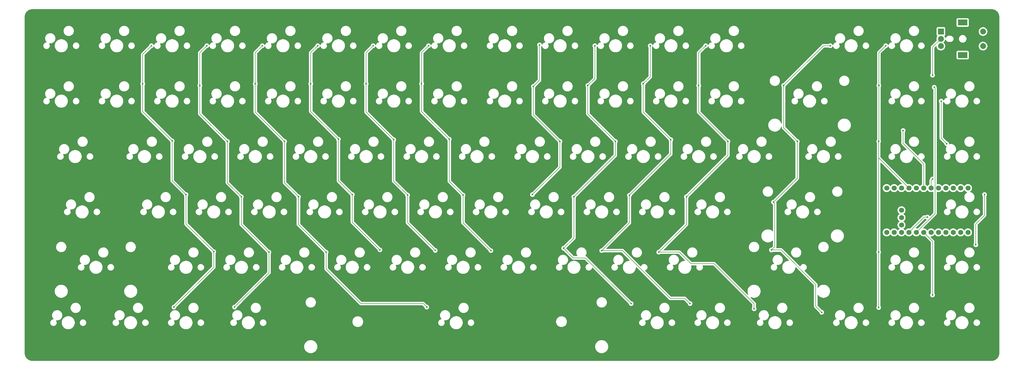
<source format=gtl>
%TF.GenerationSoftware,KiCad,Pcbnew,9.0.2*%
%TF.CreationDate,2025-07-13T14:40:43-07:00*%
%TF.ProjectId,Kicad Project,4b696361-6420-4507-926f-6a6563742e6b,rev?*%
%TF.SameCoordinates,Original*%
%TF.FileFunction,Copper,L1,Top*%
%TF.FilePolarity,Positive*%
%FSLAX46Y46*%
G04 Gerber Fmt 4.6, Leading zero omitted, Abs format (unit mm)*
G04 Created by KiCad (PCBNEW 9.0.2) date 2025-07-13 14:40:43*
%MOMM*%
%LPD*%
G01*
G04 APERTURE LIST*
%TA.AperFunction,ComponentPad*%
%ADD10R,2.000000X2.000000*%
%TD*%
%TA.AperFunction,ComponentPad*%
%ADD11C,2.000000*%
%TD*%
%TA.AperFunction,ComponentPad*%
%ADD12R,3.200000X2.000000*%
%TD*%
%TA.AperFunction,ComponentPad*%
%ADD13C,1.752600*%
%TD*%
%TA.AperFunction,ViaPad*%
%ADD14C,0.600000*%
%TD*%
%TA.AperFunction,Conductor*%
%ADD15C,0.200000*%
%TD*%
G04 APERTURE END LIST*
D10*
%TO.P,SW1,A,A*%
%TO.N,/Col7*%
X359462660Y-68937578D03*
D11*
%TO.P,SW1,B,B*%
%TO.N,/Col8*%
X359462660Y-73937578D03*
%TO.P,SW1,C,C*%
%TO.N,/RRotC*%
X359462660Y-71437578D03*
D12*
%TO.P,SW1,MP*%
%TO.N,N/C*%
X366962660Y-65837578D03*
X366962660Y-77037578D03*
D11*
%TO.P,SW1,S1,S1*%
%TO.N,/Col1*%
X373962660Y-73937578D03*
%TO.P,SW1,S2,S2*%
%TO.N,/RSw2*%
X373962660Y-68937578D03*
%TD*%
D13*
%TO.P,U1,1,TX0/P0.06*%
%TO.N,/Col6*%
X368776410Y-138018828D03*
%TO.P,U1,2,RX1/P0.08*%
%TO.N,unconnected-(U1-RX1{slash}P0.08-Pad2)*%
X366236410Y-138018828D03*
%TO.P,U1,3,GND*%
%TO.N,unconnected-(U1-GND-Pad3)*%
X363696410Y-138018828D03*
%TO.P,U1,4,GND*%
%TO.N,unconnected-(U1-GND-Pad4)*%
X361156410Y-138018828D03*
%TO.P,U1,5,P0.17*%
%TO.N,/Col7*%
X358616410Y-138018828D03*
%TO.P,U1,6,P0.20*%
%TO.N,/Col4*%
X356076410Y-138018828D03*
%TO.P,U1,7,P0.22*%
%TO.N,/Row12*%
X353536410Y-138018828D03*
%TO.P,U1,8,P0.24*%
%TO.N,/Row11*%
X350996410Y-138018828D03*
%TO.P,U1,9,P1.00*%
%TO.N,/Row10*%
X348456410Y-138018828D03*
%TO.P,U1,10,P0.11*%
%TO.N,/Row4*%
X345916410Y-138018828D03*
%TO.P,U1,11,P1.04*%
%TO.N,/Row5*%
X343376410Y-138018828D03*
%TO.P,U1,12,P1.06*%
%TO.N,/Row6*%
X340836410Y-138018828D03*
%TO.P,U1,13,NFC1/P0.09*%
%TO.N,/Row1*%
X340836410Y-122778828D03*
%TO.P,U1,14,NFC2/P0.10*%
%TO.N,/Row2*%
X343376410Y-122778828D03*
%TO.P,U1,15,P1.11*%
%TO.N,/Row3*%
X345916410Y-122778828D03*
%TO.P,U1,16,P1.13*%
%TO.N,/Col2*%
X348456410Y-122778828D03*
%TO.P,U1,17,P1.15*%
%TO.N,/Col1*%
X350996410Y-122778828D03*
%TO.P,U1,18,AIN0/P0.02*%
%TO.N,/Row7*%
X353536410Y-122778828D03*
%TO.P,U1,19,AIN5/P0.29*%
%TO.N,/Row8*%
X356076410Y-122778828D03*
%TO.P,U1,20,AIN7/P0.31*%
%TO.N,/Row9*%
X358616410Y-122778828D03*
%TO.P,U1,21,VCC*%
%TO.N,unconnected-(U1-VCC-Pad21)*%
X361156410Y-122778828D03*
%TO.P,U1,22,RST*%
%TO.N,unconnected-(U1-RST-Pad22)*%
X363696410Y-122778828D03*
%TO.P,U1,23,GND*%
%TO.N,unconnected-(U1-GND-Pad23)*%
X366236410Y-122778828D03*
%TO.P,U1,24,BATIN/P0.04*%
%TO.N,unconnected-(U1-BATIN{slash}P0.04-Pad24)*%
X368776410Y-122778828D03*
%TO.P,U1,31,P1.01*%
%TO.N,/Col3*%
X345916410Y-135478828D03*
%TO.P,U1,32,P1.02*%
%TO.N,/Col5*%
X345916410Y-132938828D03*
%TO.P,U1,33,P1.07*%
%TO.N,/Col8*%
X345916410Y-130398828D03*
%TD*%
D14*
%TO.N,/Col1*%
X361478660Y-107527828D03*
%TO.N,/Row10*%
X354806548Y-132754799D03*
%TO.N,/Col7*%
X219075184Y-125015730D03*
X228541484Y-106719775D03*
X219372840Y-87808668D03*
X221515160Y-73547654D03*
%TO.N,/Col6*%
X253008025Y-162520449D03*
X229790818Y-143470433D03*
X233303988Y-125769791D03*
X247591500Y-106719775D03*
X238125200Y-87511011D03*
X240506452Y-73818812D03*
%TO.N,/Col5*%
X273248667Y-162520449D03*
X242887704Y-144283186D03*
X252412712Y-125233170D03*
X266641532Y-106124462D03*
X257175216Y-86915698D03*
X259556468Y-73818812D03*
%TO.N,/Col4*%
X295275248Y-164306388D03*
X262474381Y-144819807D03*
X271999389Y-125769791D03*
X286286901Y-106719775D03*
X276225232Y-87511011D03*
X278606484Y-73818812D03*
%TO.N,/Col3*%
X318492455Y-165497014D03*
X301229700Y-144067068D03*
X301914181Y-127616573D03*
X310099421Y-106719775D03*
X305395569Y-87511011D03*
X321469020Y-73818812D03*
%TO.N,/Col2*%
X338079160Y-163869823D03*
X338079160Y-144819807D03*
X338079160Y-106719775D03*
X338137784Y-87511011D03*
X340519036Y-73818812D03*
%TO.N,/Col1*%
X371475312Y-142279807D03*
X359569052Y-92868828D03*
%TO.N,/Col8*%
X204787672Y-144283258D03*
X195203916Y-125174494D03*
X190500160Y-105965714D03*
X180975152Y-86915698D03*
X183356404Y-73818812D03*
%TO.N,/Col7*%
X185678884Y-144224494D03*
X176153876Y-125174478D03*
X171391372Y-106124462D03*
X161925136Y-86915698D03*
X164306388Y-73818812D03*
%TO.N,/Col6*%
X166658246Y-144036352D03*
X157162632Y-125015730D03*
X152370734Y-105936320D03*
X142875120Y-86915698D03*
X145256372Y-73818812D03*
%TO.N,/Col5*%
X182761091Y-163711075D03*
X148174133Y-144819807D03*
X138649125Y-125769791D03*
X133886621Y-106719775D03*
X123825104Y-86915698D03*
X126206356Y-73818812D03*
%TO.N,/Col4*%
X116681348Y-163711075D03*
X128528788Y-144819807D03*
X119003780Y-125769791D03*
X114241276Y-106719775D03*
X104775088Y-87511011D03*
X107156340Y-73818812D03*
%TO.N,/Col3*%
X95845393Y-163711075D03*
X109537592Y-144661059D03*
X100012584Y-125015730D03*
X95250080Y-106561027D03*
X88106324Y-73818812D03*
X85129759Y-86915698D03*
%TO.N,/Row11*%
X357187800Y-88106324D03*
%TO.N,/RRotC*%
X356592487Y-83939133D03*
%TO.N,/Row12*%
X356592487Y-159543884D03*
%TO.N,/Row8*%
X356592487Y-119657913D03*
%TO.N,/Row7*%
X346472166Y-102984462D03*
%TO.N,/Col1*%
X374451877Y-125015730D03*
%TD*%
D15*
%TO.N,/Col1*%
X359569052Y-105618220D02*
X361478660Y-107527828D01*
X359569052Y-92868828D02*
X359569052Y-105618220D01*
%TO.N,/Row10*%
X353720439Y-132754799D02*
X348456410Y-138018828D01*
X354806548Y-132754799D02*
X353720439Y-132754799D01*
%TO.N,/Col7*%
X228541484Y-115549430D02*
X219075184Y-125015730D01*
X228541484Y-106719775D02*
X228541484Y-115549430D01*
X219372840Y-97551131D02*
X228541484Y-106719775D01*
X219372840Y-87808668D02*
X219372840Y-97551131D01*
X221515160Y-85666348D02*
X219372840Y-87808668D01*
X221515160Y-73547654D02*
X221515160Y-85666348D01*
%TO.N,/Col6*%
X237277404Y-146789828D02*
X253008025Y-162520449D01*
X233110213Y-146789828D02*
X237277404Y-146789828D01*
X229790818Y-143470433D02*
X233110213Y-146789828D01*
X233303988Y-139957263D02*
X229790818Y-143470433D01*
X233303988Y-125769791D02*
X233303988Y-139957263D01*
X247591500Y-111482279D02*
X233303988Y-125769791D01*
X247591500Y-106719775D02*
X247591500Y-111482279D01*
X238125200Y-97253475D02*
X247591500Y-106719775D01*
X238125200Y-87511011D02*
X238125200Y-97253475D01*
X240506452Y-85129759D02*
X238125200Y-87511011D01*
X240506452Y-73818812D02*
X240506452Y-85129759D01*
%TO.N,/Col5*%
X271462728Y-160734510D02*
X273248667Y-162520449D01*
X250023192Y-144283186D02*
X266474516Y-160734510D01*
X266474516Y-160734510D02*
X271462728Y-160734510D01*
X242887704Y-144283186D02*
X250023192Y-144283186D01*
X252412712Y-134758178D02*
X242887704Y-144283186D01*
X252412712Y-125233170D02*
X252412712Y-134758178D01*
X266641532Y-106124462D02*
X266641532Y-111004350D01*
X266641532Y-111004350D02*
X252412712Y-125233170D01*
X257175216Y-86915698D02*
X257175216Y-96658146D01*
X257175216Y-96658146D02*
X266641532Y-106124462D01*
X259556468Y-73818812D02*
X259556468Y-84534446D01*
X259556468Y-84534446D02*
X257175216Y-86915698D01*
%TO.N,/Col4*%
X281547627Y-148792828D02*
X295275248Y-162520449D01*
X295275248Y-162520449D02*
X295275248Y-164306388D01*
X269609813Y-144819807D02*
X273582834Y-148792828D01*
X262474381Y-144819807D02*
X269609813Y-144819807D01*
X273582834Y-148792828D02*
X281547627Y-148792828D01*
X271999389Y-135294799D02*
X262474381Y-144819807D01*
X271999389Y-125769791D02*
X271999389Y-135294799D01*
X286286901Y-111482279D02*
X271999389Y-125769791D01*
X286286901Y-106719775D02*
X286286901Y-111482279D01*
X276225232Y-96658106D02*
X286286901Y-106719775D01*
X276225232Y-87511011D02*
X276225232Y-96658106D01*
X276225232Y-76200064D02*
X276225232Y-87511011D01*
X278606484Y-73818812D02*
X276225232Y-76200064D01*
%TO.N,/Col3*%
X316437684Y-163442243D02*
X318492455Y-165497014D01*
X316437684Y-155928928D02*
X316437684Y-163442243D01*
X304575824Y-144067068D02*
X316437684Y-155928928D01*
X301229700Y-144067068D02*
X304575824Y-144067068D01*
X302350810Y-128053202D02*
X301914181Y-127616573D01*
X302350810Y-142945958D02*
X302350810Y-128053202D01*
X301229700Y-144067068D02*
X302350810Y-142945958D01*
X310099421Y-119431333D02*
X301914181Y-127616573D01*
X310099421Y-106719775D02*
X310099421Y-119431333D01*
X305395569Y-102015923D02*
X310099421Y-106719775D01*
X305395569Y-87511011D02*
X305395569Y-102015923D01*
X319087768Y-73818812D02*
X305395569Y-87511011D01*
X321469020Y-73818812D02*
X319087768Y-73818812D01*
%TO.N,/Col2*%
X338079160Y-144819807D02*
X338079160Y-163869823D01*
X338079160Y-111918844D02*
X338079160Y-112401578D01*
X338079160Y-111918844D02*
X338079160Y-144819807D01*
X338079160Y-112401578D02*
X348456410Y-122778828D01*
X338079160Y-106719775D02*
X338079160Y-111918844D01*
X338137784Y-106661151D02*
X338079160Y-106719775D01*
X338137784Y-87511011D02*
X338137784Y-106661151D01*
X338137784Y-76200064D02*
X338137784Y-87511011D01*
X340519036Y-73818812D02*
X338137784Y-76200064D01*
%TO.N,/Col1*%
X371475312Y-135136051D02*
X374451877Y-132159486D01*
X371475312Y-142279807D02*
X371475312Y-135136051D01*
%TO.N,/Col8*%
X195203916Y-134699502D02*
X204787672Y-144283258D01*
X195203916Y-125174494D02*
X195203916Y-134699502D01*
X190500160Y-120470738D02*
X195203916Y-125174494D01*
X190500160Y-105965714D02*
X190500160Y-120470738D01*
X180975152Y-96440706D02*
X190500160Y-105965714D01*
X180975152Y-86915698D02*
X180975152Y-96440706D01*
X180975152Y-76200064D02*
X180975152Y-86915698D01*
X183356404Y-73818812D02*
X180975152Y-76200064D01*
%TO.N,/Col7*%
X176153876Y-134699486D02*
X185678884Y-144224494D01*
X176153876Y-125174478D02*
X176153876Y-134699486D01*
X171391372Y-120411974D02*
X176153876Y-125174478D01*
X171391372Y-106124462D02*
X171391372Y-120411974D01*
X161925136Y-96658226D02*
X171391372Y-106124462D01*
X161925136Y-86915698D02*
X161925136Y-96658226D01*
X161925136Y-76200064D02*
X161925136Y-86915698D01*
X164306388Y-73818812D02*
X161925136Y-76200064D01*
%TO.N,/Col6*%
X157162632Y-134540738D02*
X166658246Y-144036352D01*
X157162632Y-125015730D02*
X157162632Y-134540738D01*
X152370734Y-120223832D02*
X157162632Y-125015730D01*
X152370734Y-105936320D02*
X152370734Y-120223832D01*
X142875120Y-96440706D02*
X152370734Y-105936320D01*
X142875120Y-86915698D02*
X142875120Y-96440706D01*
X142875120Y-76200064D02*
X142875120Y-86915698D01*
X145256372Y-73818812D02*
X142875120Y-76200064D01*
%TO.N,/Col5*%
X181570465Y-162520449D02*
X182761091Y-163711075D01*
X160139197Y-162520449D02*
X181570465Y-162520449D01*
X148174133Y-150555385D02*
X160139197Y-162520449D01*
X148174133Y-144819807D02*
X148174133Y-150555385D01*
X138649125Y-135294799D02*
X148174133Y-144819807D01*
X138649125Y-125769791D02*
X138649125Y-135294799D01*
X133886621Y-121007287D02*
X138649125Y-125769791D01*
X133886621Y-106719775D02*
X133886621Y-121007287D01*
X123825104Y-96658258D02*
X133886621Y-106719775D01*
X123825104Y-86915698D02*
X123825104Y-96658258D01*
X123825104Y-76200064D02*
X123825104Y-86915698D01*
X126206356Y-73818812D02*
X123825104Y-76200064D01*
%TO.N,/Col4*%
X128528788Y-151863635D02*
X116681348Y-163711075D01*
X128528788Y-144819807D02*
X128528788Y-151863635D01*
X119003780Y-135294799D02*
X128528788Y-144819807D01*
X119003780Y-125769791D02*
X119003780Y-135294799D01*
X114241276Y-121007287D02*
X119003780Y-125769791D01*
X114241276Y-106719775D02*
X114241276Y-121007287D01*
X104775088Y-97253587D02*
X114241276Y-106719775D01*
X104775088Y-87511011D02*
X104775088Y-97253587D01*
X104775088Y-76200064D02*
X104775088Y-87511011D01*
X107156340Y-73818812D02*
X104775088Y-76200064D01*
%TO.N,/Col3*%
X109537592Y-150018876D02*
X95845393Y-163711075D01*
X109537592Y-144661059D02*
X109537592Y-150018876D01*
X100012584Y-135136051D02*
X109537592Y-144661059D01*
X100012584Y-125015730D02*
X100012584Y-135136051D01*
X95250080Y-120253226D02*
X100012584Y-125015730D01*
X95250080Y-106561027D02*
X95250080Y-120253226D01*
X85129759Y-96440706D02*
X95250080Y-106561027D01*
X85129759Y-86915698D02*
X85129759Y-96440706D01*
X85129759Y-76795377D02*
X85129759Y-86915698D01*
X88106324Y-73818812D02*
X85129759Y-76795377D01*
%TO.N,/Row11*%
X357439110Y-88357634D02*
X357439110Y-131576128D01*
X357187800Y-88106324D02*
X357439110Y-88357634D01*
X357439110Y-131576128D02*
X350996410Y-138018828D01*
%TO.N,/RRotC*%
X356592487Y-74307751D02*
X356592487Y-83939133D01*
X359462660Y-71437578D02*
X356592487Y-74307751D01*
%TO.N,/Row12*%
X356592487Y-159543884D02*
X356592487Y-141074905D01*
X356592487Y-141074905D02*
X353536410Y-138018828D01*
%TO.N,/Row8*%
X356076410Y-120173990D02*
X356076410Y-122778828D01*
X356592487Y-119657913D02*
X356076410Y-120173990D01*
%TO.N,/Row7*%
X346472166Y-107382160D02*
X353536410Y-114446404D01*
X353536410Y-114446404D02*
X353536410Y-122778828D01*
X346472166Y-102984462D02*
X346472166Y-107382160D01*
%TO.N,/Col1*%
X374451877Y-132159486D02*
X374451877Y-125015730D01*
%TD*%
%TA.AperFunction,NonConductor*%
G36*
X376784274Y-61219329D02*
G01*
X376846687Y-61219328D01*
X376853639Y-61219523D01*
X377145473Y-61235908D01*
X377159272Y-61237462D01*
X377444010Y-61285839D01*
X377457545Y-61288928D01*
X377735075Y-61368880D01*
X377748187Y-61373468D01*
X377886426Y-61430728D01*
X378015002Y-61483985D01*
X378027531Y-61490018D01*
X378107941Y-61534458D01*
X378280304Y-61629719D01*
X378292067Y-61637110D01*
X378292091Y-61637127D01*
X378527606Y-61804232D01*
X378538478Y-61812902D01*
X378753823Y-62005345D01*
X378763655Y-62015178D01*
X378956087Y-62230508D01*
X378964758Y-62241380D01*
X379131880Y-62476918D01*
X379139278Y-62488692D01*
X379278976Y-62741459D01*
X379285009Y-62753988D01*
X379395523Y-63020795D01*
X379400116Y-63033920D01*
X379480066Y-63311436D01*
X379483160Y-63324993D01*
X379531533Y-63609707D01*
X379533090Y-63623525D01*
X379549464Y-63915136D01*
X379549659Y-63922086D01*
X379549659Y-63954922D01*
X379549659Y-63984716D01*
X379549659Y-63984718D01*
X379549660Y-63994710D01*
X379549660Y-179515341D01*
X379549465Y-179522295D01*
X379533074Y-179814114D01*
X379531517Y-179827932D01*
X379483138Y-180112650D01*
X379480043Y-180126207D01*
X379400096Y-180403701D01*
X379395504Y-180416826D01*
X379284980Y-180683647D01*
X379278946Y-180696175D01*
X379139253Y-180948925D01*
X379131855Y-180960699D01*
X378964736Y-181196226D01*
X378956066Y-181207098D01*
X378763627Y-181422433D01*
X378753794Y-181432266D01*
X378538450Y-181624705D01*
X378527578Y-181633374D01*
X378292053Y-181800484D01*
X378280279Y-181807882D01*
X378027522Y-181947572D01*
X378014993Y-181953606D01*
X377748174Y-182064122D01*
X377735049Y-182068714D01*
X377457545Y-182148658D01*
X377443988Y-182151752D01*
X377159278Y-182200123D01*
X377145460Y-182201680D01*
X376852432Y-182218132D01*
X376845483Y-182218327D01*
X376814213Y-182218327D01*
X376784274Y-182218327D01*
X376784270Y-182218327D01*
X376776666Y-182218328D01*
X376776665Y-182218327D01*
X376776664Y-182218328D01*
X47253648Y-182218328D01*
X47246694Y-182218133D01*
X47246676Y-182218132D01*
X47236474Y-182217558D01*
X46954872Y-182201741D01*
X46941054Y-182200184D01*
X46656334Y-182151805D01*
X46642777Y-182148710D01*
X46365279Y-182068761D01*
X46352155Y-182064169D01*
X46085331Y-181953645D01*
X46072808Y-181947614D01*
X45820038Y-181807912D01*
X45808280Y-181800524D01*
X45572745Y-181633400D01*
X45561875Y-181624732D01*
X45346534Y-181432291D01*
X45336701Y-181422458D01*
X45144262Y-181207118D01*
X45135592Y-181196246D01*
X44968473Y-180960713D01*
X44961076Y-180948940D01*
X44922515Y-180879172D01*
X44821376Y-180696174D01*
X44815352Y-180683667D01*
X44704826Y-180416835D01*
X44700239Y-180403727D01*
X44620284Y-180126204D01*
X44617191Y-180112650D01*
X44568814Y-179827936D01*
X44567257Y-179814118D01*
X44554375Y-179584766D01*
X44550854Y-179522077D01*
X44550660Y-179515133D01*
X44550660Y-177176728D01*
X140637110Y-177176728D01*
X140637110Y-177470927D01*
X140637111Y-177470944D01*
X140675511Y-177762624D01*
X140751662Y-178046822D01*
X140864244Y-178318622D01*
X140864252Y-178318638D01*
X141011350Y-178573417D01*
X141011361Y-178573433D01*
X141190458Y-178806837D01*
X141190464Y-178806844D01*
X141398493Y-179014873D01*
X141398499Y-179014878D01*
X141631913Y-179193983D01*
X141631920Y-179193987D01*
X141886699Y-179341085D01*
X141886715Y-179341093D01*
X142158515Y-179453675D01*
X142158517Y-179453675D01*
X142158523Y-179453678D01*
X142442710Y-179529826D01*
X142734404Y-179568228D01*
X142734411Y-179568228D01*
X143028609Y-179568228D01*
X143028616Y-179568228D01*
X143320310Y-179529826D01*
X143604497Y-179453678D01*
X143677828Y-179423303D01*
X143876304Y-179341093D01*
X143876307Y-179341091D01*
X143876313Y-179341089D01*
X144131107Y-179193983D01*
X144364521Y-179014878D01*
X144572560Y-178806839D01*
X144751665Y-178573425D01*
X144898771Y-178318631D01*
X145011360Y-178046815D01*
X145087508Y-177762628D01*
X145125910Y-177470934D01*
X145125910Y-177176728D01*
X240636910Y-177176728D01*
X240636910Y-177470927D01*
X240636911Y-177470944D01*
X240675311Y-177762624D01*
X240751462Y-178046822D01*
X240864044Y-178318622D01*
X240864052Y-178318638D01*
X241011150Y-178573417D01*
X241011161Y-178573433D01*
X241190258Y-178806837D01*
X241190264Y-178806844D01*
X241398293Y-179014873D01*
X241398299Y-179014878D01*
X241631713Y-179193983D01*
X241631720Y-179193987D01*
X241886499Y-179341085D01*
X241886515Y-179341093D01*
X242158315Y-179453675D01*
X242158317Y-179453675D01*
X242158323Y-179453678D01*
X242442510Y-179529826D01*
X242734204Y-179568228D01*
X242734211Y-179568228D01*
X243028409Y-179568228D01*
X243028416Y-179568228D01*
X243320110Y-179529826D01*
X243604297Y-179453678D01*
X243677628Y-179423303D01*
X243876104Y-179341093D01*
X243876107Y-179341091D01*
X243876113Y-179341089D01*
X244130907Y-179193983D01*
X244364321Y-179014878D01*
X244572360Y-178806839D01*
X244751465Y-178573425D01*
X244898571Y-178318631D01*
X245011160Y-178046815D01*
X245087308Y-177762628D01*
X245125710Y-177470934D01*
X245125710Y-177176722D01*
X245087308Y-176885028D01*
X245011160Y-176600841D01*
X245011157Y-176600833D01*
X244898575Y-176329033D01*
X244898567Y-176329017D01*
X244751469Y-176074238D01*
X244751465Y-176074231D01*
X244572360Y-175840817D01*
X244572355Y-175840811D01*
X244364326Y-175632782D01*
X244364319Y-175632776D01*
X244130915Y-175453679D01*
X244130913Y-175453677D01*
X244130907Y-175453673D01*
X244130902Y-175453670D01*
X244130899Y-175453668D01*
X243876120Y-175306570D01*
X243876104Y-175306562D01*
X243604304Y-175193980D01*
X243320106Y-175117829D01*
X243028426Y-175079429D01*
X243028421Y-175079428D01*
X243028416Y-175079428D01*
X242734204Y-175079428D01*
X242734198Y-175079428D01*
X242734193Y-175079429D01*
X242442513Y-175117829D01*
X242158315Y-175193980D01*
X241886515Y-175306562D01*
X241886499Y-175306570D01*
X241631720Y-175453668D01*
X241631704Y-175453679D01*
X241398300Y-175632776D01*
X241398293Y-175632782D01*
X241190264Y-175840811D01*
X241190258Y-175840818D01*
X241011161Y-176074222D01*
X241011150Y-176074238D01*
X240864052Y-176329017D01*
X240864044Y-176329033D01*
X240751462Y-176600833D01*
X240675311Y-176885031D01*
X240636911Y-177176711D01*
X240636910Y-177176728D01*
X145125910Y-177176728D01*
X145125910Y-177176722D01*
X145087508Y-176885028D01*
X145011360Y-176600841D01*
X145011357Y-176600833D01*
X144898775Y-176329033D01*
X144898767Y-176329017D01*
X144751669Y-176074238D01*
X144751665Y-176074231D01*
X144572560Y-175840817D01*
X144572555Y-175840811D01*
X144364526Y-175632782D01*
X144364519Y-175632776D01*
X144131115Y-175453679D01*
X144131113Y-175453677D01*
X144131107Y-175453673D01*
X144131102Y-175453670D01*
X144131099Y-175453668D01*
X143876320Y-175306570D01*
X143876304Y-175306562D01*
X143604504Y-175193980D01*
X143320306Y-175117829D01*
X143028626Y-175079429D01*
X143028621Y-175079428D01*
X143028616Y-175079428D01*
X142734404Y-175079428D01*
X142734398Y-175079428D01*
X142734393Y-175079429D01*
X142442713Y-175117829D01*
X142158515Y-175193980D01*
X141886715Y-175306562D01*
X141886699Y-175306570D01*
X141631920Y-175453668D01*
X141631904Y-175453679D01*
X141398500Y-175632776D01*
X141398493Y-175632782D01*
X141190464Y-175840811D01*
X141190458Y-175840818D01*
X141011361Y-176074222D01*
X141011350Y-176074238D01*
X140864252Y-176329017D01*
X140864244Y-176329033D01*
X140751662Y-176600833D01*
X140675511Y-176885031D01*
X140637111Y-177176711D01*
X140637110Y-177176728D01*
X44550660Y-177176728D01*
X44550660Y-168980249D01*
X53325910Y-168980249D01*
X53325910Y-169157406D01*
X53353624Y-169332384D01*
X53408366Y-169500867D01*
X53408367Y-169500870D01*
X53488796Y-169658718D01*
X53592927Y-169802042D01*
X53718196Y-169927311D01*
X53861520Y-170031442D01*
X53924694Y-170063631D01*
X54019367Y-170111870D01*
X54019370Y-170111871D01*
X54103611Y-170139242D01*
X54187855Y-170166614D01*
X54362831Y-170194328D01*
X54362832Y-170194328D01*
X54539988Y-170194328D01*
X54539989Y-170194328D01*
X54714965Y-170166614D01*
X54883452Y-170111870D01*
X55041300Y-170031442D01*
X55184624Y-169927311D01*
X55309893Y-169802042D01*
X55414024Y-169658718D01*
X55494452Y-169500870D01*
X55549196Y-169332383D01*
X55576910Y-169157407D01*
X55576910Y-168980249D01*
X55567641Y-168921728D01*
X57287010Y-168921728D01*
X57287010Y-169215927D01*
X57287011Y-169215944D01*
X57325411Y-169507624D01*
X57401562Y-169791822D01*
X57514144Y-170063622D01*
X57514152Y-170063638D01*
X57661250Y-170318417D01*
X57661261Y-170318433D01*
X57840358Y-170551837D01*
X57840364Y-170551844D01*
X58048393Y-170759873D01*
X58048399Y-170759878D01*
X58281813Y-170938983D01*
X58281820Y-170938987D01*
X58536599Y-171086085D01*
X58536615Y-171086093D01*
X58808415Y-171198675D01*
X58808417Y-171198675D01*
X58808423Y-171198678D01*
X59092610Y-171274826D01*
X59384304Y-171313228D01*
X59384311Y-171313228D01*
X59678509Y-171313228D01*
X59678516Y-171313228D01*
X59970210Y-171274826D01*
X60254397Y-171198678D01*
X60327728Y-171168303D01*
X60526204Y-171086093D01*
X60526207Y-171086091D01*
X60526213Y-171086089D01*
X60781007Y-170938983D01*
X61014421Y-170759878D01*
X61222460Y-170551839D01*
X61401565Y-170318425D01*
X61548671Y-170063631D01*
X61562005Y-170031441D01*
X61661257Y-169791822D01*
X61661256Y-169791822D01*
X61661260Y-169791815D01*
X61737408Y-169507628D01*
X61775810Y-169215934D01*
X61775810Y-168980249D01*
X63485910Y-168980249D01*
X63485910Y-169157406D01*
X63513624Y-169332384D01*
X63568366Y-169500867D01*
X63568367Y-169500870D01*
X63648796Y-169658718D01*
X63752927Y-169802042D01*
X63878196Y-169927311D01*
X64021520Y-170031442D01*
X64084694Y-170063631D01*
X64179367Y-170111870D01*
X64179370Y-170111871D01*
X64263611Y-170139242D01*
X64347855Y-170166614D01*
X64522831Y-170194328D01*
X64522832Y-170194328D01*
X64699988Y-170194328D01*
X64699989Y-170194328D01*
X64874965Y-170166614D01*
X65043452Y-170111870D01*
X65201300Y-170031442D01*
X65344624Y-169927311D01*
X65469893Y-169802042D01*
X65574024Y-169658718D01*
X65654452Y-169500870D01*
X65709196Y-169332383D01*
X65736910Y-169157407D01*
X65736910Y-168980249D01*
X74757160Y-168980249D01*
X74757160Y-169157406D01*
X74784874Y-169332384D01*
X74839616Y-169500867D01*
X74839617Y-169500870D01*
X74920046Y-169658718D01*
X75024177Y-169802042D01*
X75149446Y-169927311D01*
X75292770Y-170031442D01*
X75355944Y-170063631D01*
X75450617Y-170111870D01*
X75450620Y-170111871D01*
X75534861Y-170139242D01*
X75619105Y-170166614D01*
X75794081Y-170194328D01*
X75794082Y-170194328D01*
X75971238Y-170194328D01*
X75971239Y-170194328D01*
X76146215Y-170166614D01*
X76314702Y-170111870D01*
X76472550Y-170031442D01*
X76615874Y-169927311D01*
X76741143Y-169802042D01*
X76845274Y-169658718D01*
X76925702Y-169500870D01*
X76980446Y-169332383D01*
X77008160Y-169157407D01*
X77008160Y-168980249D01*
X76998891Y-168921728D01*
X78718260Y-168921728D01*
X78718260Y-169215927D01*
X78718261Y-169215944D01*
X78756661Y-169507624D01*
X78832812Y-169791822D01*
X78945394Y-170063622D01*
X78945402Y-170063638D01*
X79092500Y-170318417D01*
X79092511Y-170318433D01*
X79271608Y-170551837D01*
X79271614Y-170551844D01*
X79479643Y-170759873D01*
X79479649Y-170759878D01*
X79713063Y-170938983D01*
X79713070Y-170938987D01*
X79967849Y-171086085D01*
X79967865Y-171086093D01*
X80239665Y-171198675D01*
X80239667Y-171198675D01*
X80239673Y-171198678D01*
X80523860Y-171274826D01*
X80815554Y-171313228D01*
X80815561Y-171313228D01*
X81109759Y-171313228D01*
X81109766Y-171313228D01*
X81401460Y-171274826D01*
X81685647Y-171198678D01*
X81758978Y-171168303D01*
X81957454Y-171086093D01*
X81957457Y-171086091D01*
X81957463Y-171086089D01*
X82212257Y-170938983D01*
X82445671Y-170759878D01*
X82653710Y-170551839D01*
X82832815Y-170318425D01*
X82979921Y-170063631D01*
X82993255Y-170031441D01*
X83092507Y-169791822D01*
X83092506Y-169791822D01*
X83092510Y-169791815D01*
X83168658Y-169507628D01*
X83207060Y-169215934D01*
X83207060Y-168980249D01*
X84917160Y-168980249D01*
X84917160Y-169157406D01*
X84944874Y-169332384D01*
X84999616Y-169500867D01*
X84999617Y-169500870D01*
X85080046Y-169658718D01*
X85184177Y-169802042D01*
X85309446Y-169927311D01*
X85452770Y-170031442D01*
X85515944Y-170063631D01*
X85610617Y-170111870D01*
X85610620Y-170111871D01*
X85694861Y-170139242D01*
X85779105Y-170166614D01*
X85954081Y-170194328D01*
X85954082Y-170194328D01*
X86131238Y-170194328D01*
X86131239Y-170194328D01*
X86306215Y-170166614D01*
X86474702Y-170111870D01*
X86632550Y-170031442D01*
X86775874Y-169927311D01*
X86901143Y-169802042D01*
X87005274Y-169658718D01*
X87085702Y-169500870D01*
X87140446Y-169332383D01*
X87168160Y-169157407D01*
X87168160Y-168980249D01*
X93807160Y-168980249D01*
X93807160Y-169157406D01*
X93834874Y-169332384D01*
X93889616Y-169500867D01*
X93889617Y-169500870D01*
X93970046Y-169658718D01*
X94074177Y-169802042D01*
X94199446Y-169927311D01*
X94342770Y-170031442D01*
X94405944Y-170063631D01*
X94500617Y-170111870D01*
X94500620Y-170111871D01*
X94584861Y-170139242D01*
X94669105Y-170166614D01*
X94844081Y-170194328D01*
X94844082Y-170194328D01*
X95021238Y-170194328D01*
X95021239Y-170194328D01*
X95196215Y-170166614D01*
X95364702Y-170111870D01*
X95522550Y-170031442D01*
X95665874Y-169927311D01*
X95791143Y-169802042D01*
X95895274Y-169658718D01*
X95975702Y-169500870D01*
X96030446Y-169332383D01*
X96058160Y-169157407D01*
X96058160Y-168980249D01*
X96048891Y-168921728D01*
X97768260Y-168921728D01*
X97768260Y-169215927D01*
X97768261Y-169215944D01*
X97806661Y-169507624D01*
X97882812Y-169791822D01*
X97995394Y-170063622D01*
X97995402Y-170063638D01*
X98142500Y-170318417D01*
X98142511Y-170318433D01*
X98321608Y-170551837D01*
X98321614Y-170551844D01*
X98529643Y-170759873D01*
X98529649Y-170759878D01*
X98763063Y-170938983D01*
X98763070Y-170938987D01*
X99017849Y-171086085D01*
X99017865Y-171086093D01*
X99289665Y-171198675D01*
X99289667Y-171198675D01*
X99289673Y-171198678D01*
X99573860Y-171274826D01*
X99865554Y-171313228D01*
X99865561Y-171313228D01*
X100159759Y-171313228D01*
X100159766Y-171313228D01*
X100451460Y-171274826D01*
X100735647Y-171198678D01*
X100808978Y-171168303D01*
X101007454Y-171086093D01*
X101007457Y-171086091D01*
X101007463Y-171086089D01*
X101262257Y-170938983D01*
X101495671Y-170759878D01*
X101703710Y-170551839D01*
X101882815Y-170318425D01*
X102029921Y-170063631D01*
X102043255Y-170031441D01*
X102142507Y-169791822D01*
X102142506Y-169791822D01*
X102142510Y-169791815D01*
X102218658Y-169507628D01*
X102257060Y-169215934D01*
X102257060Y-168980249D01*
X103967160Y-168980249D01*
X103967160Y-169157406D01*
X103994874Y-169332384D01*
X104049616Y-169500867D01*
X104049617Y-169500870D01*
X104130046Y-169658718D01*
X104234177Y-169802042D01*
X104359446Y-169927311D01*
X104502770Y-170031442D01*
X104565944Y-170063631D01*
X104660617Y-170111870D01*
X104660620Y-170111871D01*
X104744861Y-170139242D01*
X104829105Y-170166614D01*
X105004081Y-170194328D01*
X105004082Y-170194328D01*
X105181238Y-170194328D01*
X105181239Y-170194328D01*
X105356215Y-170166614D01*
X105524702Y-170111870D01*
X105682550Y-170031442D01*
X105825874Y-169927311D01*
X105951143Y-169802042D01*
X106055274Y-169658718D01*
X106135702Y-169500870D01*
X106190446Y-169332383D01*
X106218160Y-169157407D01*
X106218160Y-168980249D01*
X115238410Y-168980249D01*
X115238410Y-169157406D01*
X115266124Y-169332384D01*
X115320866Y-169500867D01*
X115320867Y-169500870D01*
X115401296Y-169658718D01*
X115505427Y-169802042D01*
X115630696Y-169927311D01*
X115774020Y-170031442D01*
X115837194Y-170063631D01*
X115931867Y-170111870D01*
X115931870Y-170111871D01*
X116016111Y-170139242D01*
X116100355Y-170166614D01*
X116275331Y-170194328D01*
X116275332Y-170194328D01*
X116452488Y-170194328D01*
X116452489Y-170194328D01*
X116627465Y-170166614D01*
X116795952Y-170111870D01*
X116953800Y-170031442D01*
X117097124Y-169927311D01*
X117222393Y-169802042D01*
X117326524Y-169658718D01*
X117406952Y-169500870D01*
X117461696Y-169332383D01*
X117489410Y-169157407D01*
X117489410Y-168980249D01*
X117480141Y-168921728D01*
X119199510Y-168921728D01*
X119199510Y-169215927D01*
X119199511Y-169215944D01*
X119237911Y-169507624D01*
X119314062Y-169791822D01*
X119426644Y-170063622D01*
X119426652Y-170063638D01*
X119573750Y-170318417D01*
X119573761Y-170318433D01*
X119752858Y-170551837D01*
X119752864Y-170551844D01*
X119960893Y-170759873D01*
X119960899Y-170759878D01*
X120194313Y-170938983D01*
X120194320Y-170938987D01*
X120449099Y-171086085D01*
X120449115Y-171086093D01*
X120720915Y-171198675D01*
X120720917Y-171198675D01*
X120720923Y-171198678D01*
X121005110Y-171274826D01*
X121296804Y-171313228D01*
X121296811Y-171313228D01*
X121591009Y-171313228D01*
X121591016Y-171313228D01*
X121882710Y-171274826D01*
X122166897Y-171198678D01*
X122240228Y-171168303D01*
X122438704Y-171086093D01*
X122438707Y-171086091D01*
X122438713Y-171086089D01*
X122693507Y-170938983D01*
X122926921Y-170759878D01*
X123134960Y-170551839D01*
X123314065Y-170318425D01*
X123461171Y-170063631D01*
X123474505Y-170031441D01*
X123573757Y-169791822D01*
X123573756Y-169791822D01*
X123573760Y-169791815D01*
X123649908Y-169507628D01*
X123688310Y-169215934D01*
X123688310Y-168980249D01*
X125398410Y-168980249D01*
X125398410Y-169157406D01*
X125426124Y-169332384D01*
X125480866Y-169500867D01*
X125480867Y-169500870D01*
X125561296Y-169658718D01*
X125665427Y-169802042D01*
X125790696Y-169927311D01*
X125934020Y-170031442D01*
X125997194Y-170063631D01*
X126091867Y-170111870D01*
X126091870Y-170111871D01*
X126176111Y-170139242D01*
X126260355Y-170166614D01*
X126435331Y-170194328D01*
X126435332Y-170194328D01*
X126612488Y-170194328D01*
X126612489Y-170194328D01*
X126787465Y-170166614D01*
X126955952Y-170111870D01*
X127113800Y-170031442D01*
X127257124Y-169927311D01*
X127382393Y-169802042D01*
X127486524Y-169658718D01*
X127566952Y-169500870D01*
X127621696Y-169332383D01*
X127649410Y-169157407D01*
X127649410Y-168980249D01*
X127621696Y-168805273D01*
X127566952Y-168636786D01*
X127546955Y-168597539D01*
X157199660Y-168597539D01*
X157199660Y-168840116D01*
X157231321Y-169080613D01*
X157294107Y-169314932D01*
X157373923Y-169507624D01*
X157386936Y-169539040D01*
X157508224Y-169749117D01*
X157508226Y-169749120D01*
X157508227Y-169749121D01*
X157655893Y-169941564D01*
X157655899Y-169941571D01*
X157827416Y-170113088D01*
X157827422Y-170113093D01*
X158019871Y-170260764D01*
X158229948Y-170382052D01*
X158454060Y-170474882D01*
X158688371Y-170537666D01*
X158868746Y-170561412D01*
X158928871Y-170569328D01*
X158928872Y-170569328D01*
X159171449Y-170569328D01*
X159219548Y-170562995D01*
X159411949Y-170537666D01*
X159646260Y-170474882D01*
X159870372Y-170382052D01*
X160080449Y-170260764D01*
X160272898Y-170113093D01*
X160444425Y-169941566D01*
X160592096Y-169749117D01*
X160713384Y-169539040D01*
X160806214Y-169314928D01*
X160868998Y-169080617D01*
X160882211Y-168980251D01*
X160882211Y-168980249D01*
X186675910Y-168980249D01*
X186675910Y-169157406D01*
X186703624Y-169332384D01*
X186758366Y-169500867D01*
X186758367Y-169500870D01*
X186838796Y-169658718D01*
X186942927Y-169802042D01*
X187068196Y-169927311D01*
X187211520Y-170031442D01*
X187274694Y-170063631D01*
X187369367Y-170111870D01*
X187369370Y-170111871D01*
X187453611Y-170139242D01*
X187537855Y-170166614D01*
X187712831Y-170194328D01*
X187712832Y-170194328D01*
X187889988Y-170194328D01*
X187889989Y-170194328D01*
X188064965Y-170166614D01*
X188233452Y-170111870D01*
X188391300Y-170031442D01*
X188534624Y-169927311D01*
X188659893Y-169802042D01*
X188764024Y-169658718D01*
X188844452Y-169500870D01*
X188899196Y-169332383D01*
X188926910Y-169157407D01*
X188926910Y-168980249D01*
X188917641Y-168921728D01*
X190637010Y-168921728D01*
X190637010Y-169215927D01*
X190637011Y-169215944D01*
X190675411Y-169507624D01*
X190751562Y-169791822D01*
X190864144Y-170063622D01*
X190864152Y-170063638D01*
X191011250Y-170318417D01*
X191011261Y-170318433D01*
X191190358Y-170551837D01*
X191190364Y-170551844D01*
X191398393Y-170759873D01*
X191398399Y-170759878D01*
X191631813Y-170938983D01*
X191631820Y-170938987D01*
X191886599Y-171086085D01*
X191886615Y-171086093D01*
X192158415Y-171198675D01*
X192158417Y-171198675D01*
X192158423Y-171198678D01*
X192442610Y-171274826D01*
X192734304Y-171313228D01*
X192734311Y-171313228D01*
X193028509Y-171313228D01*
X193028516Y-171313228D01*
X193320210Y-171274826D01*
X193604397Y-171198678D01*
X193677728Y-171168303D01*
X193876204Y-171086093D01*
X193876207Y-171086091D01*
X193876213Y-171086089D01*
X194131007Y-170938983D01*
X194364421Y-170759878D01*
X194572460Y-170551839D01*
X194751565Y-170318425D01*
X194898671Y-170063631D01*
X194912005Y-170031441D01*
X195011257Y-169791822D01*
X195011256Y-169791822D01*
X195011260Y-169791815D01*
X195087408Y-169507628D01*
X195125810Y-169215934D01*
X195125810Y-168980249D01*
X196835910Y-168980249D01*
X196835910Y-169157406D01*
X196863624Y-169332384D01*
X196918366Y-169500867D01*
X196918367Y-169500870D01*
X196998796Y-169658718D01*
X197102927Y-169802042D01*
X197228196Y-169927311D01*
X197371520Y-170031442D01*
X197434694Y-170063631D01*
X197529367Y-170111870D01*
X197529370Y-170111871D01*
X197613611Y-170139242D01*
X197697855Y-170166614D01*
X197872831Y-170194328D01*
X197872832Y-170194328D01*
X198049988Y-170194328D01*
X198049989Y-170194328D01*
X198224965Y-170166614D01*
X198393452Y-170111870D01*
X198551300Y-170031442D01*
X198694624Y-169927311D01*
X198819893Y-169802042D01*
X198924024Y-169658718D01*
X199004452Y-169500870D01*
X199059196Y-169332383D01*
X199086910Y-169157407D01*
X199086910Y-168980249D01*
X199059196Y-168805273D01*
X199004452Y-168636786D01*
X198984455Y-168597539D01*
X227199660Y-168597539D01*
X227199660Y-168840116D01*
X227231321Y-169080613D01*
X227294107Y-169314932D01*
X227373923Y-169507624D01*
X227386936Y-169539040D01*
X227508224Y-169749117D01*
X227508226Y-169749120D01*
X227508227Y-169749121D01*
X227655893Y-169941564D01*
X227655899Y-169941571D01*
X227827416Y-170113088D01*
X227827422Y-170113093D01*
X228019871Y-170260764D01*
X228229948Y-170382052D01*
X228454060Y-170474882D01*
X228688371Y-170537666D01*
X228868746Y-170561412D01*
X228928871Y-170569328D01*
X228928872Y-170569328D01*
X229171449Y-170569328D01*
X229219548Y-170562995D01*
X229411949Y-170537666D01*
X229646260Y-170474882D01*
X229870372Y-170382052D01*
X230080449Y-170260764D01*
X230272898Y-170113093D01*
X230444425Y-169941566D01*
X230592096Y-169749117D01*
X230713384Y-169539040D01*
X230806214Y-169314928D01*
X230868998Y-169080617D01*
X230882211Y-168980251D01*
X230882211Y-168980249D01*
X255732160Y-168980249D01*
X255732160Y-169157406D01*
X255759874Y-169332384D01*
X255814616Y-169500867D01*
X255814617Y-169500870D01*
X255895046Y-169658718D01*
X255999177Y-169802042D01*
X256124446Y-169927311D01*
X256267770Y-170031442D01*
X256330944Y-170063631D01*
X256425617Y-170111870D01*
X256425620Y-170111871D01*
X256509861Y-170139242D01*
X256594105Y-170166614D01*
X256769081Y-170194328D01*
X256769082Y-170194328D01*
X256946238Y-170194328D01*
X256946239Y-170194328D01*
X257121215Y-170166614D01*
X257289702Y-170111870D01*
X257447550Y-170031442D01*
X257590874Y-169927311D01*
X257716143Y-169802042D01*
X257820274Y-169658718D01*
X257900702Y-169500870D01*
X257955446Y-169332383D01*
X257983160Y-169157407D01*
X257983160Y-168980249D01*
X257973891Y-168921728D01*
X259693260Y-168921728D01*
X259693260Y-169215927D01*
X259693261Y-169215944D01*
X259731661Y-169507624D01*
X259807812Y-169791822D01*
X259920394Y-170063622D01*
X259920402Y-170063638D01*
X260067500Y-170318417D01*
X260067511Y-170318433D01*
X260246608Y-170551837D01*
X260246614Y-170551844D01*
X260454643Y-170759873D01*
X260454649Y-170759878D01*
X260688063Y-170938983D01*
X260688070Y-170938987D01*
X260942849Y-171086085D01*
X260942865Y-171086093D01*
X261214665Y-171198675D01*
X261214667Y-171198675D01*
X261214673Y-171198678D01*
X261498860Y-171274826D01*
X261790554Y-171313228D01*
X261790561Y-171313228D01*
X262084759Y-171313228D01*
X262084766Y-171313228D01*
X262376460Y-171274826D01*
X262660647Y-171198678D01*
X262733978Y-171168303D01*
X262932454Y-171086093D01*
X262932457Y-171086091D01*
X262932463Y-171086089D01*
X263187257Y-170938983D01*
X263420671Y-170759878D01*
X263628710Y-170551839D01*
X263807815Y-170318425D01*
X263954921Y-170063631D01*
X263968255Y-170031441D01*
X264067507Y-169791822D01*
X264067506Y-169791822D01*
X264067510Y-169791815D01*
X264143658Y-169507628D01*
X264182060Y-169215934D01*
X264182060Y-168980249D01*
X265892160Y-168980249D01*
X265892160Y-169157406D01*
X265919874Y-169332384D01*
X265974616Y-169500867D01*
X265974617Y-169500870D01*
X266055046Y-169658718D01*
X266159177Y-169802042D01*
X266284446Y-169927311D01*
X266427770Y-170031442D01*
X266490944Y-170063631D01*
X266585617Y-170111870D01*
X266585620Y-170111871D01*
X266669861Y-170139242D01*
X266754105Y-170166614D01*
X266929081Y-170194328D01*
X266929082Y-170194328D01*
X267106238Y-170194328D01*
X267106239Y-170194328D01*
X267281215Y-170166614D01*
X267449702Y-170111870D01*
X267607550Y-170031442D01*
X267750874Y-169927311D01*
X267876143Y-169802042D01*
X267980274Y-169658718D01*
X268060702Y-169500870D01*
X268115446Y-169332383D01*
X268143160Y-169157407D01*
X268143160Y-168980249D01*
X274782160Y-168980249D01*
X274782160Y-169157406D01*
X274809874Y-169332384D01*
X274864616Y-169500867D01*
X274864617Y-169500870D01*
X274945046Y-169658718D01*
X275049177Y-169802042D01*
X275174446Y-169927311D01*
X275317770Y-170031442D01*
X275380944Y-170063631D01*
X275475617Y-170111870D01*
X275475620Y-170111871D01*
X275559861Y-170139242D01*
X275644105Y-170166614D01*
X275819081Y-170194328D01*
X275819082Y-170194328D01*
X275996238Y-170194328D01*
X275996239Y-170194328D01*
X276171215Y-170166614D01*
X276339702Y-170111870D01*
X276497550Y-170031442D01*
X276640874Y-169927311D01*
X276766143Y-169802042D01*
X276870274Y-169658718D01*
X276950702Y-169500870D01*
X277005446Y-169332383D01*
X277033160Y-169157407D01*
X277033160Y-168980249D01*
X277023891Y-168921728D01*
X278743260Y-168921728D01*
X278743260Y-169215927D01*
X278743261Y-169215944D01*
X278781661Y-169507624D01*
X278857812Y-169791822D01*
X278970394Y-170063622D01*
X278970402Y-170063638D01*
X279117500Y-170318417D01*
X279117511Y-170318433D01*
X279296608Y-170551837D01*
X279296614Y-170551844D01*
X279504643Y-170759873D01*
X279504649Y-170759878D01*
X279738063Y-170938983D01*
X279738070Y-170938987D01*
X279992849Y-171086085D01*
X279992865Y-171086093D01*
X280264665Y-171198675D01*
X280264667Y-171198675D01*
X280264673Y-171198678D01*
X280548860Y-171274826D01*
X280840554Y-171313228D01*
X280840561Y-171313228D01*
X281134759Y-171313228D01*
X281134766Y-171313228D01*
X281426460Y-171274826D01*
X281710647Y-171198678D01*
X281783978Y-171168303D01*
X281982454Y-171086093D01*
X281982457Y-171086091D01*
X281982463Y-171086089D01*
X282237257Y-170938983D01*
X282470671Y-170759878D01*
X282678710Y-170551839D01*
X282857815Y-170318425D01*
X283004921Y-170063631D01*
X283018255Y-170031441D01*
X283117507Y-169791822D01*
X283117506Y-169791822D01*
X283117510Y-169791815D01*
X283193658Y-169507628D01*
X283232060Y-169215934D01*
X283232060Y-168980249D01*
X284942160Y-168980249D01*
X284942160Y-169157406D01*
X284969874Y-169332384D01*
X285024616Y-169500867D01*
X285024617Y-169500870D01*
X285105046Y-169658718D01*
X285209177Y-169802042D01*
X285334446Y-169927311D01*
X285477770Y-170031442D01*
X285540944Y-170063631D01*
X285635617Y-170111870D01*
X285635620Y-170111871D01*
X285719861Y-170139242D01*
X285804105Y-170166614D01*
X285979081Y-170194328D01*
X285979082Y-170194328D01*
X286156238Y-170194328D01*
X286156239Y-170194328D01*
X286331215Y-170166614D01*
X286499702Y-170111870D01*
X286657550Y-170031442D01*
X286800874Y-169927311D01*
X286926143Y-169802042D01*
X287030274Y-169658718D01*
X287110702Y-169500870D01*
X287165446Y-169332383D01*
X287193160Y-169157407D01*
X287193160Y-168980249D01*
X296213410Y-168980249D01*
X296213410Y-169157406D01*
X296241124Y-169332384D01*
X296295866Y-169500867D01*
X296295867Y-169500870D01*
X296376296Y-169658718D01*
X296480427Y-169802042D01*
X296605696Y-169927311D01*
X296749020Y-170031442D01*
X296812194Y-170063631D01*
X296906867Y-170111870D01*
X296906870Y-170111871D01*
X296991111Y-170139242D01*
X297075355Y-170166614D01*
X297250331Y-170194328D01*
X297250332Y-170194328D01*
X297427488Y-170194328D01*
X297427489Y-170194328D01*
X297602465Y-170166614D01*
X297770952Y-170111870D01*
X297928800Y-170031442D01*
X298072124Y-169927311D01*
X298197393Y-169802042D01*
X298301524Y-169658718D01*
X298381952Y-169500870D01*
X298436696Y-169332383D01*
X298464410Y-169157407D01*
X298464410Y-168980249D01*
X298455141Y-168921728D01*
X300174510Y-168921728D01*
X300174510Y-169215927D01*
X300174511Y-169215944D01*
X300212911Y-169507624D01*
X300289062Y-169791822D01*
X300401644Y-170063622D01*
X300401652Y-170063638D01*
X300548750Y-170318417D01*
X300548761Y-170318433D01*
X300727858Y-170551837D01*
X300727864Y-170551844D01*
X300935893Y-170759873D01*
X300935899Y-170759878D01*
X301169313Y-170938983D01*
X301169320Y-170938987D01*
X301424099Y-171086085D01*
X301424115Y-171086093D01*
X301695915Y-171198675D01*
X301695917Y-171198675D01*
X301695923Y-171198678D01*
X301980110Y-171274826D01*
X302271804Y-171313228D01*
X302271811Y-171313228D01*
X302566009Y-171313228D01*
X302566016Y-171313228D01*
X302857710Y-171274826D01*
X303141897Y-171198678D01*
X303215228Y-171168303D01*
X303413704Y-171086093D01*
X303413707Y-171086091D01*
X303413713Y-171086089D01*
X303668507Y-170938983D01*
X303901921Y-170759878D01*
X304109960Y-170551839D01*
X304289065Y-170318425D01*
X304436171Y-170063631D01*
X304449505Y-170031441D01*
X304548757Y-169791822D01*
X304548756Y-169791822D01*
X304548760Y-169791815D01*
X304624908Y-169507628D01*
X304663310Y-169215934D01*
X304663310Y-168980249D01*
X306373410Y-168980249D01*
X306373410Y-169157406D01*
X306401124Y-169332384D01*
X306455866Y-169500867D01*
X306455867Y-169500870D01*
X306536296Y-169658718D01*
X306640427Y-169802042D01*
X306765696Y-169927311D01*
X306909020Y-170031442D01*
X306972194Y-170063631D01*
X307066867Y-170111870D01*
X307066870Y-170111871D01*
X307151111Y-170139242D01*
X307235355Y-170166614D01*
X307410331Y-170194328D01*
X307410332Y-170194328D01*
X307587488Y-170194328D01*
X307587489Y-170194328D01*
X307762465Y-170166614D01*
X307930952Y-170111870D01*
X308088800Y-170031442D01*
X308232124Y-169927311D01*
X308357393Y-169802042D01*
X308461524Y-169658718D01*
X308541952Y-169500870D01*
X308596696Y-169332383D01*
X308624410Y-169157407D01*
X308624410Y-168980249D01*
X322407160Y-168980249D01*
X322407160Y-169157406D01*
X322434874Y-169332384D01*
X322489616Y-169500867D01*
X322489617Y-169500870D01*
X322570046Y-169658718D01*
X322674177Y-169802042D01*
X322799446Y-169927311D01*
X322942770Y-170031442D01*
X323005944Y-170063631D01*
X323100617Y-170111870D01*
X323100620Y-170111871D01*
X323184861Y-170139242D01*
X323269105Y-170166614D01*
X323444081Y-170194328D01*
X323444082Y-170194328D01*
X323621238Y-170194328D01*
X323621239Y-170194328D01*
X323796215Y-170166614D01*
X323964702Y-170111870D01*
X324122550Y-170031442D01*
X324265874Y-169927311D01*
X324391143Y-169802042D01*
X324495274Y-169658718D01*
X324575702Y-169500870D01*
X324630446Y-169332383D01*
X324658160Y-169157407D01*
X324658160Y-168980249D01*
X324648891Y-168921728D01*
X326368260Y-168921728D01*
X326368260Y-169215927D01*
X326368261Y-169215944D01*
X326406661Y-169507624D01*
X326482812Y-169791822D01*
X326595394Y-170063622D01*
X326595402Y-170063638D01*
X326742500Y-170318417D01*
X326742511Y-170318433D01*
X326921608Y-170551837D01*
X326921614Y-170551844D01*
X327129643Y-170759873D01*
X327129649Y-170759878D01*
X327363063Y-170938983D01*
X327363070Y-170938987D01*
X327617849Y-171086085D01*
X327617865Y-171086093D01*
X327889665Y-171198675D01*
X327889667Y-171198675D01*
X327889673Y-171198678D01*
X328173860Y-171274826D01*
X328465554Y-171313228D01*
X328465561Y-171313228D01*
X328759759Y-171313228D01*
X328759766Y-171313228D01*
X329051460Y-171274826D01*
X329335647Y-171198678D01*
X329408978Y-171168303D01*
X329607454Y-171086093D01*
X329607457Y-171086091D01*
X329607463Y-171086089D01*
X329862257Y-170938983D01*
X330095671Y-170759878D01*
X330303710Y-170551839D01*
X330482815Y-170318425D01*
X330629921Y-170063631D01*
X330643255Y-170031441D01*
X330742507Y-169791822D01*
X330742506Y-169791822D01*
X330742510Y-169791815D01*
X330818658Y-169507628D01*
X330857060Y-169215934D01*
X330857060Y-168980249D01*
X332567160Y-168980249D01*
X332567160Y-169157406D01*
X332594874Y-169332384D01*
X332649616Y-169500867D01*
X332649617Y-169500870D01*
X332730046Y-169658718D01*
X332834177Y-169802042D01*
X332959446Y-169927311D01*
X333102770Y-170031442D01*
X333165944Y-170063631D01*
X333260617Y-170111870D01*
X333260620Y-170111871D01*
X333344861Y-170139242D01*
X333429105Y-170166614D01*
X333604081Y-170194328D01*
X333604082Y-170194328D01*
X333781238Y-170194328D01*
X333781239Y-170194328D01*
X333956215Y-170166614D01*
X334124702Y-170111870D01*
X334282550Y-170031442D01*
X334425874Y-169927311D01*
X334551143Y-169802042D01*
X334655274Y-169658718D01*
X334735702Y-169500870D01*
X334790446Y-169332383D01*
X334818160Y-169157407D01*
X334818160Y-168980249D01*
X341457160Y-168980249D01*
X341457160Y-169157406D01*
X341484874Y-169332384D01*
X341539616Y-169500867D01*
X341539617Y-169500870D01*
X341620046Y-169658718D01*
X341724177Y-169802042D01*
X341849446Y-169927311D01*
X341992770Y-170031442D01*
X342055944Y-170063631D01*
X342150617Y-170111870D01*
X342150620Y-170111871D01*
X342234861Y-170139242D01*
X342319105Y-170166614D01*
X342494081Y-170194328D01*
X342494082Y-170194328D01*
X342671238Y-170194328D01*
X342671239Y-170194328D01*
X342846215Y-170166614D01*
X343014702Y-170111870D01*
X343172550Y-170031442D01*
X343315874Y-169927311D01*
X343441143Y-169802042D01*
X343545274Y-169658718D01*
X343625702Y-169500870D01*
X343680446Y-169332383D01*
X343708160Y-169157407D01*
X343708160Y-168980249D01*
X343698891Y-168921728D01*
X345418260Y-168921728D01*
X345418260Y-169215927D01*
X345418261Y-169215944D01*
X345456661Y-169507624D01*
X345532812Y-169791822D01*
X345645394Y-170063622D01*
X345645402Y-170063638D01*
X345792500Y-170318417D01*
X345792511Y-170318433D01*
X345971608Y-170551837D01*
X345971614Y-170551844D01*
X346179643Y-170759873D01*
X346179649Y-170759878D01*
X346413063Y-170938983D01*
X346413070Y-170938987D01*
X346667849Y-171086085D01*
X346667865Y-171086093D01*
X346939665Y-171198675D01*
X346939667Y-171198675D01*
X346939673Y-171198678D01*
X347223860Y-171274826D01*
X347515554Y-171313228D01*
X347515561Y-171313228D01*
X347809759Y-171313228D01*
X347809766Y-171313228D01*
X348101460Y-171274826D01*
X348385647Y-171198678D01*
X348458978Y-171168303D01*
X348657454Y-171086093D01*
X348657457Y-171086091D01*
X348657463Y-171086089D01*
X348912257Y-170938983D01*
X349145671Y-170759878D01*
X349353710Y-170551839D01*
X349532815Y-170318425D01*
X349679921Y-170063631D01*
X349693255Y-170031441D01*
X349792507Y-169791822D01*
X349792506Y-169791822D01*
X349792510Y-169791815D01*
X349868658Y-169507628D01*
X349907060Y-169215934D01*
X349907060Y-168980249D01*
X351617160Y-168980249D01*
X351617160Y-169157406D01*
X351644874Y-169332384D01*
X351699616Y-169500867D01*
X351699617Y-169500870D01*
X351780046Y-169658718D01*
X351884177Y-169802042D01*
X352009446Y-169927311D01*
X352152770Y-170031442D01*
X352215944Y-170063631D01*
X352310617Y-170111870D01*
X352310620Y-170111871D01*
X352394861Y-170139242D01*
X352479105Y-170166614D01*
X352654081Y-170194328D01*
X352654082Y-170194328D01*
X352831238Y-170194328D01*
X352831239Y-170194328D01*
X353006215Y-170166614D01*
X353174702Y-170111870D01*
X353332550Y-170031442D01*
X353475874Y-169927311D01*
X353601143Y-169802042D01*
X353705274Y-169658718D01*
X353785702Y-169500870D01*
X353840446Y-169332383D01*
X353868160Y-169157407D01*
X353868160Y-168980249D01*
X360507160Y-168980249D01*
X360507160Y-169157406D01*
X360534874Y-169332384D01*
X360589616Y-169500867D01*
X360589617Y-169500870D01*
X360670046Y-169658718D01*
X360774177Y-169802042D01*
X360899446Y-169927311D01*
X361042770Y-170031442D01*
X361105944Y-170063631D01*
X361200617Y-170111870D01*
X361200620Y-170111871D01*
X361284861Y-170139242D01*
X361369105Y-170166614D01*
X361544081Y-170194328D01*
X361544082Y-170194328D01*
X361721238Y-170194328D01*
X361721239Y-170194328D01*
X361896215Y-170166614D01*
X362064702Y-170111870D01*
X362222550Y-170031442D01*
X362365874Y-169927311D01*
X362491143Y-169802042D01*
X362595274Y-169658718D01*
X362675702Y-169500870D01*
X362730446Y-169332383D01*
X362758160Y-169157407D01*
X362758160Y-168980249D01*
X362748891Y-168921728D01*
X364468260Y-168921728D01*
X364468260Y-169215927D01*
X364468261Y-169215944D01*
X364506661Y-169507624D01*
X364582812Y-169791822D01*
X364695394Y-170063622D01*
X364695402Y-170063638D01*
X364842500Y-170318417D01*
X364842511Y-170318433D01*
X365021608Y-170551837D01*
X365021614Y-170551844D01*
X365229643Y-170759873D01*
X365229649Y-170759878D01*
X365463063Y-170938983D01*
X365463070Y-170938987D01*
X365717849Y-171086085D01*
X365717865Y-171086093D01*
X365989665Y-171198675D01*
X365989667Y-171198675D01*
X365989673Y-171198678D01*
X366273860Y-171274826D01*
X366565554Y-171313228D01*
X366565561Y-171313228D01*
X366859759Y-171313228D01*
X366859766Y-171313228D01*
X367151460Y-171274826D01*
X367435647Y-171198678D01*
X367508978Y-171168303D01*
X367707454Y-171086093D01*
X367707457Y-171086091D01*
X367707463Y-171086089D01*
X367962257Y-170938983D01*
X368195671Y-170759878D01*
X368403710Y-170551839D01*
X368582815Y-170318425D01*
X368729921Y-170063631D01*
X368743255Y-170031441D01*
X368842507Y-169791822D01*
X368842506Y-169791822D01*
X368842510Y-169791815D01*
X368918658Y-169507628D01*
X368957060Y-169215934D01*
X368957060Y-168980249D01*
X370667160Y-168980249D01*
X370667160Y-169157406D01*
X370694874Y-169332384D01*
X370749616Y-169500867D01*
X370749617Y-169500870D01*
X370830046Y-169658718D01*
X370934177Y-169802042D01*
X371059446Y-169927311D01*
X371202770Y-170031442D01*
X371265944Y-170063631D01*
X371360617Y-170111870D01*
X371360620Y-170111871D01*
X371444861Y-170139242D01*
X371529105Y-170166614D01*
X371704081Y-170194328D01*
X371704082Y-170194328D01*
X371881238Y-170194328D01*
X371881239Y-170194328D01*
X372056215Y-170166614D01*
X372224702Y-170111870D01*
X372382550Y-170031442D01*
X372525874Y-169927311D01*
X372651143Y-169802042D01*
X372755274Y-169658718D01*
X372835702Y-169500870D01*
X372890446Y-169332383D01*
X372918160Y-169157407D01*
X372918160Y-168980249D01*
X372890446Y-168805273D01*
X372835702Y-168636786D01*
X372835702Y-168636785D01*
X372755273Y-168478937D01*
X372744178Y-168463666D01*
X372651143Y-168335614D01*
X372525874Y-168210345D01*
X372382550Y-168106214D01*
X372319392Y-168074033D01*
X372224702Y-168025785D01*
X372224699Y-168025784D01*
X372056216Y-167971042D01*
X371968727Y-167957185D01*
X371881239Y-167943328D01*
X371704081Y-167943328D01*
X371645755Y-167952566D01*
X371529103Y-167971042D01*
X371360620Y-168025784D01*
X371360617Y-168025785D01*
X371202769Y-168106214D01*
X371180047Y-168122723D01*
X371059446Y-168210345D01*
X371059444Y-168210347D01*
X371059443Y-168210347D01*
X370934179Y-168335611D01*
X370934179Y-168335612D01*
X370934177Y-168335614D01*
X370926747Y-168345841D01*
X370830046Y-168478937D01*
X370749617Y-168636785D01*
X370749616Y-168636788D01*
X370694874Y-168805271D01*
X370667160Y-168980249D01*
X368957060Y-168980249D01*
X368957060Y-168921722D01*
X368918658Y-168630028D01*
X368842510Y-168345841D01*
X368835868Y-168329806D01*
X368729925Y-168074033D01*
X368729917Y-168074017D01*
X368582819Y-167819238D01*
X368582815Y-167819231D01*
X368515609Y-167731647D01*
X368403711Y-167585818D01*
X368403705Y-167585811D01*
X368195676Y-167377782D01*
X368195669Y-167377776D01*
X367962265Y-167198679D01*
X367962263Y-167198677D01*
X367962257Y-167198673D01*
X367962252Y-167198670D01*
X367962249Y-167198668D01*
X367707470Y-167051570D01*
X367707454Y-167051562D01*
X367435654Y-166938980D01*
X367290138Y-166899989D01*
X367151460Y-166862830D01*
X367151459Y-166862829D01*
X367151456Y-166862829D01*
X366859776Y-166824429D01*
X366859771Y-166824428D01*
X366859766Y-166824428D01*
X366565554Y-166824428D01*
X366565548Y-166824428D01*
X366565543Y-166824429D01*
X366273863Y-166862829D01*
X365989665Y-166938980D01*
X365717865Y-167051562D01*
X365717849Y-167051570D01*
X365463070Y-167198668D01*
X365463054Y-167198679D01*
X365229650Y-167377776D01*
X365229643Y-167377782D01*
X365021614Y-167585811D01*
X365021608Y-167585818D01*
X364842511Y-167819222D01*
X364842500Y-167819238D01*
X364695402Y-168074017D01*
X364695394Y-168074033D01*
X364582812Y-168345833D01*
X364506661Y-168630031D01*
X364468261Y-168921711D01*
X364468260Y-168921728D01*
X362748891Y-168921728D01*
X362730446Y-168805273D01*
X362675702Y-168636786D01*
X362675702Y-168636785D01*
X362595273Y-168478937D01*
X362584178Y-168463666D01*
X362560698Y-168397860D01*
X362576523Y-168329806D01*
X362626628Y-168281111D01*
X362695106Y-168267235D01*
X362700637Y-168267836D01*
X362787926Y-168279328D01*
X362787933Y-168279328D01*
X363017387Y-168279328D01*
X363017394Y-168279328D01*
X363244898Y-168249376D01*
X363466547Y-168189986D01*
X363678548Y-168102172D01*
X363877272Y-167987439D01*
X364059321Y-167847747D01*
X364059325Y-167847742D01*
X364059330Y-167847739D01*
X364221571Y-167685498D01*
X364221574Y-167685493D01*
X364221579Y-167685489D01*
X364361271Y-167503440D01*
X364476004Y-167304716D01*
X364563818Y-167092715D01*
X364623208Y-166871066D01*
X364653160Y-166643562D01*
X364653160Y-166414094D01*
X364623208Y-166186590D01*
X364563818Y-165964941D01*
X364476004Y-165752940D01*
X364361271Y-165554216D01*
X364361268Y-165554213D01*
X364361267Y-165554210D01*
X364221578Y-165372166D01*
X364221571Y-165372158D01*
X364059330Y-165209917D01*
X364059321Y-165209909D01*
X363877277Y-165070220D01*
X363678550Y-164955485D01*
X363678536Y-164955478D01*
X363466547Y-164867670D01*
X363244898Y-164808280D01*
X363206875Y-164803274D01*
X363017401Y-164778328D01*
X363017394Y-164778328D01*
X362787926Y-164778328D01*
X362787918Y-164778328D01*
X362571375Y-164806837D01*
X362560422Y-164808280D01*
X362466736Y-164833382D01*
X362338772Y-164867670D01*
X362126783Y-164955478D01*
X362126769Y-164955485D01*
X361928042Y-165070220D01*
X361745998Y-165209909D01*
X361583741Y-165372166D01*
X361444052Y-165554210D01*
X361329317Y-165752937D01*
X361329310Y-165752951D01*
X361241502Y-165964940D01*
X361182113Y-166186587D01*
X361182111Y-166186598D01*
X361152160Y-166414086D01*
X361152160Y-166643569D01*
X361175972Y-166824428D01*
X361182112Y-166871066D01*
X361231558Y-167055604D01*
X361241502Y-167092715D01*
X361329310Y-167304704D01*
X361329317Y-167304718D01*
X361395556Y-167419448D01*
X361439805Y-167496090D01*
X361444052Y-167503445D01*
X361583741Y-167685489D01*
X361583749Y-167685498D01*
X361629898Y-167731647D01*
X361663383Y-167792970D01*
X361658399Y-167862662D01*
X361616527Y-167918595D01*
X361551063Y-167943012D01*
X361545627Y-167943206D01*
X361544083Y-167943327D01*
X361369103Y-167971042D01*
X361200620Y-168025784D01*
X361200617Y-168025785D01*
X361042769Y-168106214D01*
X361020047Y-168122723D01*
X360899446Y-168210345D01*
X360899444Y-168210347D01*
X360899443Y-168210347D01*
X360774179Y-168335611D01*
X360774179Y-168335612D01*
X360774177Y-168335614D01*
X360766747Y-168345841D01*
X360670046Y-168478937D01*
X360589617Y-168636785D01*
X360589616Y-168636788D01*
X360534874Y-168805271D01*
X360507160Y-168980249D01*
X353868160Y-168980249D01*
X353840446Y-168805273D01*
X353785702Y-168636786D01*
X353785702Y-168636785D01*
X353705273Y-168478937D01*
X353694178Y-168463666D01*
X353601143Y-168335614D01*
X353475874Y-168210345D01*
X353332550Y-168106214D01*
X353269392Y-168074033D01*
X353174702Y-168025785D01*
X353174699Y-168025784D01*
X353006216Y-167971042D01*
X352918727Y-167957185D01*
X352831239Y-167943328D01*
X352654081Y-167943328D01*
X352595755Y-167952566D01*
X352479103Y-167971042D01*
X352310620Y-168025784D01*
X352310617Y-168025785D01*
X352152769Y-168106214D01*
X352130047Y-168122723D01*
X352009446Y-168210345D01*
X352009444Y-168210347D01*
X352009443Y-168210347D01*
X351884179Y-168335611D01*
X351884179Y-168335612D01*
X351884177Y-168335614D01*
X351876747Y-168345841D01*
X351780046Y-168478937D01*
X351699617Y-168636785D01*
X351699616Y-168636788D01*
X351644874Y-168805271D01*
X351617160Y-168980249D01*
X349907060Y-168980249D01*
X349907060Y-168921722D01*
X349868658Y-168630028D01*
X349792510Y-168345841D01*
X349785868Y-168329806D01*
X349679925Y-168074033D01*
X349679917Y-168074017D01*
X349532819Y-167819238D01*
X349532815Y-167819231D01*
X349465609Y-167731647D01*
X349353711Y-167585818D01*
X349353705Y-167585811D01*
X349145676Y-167377782D01*
X349145669Y-167377776D01*
X348912265Y-167198679D01*
X348912263Y-167198677D01*
X348912257Y-167198673D01*
X348912252Y-167198670D01*
X348912249Y-167198668D01*
X348657470Y-167051570D01*
X348657454Y-167051562D01*
X348385654Y-166938980D01*
X348240138Y-166899989D01*
X348101460Y-166862830D01*
X348101459Y-166862829D01*
X348101456Y-166862829D01*
X347809776Y-166824429D01*
X347809771Y-166824428D01*
X347809766Y-166824428D01*
X347515554Y-166824428D01*
X347515548Y-166824428D01*
X347515543Y-166824429D01*
X347223863Y-166862829D01*
X346939665Y-166938980D01*
X346667865Y-167051562D01*
X346667849Y-167051570D01*
X346413070Y-167198668D01*
X346413054Y-167198679D01*
X346179650Y-167377776D01*
X346179643Y-167377782D01*
X345971614Y-167585811D01*
X345971608Y-167585818D01*
X345792511Y-167819222D01*
X345792500Y-167819238D01*
X345645402Y-168074017D01*
X345645394Y-168074033D01*
X345532812Y-168345833D01*
X345456661Y-168630031D01*
X345418261Y-168921711D01*
X345418260Y-168921728D01*
X343698891Y-168921728D01*
X343680446Y-168805273D01*
X343625702Y-168636786D01*
X343625702Y-168636785D01*
X343545273Y-168478937D01*
X343534178Y-168463666D01*
X343510698Y-168397860D01*
X343526523Y-168329806D01*
X343576628Y-168281111D01*
X343645106Y-168267235D01*
X343650637Y-168267836D01*
X343737926Y-168279328D01*
X343737933Y-168279328D01*
X343967387Y-168279328D01*
X343967394Y-168279328D01*
X344194898Y-168249376D01*
X344416547Y-168189986D01*
X344628548Y-168102172D01*
X344827272Y-167987439D01*
X345009321Y-167847747D01*
X345009325Y-167847742D01*
X345009330Y-167847739D01*
X345171571Y-167685498D01*
X345171574Y-167685493D01*
X345171579Y-167685489D01*
X345311271Y-167503440D01*
X345426004Y-167304716D01*
X345513818Y-167092715D01*
X345573208Y-166871066D01*
X345603160Y-166643562D01*
X345603160Y-166414094D01*
X345573208Y-166186590D01*
X345513818Y-165964941D01*
X345426004Y-165752940D01*
X345311271Y-165554216D01*
X345311268Y-165554213D01*
X345311267Y-165554210D01*
X345171578Y-165372166D01*
X345171571Y-165372158D01*
X345009330Y-165209917D01*
X345009321Y-165209909D01*
X344827277Y-165070220D01*
X344628550Y-164955485D01*
X344628536Y-164955478D01*
X344416547Y-164867670D01*
X344194898Y-164808280D01*
X344156875Y-164803274D01*
X343967401Y-164778328D01*
X343967394Y-164778328D01*
X343737926Y-164778328D01*
X343737918Y-164778328D01*
X343521375Y-164806837D01*
X343510422Y-164808280D01*
X343416736Y-164833382D01*
X343288772Y-164867670D01*
X343076783Y-164955478D01*
X343076769Y-164955485D01*
X342878042Y-165070220D01*
X342695998Y-165209909D01*
X342533741Y-165372166D01*
X342394052Y-165554210D01*
X342279317Y-165752937D01*
X342279310Y-165752951D01*
X342191502Y-165964940D01*
X342132113Y-166186587D01*
X342132111Y-166186598D01*
X342102160Y-166414086D01*
X342102160Y-166643569D01*
X342125972Y-166824428D01*
X342132112Y-166871066D01*
X342181558Y-167055604D01*
X342191502Y-167092715D01*
X342279310Y-167304704D01*
X342279317Y-167304718D01*
X342345556Y-167419448D01*
X342389805Y-167496090D01*
X342394052Y-167503445D01*
X342533741Y-167685489D01*
X342533749Y-167685498D01*
X342579898Y-167731647D01*
X342613383Y-167792970D01*
X342608399Y-167862662D01*
X342566527Y-167918595D01*
X342501063Y-167943012D01*
X342495627Y-167943206D01*
X342494083Y-167943327D01*
X342319103Y-167971042D01*
X342150620Y-168025784D01*
X342150617Y-168025785D01*
X341992769Y-168106214D01*
X341970047Y-168122723D01*
X341849446Y-168210345D01*
X341849444Y-168210347D01*
X341849443Y-168210347D01*
X341724179Y-168335611D01*
X341724179Y-168335612D01*
X341724177Y-168335614D01*
X341716747Y-168345841D01*
X341620046Y-168478937D01*
X341539617Y-168636785D01*
X341539616Y-168636788D01*
X341484874Y-168805271D01*
X341457160Y-168980249D01*
X334818160Y-168980249D01*
X334790446Y-168805273D01*
X334735702Y-168636786D01*
X334735702Y-168636785D01*
X334655273Y-168478937D01*
X334644178Y-168463666D01*
X334551143Y-168335614D01*
X334425874Y-168210345D01*
X334282550Y-168106214D01*
X334219392Y-168074033D01*
X334124702Y-168025785D01*
X334124699Y-168025784D01*
X333956216Y-167971042D01*
X333868727Y-167957185D01*
X333781239Y-167943328D01*
X333604081Y-167943328D01*
X333545755Y-167952566D01*
X333429103Y-167971042D01*
X333260620Y-168025784D01*
X333260617Y-168025785D01*
X333102769Y-168106214D01*
X333080047Y-168122723D01*
X332959446Y-168210345D01*
X332959444Y-168210347D01*
X332959443Y-168210347D01*
X332834179Y-168335611D01*
X332834179Y-168335612D01*
X332834177Y-168335614D01*
X332826747Y-168345841D01*
X332730046Y-168478937D01*
X332649617Y-168636785D01*
X332649616Y-168636788D01*
X332594874Y-168805271D01*
X332567160Y-168980249D01*
X330857060Y-168980249D01*
X330857060Y-168921722D01*
X330818658Y-168630028D01*
X330742510Y-168345841D01*
X330735868Y-168329806D01*
X330629925Y-168074033D01*
X330629917Y-168074017D01*
X330482819Y-167819238D01*
X330482815Y-167819231D01*
X330415609Y-167731647D01*
X330303711Y-167585818D01*
X330303705Y-167585811D01*
X330095676Y-167377782D01*
X330095669Y-167377776D01*
X329862265Y-167198679D01*
X329862263Y-167198677D01*
X329862257Y-167198673D01*
X329862252Y-167198670D01*
X329862249Y-167198668D01*
X329607470Y-167051570D01*
X329607454Y-167051562D01*
X329335654Y-166938980D01*
X329190138Y-166899989D01*
X329051460Y-166862830D01*
X329051459Y-166862829D01*
X329051456Y-166862829D01*
X328759776Y-166824429D01*
X328759771Y-166824428D01*
X328759766Y-166824428D01*
X328465554Y-166824428D01*
X328465548Y-166824428D01*
X328465543Y-166824429D01*
X328173863Y-166862829D01*
X327889665Y-166938980D01*
X327617865Y-167051562D01*
X327617849Y-167051570D01*
X327363070Y-167198668D01*
X327363054Y-167198679D01*
X327129650Y-167377776D01*
X327129643Y-167377782D01*
X326921614Y-167585811D01*
X326921608Y-167585818D01*
X326742511Y-167819222D01*
X326742500Y-167819238D01*
X326595402Y-168074017D01*
X326595394Y-168074033D01*
X326482812Y-168345833D01*
X326406661Y-168630031D01*
X326368261Y-168921711D01*
X326368260Y-168921728D01*
X324648891Y-168921728D01*
X324630446Y-168805273D01*
X324575702Y-168636786D01*
X324575702Y-168636785D01*
X324495273Y-168478937D01*
X324484178Y-168463666D01*
X324460698Y-168397860D01*
X324476523Y-168329806D01*
X324526628Y-168281111D01*
X324595106Y-168267235D01*
X324600637Y-168267836D01*
X324687926Y-168279328D01*
X324687933Y-168279328D01*
X324917387Y-168279328D01*
X324917394Y-168279328D01*
X325144898Y-168249376D01*
X325366547Y-168189986D01*
X325578548Y-168102172D01*
X325777272Y-167987439D01*
X325959321Y-167847747D01*
X325959325Y-167847742D01*
X325959330Y-167847739D01*
X326121571Y-167685498D01*
X326121574Y-167685493D01*
X326121579Y-167685489D01*
X326261271Y-167503440D01*
X326376004Y-167304716D01*
X326463818Y-167092715D01*
X326523208Y-166871066D01*
X326553160Y-166643562D01*
X326553160Y-166414094D01*
X326523208Y-166186590D01*
X326463818Y-165964941D01*
X326376004Y-165752940D01*
X326261271Y-165554216D01*
X326261268Y-165554213D01*
X326261267Y-165554210D01*
X326121578Y-165372166D01*
X326121571Y-165372158D01*
X325959330Y-165209917D01*
X325959321Y-165209909D01*
X325777277Y-165070220D01*
X325578550Y-164955485D01*
X325578536Y-164955478D01*
X325366547Y-164867670D01*
X325144898Y-164808280D01*
X325106875Y-164803274D01*
X324917401Y-164778328D01*
X324917394Y-164778328D01*
X324687926Y-164778328D01*
X324687918Y-164778328D01*
X324471375Y-164806837D01*
X324460422Y-164808280D01*
X324366736Y-164833382D01*
X324238772Y-164867670D01*
X324026783Y-164955478D01*
X324026769Y-164955485D01*
X323828042Y-165070220D01*
X323645998Y-165209909D01*
X323483741Y-165372166D01*
X323344052Y-165554210D01*
X323229317Y-165752937D01*
X323229310Y-165752951D01*
X323141502Y-165964940D01*
X323082113Y-166186587D01*
X323082111Y-166186598D01*
X323052160Y-166414086D01*
X323052160Y-166643569D01*
X323075972Y-166824428D01*
X323082112Y-166871066D01*
X323131558Y-167055604D01*
X323141502Y-167092715D01*
X323229310Y-167304704D01*
X323229317Y-167304718D01*
X323295556Y-167419448D01*
X323339805Y-167496090D01*
X323344052Y-167503445D01*
X323483741Y-167685489D01*
X323483749Y-167685498D01*
X323529898Y-167731647D01*
X323563383Y-167792970D01*
X323558399Y-167862662D01*
X323516527Y-167918595D01*
X323451063Y-167943012D01*
X323445627Y-167943206D01*
X323444083Y-167943327D01*
X323269103Y-167971042D01*
X323100620Y-168025784D01*
X323100617Y-168025785D01*
X322942769Y-168106214D01*
X322920047Y-168122723D01*
X322799446Y-168210345D01*
X322799444Y-168210347D01*
X322799443Y-168210347D01*
X322674179Y-168335611D01*
X322674179Y-168335612D01*
X322674177Y-168335614D01*
X322666747Y-168345841D01*
X322570046Y-168478937D01*
X322489617Y-168636785D01*
X322489616Y-168636788D01*
X322434874Y-168805271D01*
X322407160Y-168980249D01*
X308624410Y-168980249D01*
X308596696Y-168805273D01*
X308541952Y-168636786D01*
X308541952Y-168636785D01*
X308461523Y-168478937D01*
X308450428Y-168463666D01*
X308357393Y-168335614D01*
X308232124Y-168210345D01*
X308088800Y-168106214D01*
X308025642Y-168074033D01*
X307930952Y-168025785D01*
X307930949Y-168025784D01*
X307762466Y-167971042D01*
X307674977Y-167957185D01*
X307587489Y-167943328D01*
X307410331Y-167943328D01*
X307352005Y-167952566D01*
X307235353Y-167971042D01*
X307066870Y-168025784D01*
X307066867Y-168025785D01*
X306909019Y-168106214D01*
X306886297Y-168122723D01*
X306765696Y-168210345D01*
X306765694Y-168210347D01*
X306765693Y-168210347D01*
X306640429Y-168335611D01*
X306640429Y-168335612D01*
X306640427Y-168335614D01*
X306632997Y-168345841D01*
X306536296Y-168478937D01*
X306455867Y-168636785D01*
X306455866Y-168636788D01*
X306401124Y-168805271D01*
X306373410Y-168980249D01*
X304663310Y-168980249D01*
X304663310Y-168921722D01*
X304624908Y-168630028D01*
X304548760Y-168345841D01*
X304542118Y-168329806D01*
X304436175Y-168074033D01*
X304436167Y-168074017D01*
X304289069Y-167819238D01*
X304289065Y-167819231D01*
X304221859Y-167731647D01*
X304109961Y-167585818D01*
X304109955Y-167585811D01*
X303901926Y-167377782D01*
X303901919Y-167377776D01*
X303668515Y-167198679D01*
X303668513Y-167198677D01*
X303668507Y-167198673D01*
X303668502Y-167198670D01*
X303668499Y-167198668D01*
X303413720Y-167051570D01*
X303413704Y-167051562D01*
X303141904Y-166938980D01*
X302996388Y-166899989D01*
X302857710Y-166862830D01*
X302857709Y-166862829D01*
X302857706Y-166862829D01*
X302566026Y-166824429D01*
X302566021Y-166824428D01*
X302566016Y-166824428D01*
X302271804Y-166824428D01*
X302271798Y-166824428D01*
X302271793Y-166824429D01*
X301980113Y-166862829D01*
X301695915Y-166938980D01*
X301424115Y-167051562D01*
X301424099Y-167051570D01*
X301169320Y-167198668D01*
X301169304Y-167198679D01*
X300935900Y-167377776D01*
X300935893Y-167377782D01*
X300727864Y-167585811D01*
X300727858Y-167585818D01*
X300548761Y-167819222D01*
X300548750Y-167819238D01*
X300401652Y-168074017D01*
X300401644Y-168074033D01*
X300289062Y-168345833D01*
X300212911Y-168630031D01*
X300174511Y-168921711D01*
X300174510Y-168921728D01*
X298455141Y-168921728D01*
X298436696Y-168805273D01*
X298381952Y-168636786D01*
X298381952Y-168636785D01*
X298301523Y-168478937D01*
X298290428Y-168463666D01*
X298266948Y-168397860D01*
X298282773Y-168329806D01*
X298332878Y-168281111D01*
X298401356Y-168267235D01*
X298406887Y-168267836D01*
X298494176Y-168279328D01*
X298494183Y-168279328D01*
X298723637Y-168279328D01*
X298723644Y-168279328D01*
X298951148Y-168249376D01*
X299172797Y-168189986D01*
X299384798Y-168102172D01*
X299583522Y-167987439D01*
X299765571Y-167847747D01*
X299765575Y-167847742D01*
X299765580Y-167847739D01*
X299927821Y-167685498D01*
X299927824Y-167685493D01*
X299927829Y-167685489D01*
X300067521Y-167503440D01*
X300182254Y-167304716D01*
X300270068Y-167092715D01*
X300329458Y-166871066D01*
X300359410Y-166643562D01*
X300359410Y-166414094D01*
X300329458Y-166186590D01*
X300270068Y-165964941D01*
X300182254Y-165752940D01*
X300067521Y-165554216D01*
X300067518Y-165554213D01*
X300067517Y-165554210D01*
X299927828Y-165372166D01*
X299927821Y-165372158D01*
X299765580Y-165209917D01*
X299765571Y-165209909D01*
X299583527Y-165070220D01*
X299384800Y-164955485D01*
X299384786Y-164955478D01*
X299172797Y-164867670D01*
X298951148Y-164808280D01*
X298913125Y-164803274D01*
X298723651Y-164778328D01*
X298723644Y-164778328D01*
X298494176Y-164778328D01*
X298494168Y-164778328D01*
X298277625Y-164806837D01*
X298266672Y-164808280D01*
X298172986Y-164833382D01*
X298045022Y-164867670D01*
X297833033Y-164955478D01*
X297833019Y-164955485D01*
X297634292Y-165070220D01*
X297452248Y-165209909D01*
X297289991Y-165372166D01*
X297150302Y-165554210D01*
X297035567Y-165752937D01*
X297035560Y-165752951D01*
X296947752Y-165964940D01*
X296888363Y-166186587D01*
X296888361Y-166186598D01*
X296858410Y-166414086D01*
X296858410Y-166643569D01*
X296882222Y-166824428D01*
X296888362Y-166871066D01*
X296937808Y-167055604D01*
X296947752Y-167092715D01*
X297035560Y-167304704D01*
X297035567Y-167304718D01*
X297101806Y-167419448D01*
X297146055Y-167496090D01*
X297150302Y-167503445D01*
X297289991Y-167685489D01*
X297289999Y-167685498D01*
X297336148Y-167731647D01*
X297369633Y-167792970D01*
X297364649Y-167862662D01*
X297322777Y-167918595D01*
X297257313Y-167943012D01*
X297251877Y-167943206D01*
X297250333Y-167943327D01*
X297075353Y-167971042D01*
X296906870Y-168025784D01*
X296906867Y-168025785D01*
X296749019Y-168106214D01*
X296726297Y-168122723D01*
X296605696Y-168210345D01*
X296605694Y-168210347D01*
X296605693Y-168210347D01*
X296480429Y-168335611D01*
X296480429Y-168335612D01*
X296480427Y-168335614D01*
X296472997Y-168345841D01*
X296376296Y-168478937D01*
X296295867Y-168636785D01*
X296295866Y-168636788D01*
X296241124Y-168805271D01*
X296213410Y-168980249D01*
X287193160Y-168980249D01*
X287165446Y-168805273D01*
X287110702Y-168636786D01*
X287110702Y-168636785D01*
X287030273Y-168478937D01*
X287019178Y-168463666D01*
X286926143Y-168335614D01*
X286800874Y-168210345D01*
X286657550Y-168106214D01*
X286594392Y-168074033D01*
X286499702Y-168025785D01*
X286499699Y-168025784D01*
X286331216Y-167971042D01*
X286243727Y-167957185D01*
X286156239Y-167943328D01*
X285979081Y-167943328D01*
X285920755Y-167952566D01*
X285804103Y-167971042D01*
X285635620Y-168025784D01*
X285635617Y-168025785D01*
X285477769Y-168106214D01*
X285455047Y-168122723D01*
X285334446Y-168210345D01*
X285334444Y-168210347D01*
X285334443Y-168210347D01*
X285209179Y-168335611D01*
X285209179Y-168335612D01*
X285209177Y-168335614D01*
X285201747Y-168345841D01*
X285105046Y-168478937D01*
X285024617Y-168636785D01*
X285024616Y-168636788D01*
X284969874Y-168805271D01*
X284942160Y-168980249D01*
X283232060Y-168980249D01*
X283232060Y-168921722D01*
X283193658Y-168630028D01*
X283117510Y-168345841D01*
X283110868Y-168329806D01*
X283004925Y-168074033D01*
X283004917Y-168074017D01*
X282857819Y-167819238D01*
X282857815Y-167819231D01*
X282790609Y-167731647D01*
X282678711Y-167585818D01*
X282678705Y-167585811D01*
X282470676Y-167377782D01*
X282470669Y-167377776D01*
X282237265Y-167198679D01*
X282237263Y-167198677D01*
X282237257Y-167198673D01*
X282237252Y-167198670D01*
X282237249Y-167198668D01*
X281982470Y-167051570D01*
X281982454Y-167051562D01*
X281710654Y-166938980D01*
X281565138Y-166899989D01*
X281426460Y-166862830D01*
X281426459Y-166862829D01*
X281426456Y-166862829D01*
X281134776Y-166824429D01*
X281134771Y-166824428D01*
X281134766Y-166824428D01*
X280840554Y-166824428D01*
X280840548Y-166824428D01*
X280840543Y-166824429D01*
X280548863Y-166862829D01*
X280264665Y-166938980D01*
X279992865Y-167051562D01*
X279992849Y-167051570D01*
X279738070Y-167198668D01*
X279738054Y-167198679D01*
X279504650Y-167377776D01*
X279504643Y-167377782D01*
X279296614Y-167585811D01*
X279296608Y-167585818D01*
X279117511Y-167819222D01*
X279117500Y-167819238D01*
X278970402Y-168074017D01*
X278970394Y-168074033D01*
X278857812Y-168345833D01*
X278781661Y-168630031D01*
X278743261Y-168921711D01*
X278743260Y-168921728D01*
X277023891Y-168921728D01*
X277005446Y-168805273D01*
X276950702Y-168636786D01*
X276950702Y-168636785D01*
X276870273Y-168478937D01*
X276859178Y-168463666D01*
X276835698Y-168397860D01*
X276851523Y-168329806D01*
X276901628Y-168281111D01*
X276970106Y-168267235D01*
X276975637Y-168267836D01*
X277062926Y-168279328D01*
X277062933Y-168279328D01*
X277292387Y-168279328D01*
X277292394Y-168279328D01*
X277519898Y-168249376D01*
X277741547Y-168189986D01*
X277953548Y-168102172D01*
X278152272Y-167987439D01*
X278334321Y-167847747D01*
X278334325Y-167847742D01*
X278334330Y-167847739D01*
X278496571Y-167685498D01*
X278496574Y-167685493D01*
X278496579Y-167685489D01*
X278636271Y-167503440D01*
X278751004Y-167304716D01*
X278838818Y-167092715D01*
X278898208Y-166871066D01*
X278928160Y-166643562D01*
X278928160Y-166414094D01*
X278898208Y-166186590D01*
X278838818Y-165964941D01*
X278751004Y-165752940D01*
X278636271Y-165554216D01*
X278636268Y-165554213D01*
X278636267Y-165554210D01*
X278496578Y-165372166D01*
X278496571Y-165372158D01*
X278334330Y-165209917D01*
X278334321Y-165209909D01*
X278152277Y-165070220D01*
X277953550Y-164955485D01*
X277953536Y-164955478D01*
X277741547Y-164867670D01*
X277519898Y-164808280D01*
X277481875Y-164803274D01*
X277292401Y-164778328D01*
X277292394Y-164778328D01*
X277062926Y-164778328D01*
X277062918Y-164778328D01*
X276846375Y-164806837D01*
X276835422Y-164808280D01*
X276741736Y-164833382D01*
X276613772Y-164867670D01*
X276401783Y-164955478D01*
X276401769Y-164955485D01*
X276203042Y-165070220D01*
X276020998Y-165209909D01*
X275858741Y-165372166D01*
X275719052Y-165554210D01*
X275604317Y-165752937D01*
X275604310Y-165752951D01*
X275516502Y-165964940D01*
X275457113Y-166186587D01*
X275457111Y-166186598D01*
X275427160Y-166414086D01*
X275427160Y-166643569D01*
X275450972Y-166824428D01*
X275457112Y-166871066D01*
X275506558Y-167055604D01*
X275516502Y-167092715D01*
X275604310Y-167304704D01*
X275604317Y-167304718D01*
X275670556Y-167419448D01*
X275714805Y-167496090D01*
X275719052Y-167503445D01*
X275858741Y-167685489D01*
X275858749Y-167685498D01*
X275904898Y-167731647D01*
X275938383Y-167792970D01*
X275933399Y-167862662D01*
X275891527Y-167918595D01*
X275826063Y-167943012D01*
X275820627Y-167943206D01*
X275819083Y-167943327D01*
X275644103Y-167971042D01*
X275475620Y-168025784D01*
X275475617Y-168025785D01*
X275317769Y-168106214D01*
X275295047Y-168122723D01*
X275174446Y-168210345D01*
X275174444Y-168210347D01*
X275174443Y-168210347D01*
X275049179Y-168335611D01*
X275049179Y-168335612D01*
X275049177Y-168335614D01*
X275041747Y-168345841D01*
X274945046Y-168478937D01*
X274864617Y-168636785D01*
X274864616Y-168636788D01*
X274809874Y-168805271D01*
X274782160Y-168980249D01*
X268143160Y-168980249D01*
X268115446Y-168805273D01*
X268060702Y-168636786D01*
X268060702Y-168636785D01*
X267980273Y-168478937D01*
X267969178Y-168463666D01*
X267876143Y-168335614D01*
X267750874Y-168210345D01*
X267607550Y-168106214D01*
X267544392Y-168074033D01*
X267449702Y-168025785D01*
X267449699Y-168025784D01*
X267281216Y-167971042D01*
X267193727Y-167957185D01*
X267106239Y-167943328D01*
X266929081Y-167943328D01*
X266870755Y-167952566D01*
X266754103Y-167971042D01*
X266585620Y-168025784D01*
X266585617Y-168025785D01*
X266427769Y-168106214D01*
X266405047Y-168122723D01*
X266284446Y-168210345D01*
X266284444Y-168210347D01*
X266284443Y-168210347D01*
X266159179Y-168335611D01*
X266159179Y-168335612D01*
X266159177Y-168335614D01*
X266151747Y-168345841D01*
X266055046Y-168478937D01*
X265974617Y-168636785D01*
X265974616Y-168636788D01*
X265919874Y-168805271D01*
X265892160Y-168980249D01*
X264182060Y-168980249D01*
X264182060Y-168921722D01*
X264143658Y-168630028D01*
X264067510Y-168345841D01*
X264060868Y-168329806D01*
X263954925Y-168074033D01*
X263954917Y-168074017D01*
X263807819Y-167819238D01*
X263807815Y-167819231D01*
X263740609Y-167731647D01*
X263628711Y-167585818D01*
X263628705Y-167585811D01*
X263420676Y-167377782D01*
X263420669Y-167377776D01*
X263187265Y-167198679D01*
X263187263Y-167198677D01*
X263187257Y-167198673D01*
X263187252Y-167198670D01*
X263187249Y-167198668D01*
X262932470Y-167051570D01*
X262932454Y-167051562D01*
X262660654Y-166938980D01*
X262515138Y-166899989D01*
X262376460Y-166862830D01*
X262376459Y-166862829D01*
X262376456Y-166862829D01*
X262084776Y-166824429D01*
X262084771Y-166824428D01*
X262084766Y-166824428D01*
X261790554Y-166824428D01*
X261790548Y-166824428D01*
X261790543Y-166824429D01*
X261498863Y-166862829D01*
X261214665Y-166938980D01*
X260942865Y-167051562D01*
X260942849Y-167051570D01*
X260688070Y-167198668D01*
X260688054Y-167198679D01*
X260454650Y-167377776D01*
X260454643Y-167377782D01*
X260246614Y-167585811D01*
X260246608Y-167585818D01*
X260067511Y-167819222D01*
X260067500Y-167819238D01*
X259920402Y-168074017D01*
X259920394Y-168074033D01*
X259807812Y-168345833D01*
X259731661Y-168630031D01*
X259693261Y-168921711D01*
X259693260Y-168921728D01*
X257973891Y-168921728D01*
X257955446Y-168805273D01*
X257900702Y-168636786D01*
X257900702Y-168636785D01*
X257820273Y-168478937D01*
X257809178Y-168463666D01*
X257785698Y-168397860D01*
X257801523Y-168329806D01*
X257851628Y-168281111D01*
X257920106Y-168267235D01*
X257925637Y-168267836D01*
X258012926Y-168279328D01*
X258012933Y-168279328D01*
X258242387Y-168279328D01*
X258242394Y-168279328D01*
X258469898Y-168249376D01*
X258691547Y-168189986D01*
X258903548Y-168102172D01*
X259102272Y-167987439D01*
X259284321Y-167847747D01*
X259284325Y-167847742D01*
X259284330Y-167847739D01*
X259446571Y-167685498D01*
X259446574Y-167685493D01*
X259446579Y-167685489D01*
X259586271Y-167503440D01*
X259701004Y-167304716D01*
X259788818Y-167092715D01*
X259848208Y-166871066D01*
X259878160Y-166643562D01*
X259878160Y-166414094D01*
X259848208Y-166186590D01*
X259788818Y-165964941D01*
X259701004Y-165752940D01*
X259586271Y-165554216D01*
X259586268Y-165554213D01*
X259586267Y-165554210D01*
X259446578Y-165372166D01*
X259446571Y-165372158D01*
X259284330Y-165209917D01*
X259284321Y-165209909D01*
X259102277Y-165070220D01*
X258903550Y-164955485D01*
X258903536Y-164955478D01*
X258691547Y-164867670D01*
X258469898Y-164808280D01*
X258431875Y-164803274D01*
X258242401Y-164778328D01*
X258242394Y-164778328D01*
X258012926Y-164778328D01*
X258012918Y-164778328D01*
X257796375Y-164806837D01*
X257785422Y-164808280D01*
X257691736Y-164833382D01*
X257563772Y-164867670D01*
X257351783Y-164955478D01*
X257351769Y-164955485D01*
X257153042Y-165070220D01*
X256970998Y-165209909D01*
X256808741Y-165372166D01*
X256669052Y-165554210D01*
X256554317Y-165752937D01*
X256554310Y-165752951D01*
X256466502Y-165964940D01*
X256407113Y-166186587D01*
X256407111Y-166186598D01*
X256377160Y-166414086D01*
X256377160Y-166643569D01*
X256400972Y-166824428D01*
X256407112Y-166871066D01*
X256456558Y-167055604D01*
X256466502Y-167092715D01*
X256554310Y-167304704D01*
X256554317Y-167304718D01*
X256620556Y-167419448D01*
X256664805Y-167496090D01*
X256669052Y-167503445D01*
X256808741Y-167685489D01*
X256808749Y-167685498D01*
X256854898Y-167731647D01*
X256888383Y-167792970D01*
X256883399Y-167862662D01*
X256841527Y-167918595D01*
X256776063Y-167943012D01*
X256770627Y-167943206D01*
X256769083Y-167943327D01*
X256594103Y-167971042D01*
X256425620Y-168025784D01*
X256425617Y-168025785D01*
X256267769Y-168106214D01*
X256245047Y-168122723D01*
X256124446Y-168210345D01*
X256124444Y-168210347D01*
X256124443Y-168210347D01*
X255999179Y-168335611D01*
X255999179Y-168335612D01*
X255999177Y-168335614D01*
X255991747Y-168345841D01*
X255895046Y-168478937D01*
X255814617Y-168636785D01*
X255814616Y-168636788D01*
X255759874Y-168805271D01*
X255732160Y-168980249D01*
X230882211Y-168980249D01*
X230884984Y-168959192D01*
X230900660Y-168840116D01*
X230900660Y-168597539D01*
X230868998Y-168357042D01*
X230868998Y-168357039D01*
X230806214Y-168122728D01*
X230713384Y-167898616D01*
X230592096Y-167688539D01*
X230444425Y-167496090D01*
X230444420Y-167496084D01*
X230272903Y-167324567D01*
X230272896Y-167324561D01*
X230080453Y-167176895D01*
X230080452Y-167176894D01*
X230080449Y-167176892D01*
X229870372Y-167055604D01*
X229860614Y-167051562D01*
X229646264Y-166962775D01*
X229411945Y-166899989D01*
X229171449Y-166868328D01*
X229171448Y-166868328D01*
X228928872Y-166868328D01*
X228928871Y-166868328D01*
X228688374Y-166899989D01*
X228454055Y-166962775D01*
X228229954Y-167055601D01*
X228229945Y-167055605D01*
X228019866Y-167176895D01*
X227827423Y-167324561D01*
X227827416Y-167324567D01*
X227655899Y-167496084D01*
X227655893Y-167496091D01*
X227508227Y-167688534D01*
X227386937Y-167898613D01*
X227386933Y-167898622D01*
X227294107Y-168122723D01*
X227231321Y-168357042D01*
X227199660Y-168597539D01*
X198984455Y-168597539D01*
X198924024Y-168478938D01*
X198819893Y-168335614D01*
X198694624Y-168210345D01*
X198551300Y-168106214D01*
X198488142Y-168074033D01*
X198393452Y-168025785D01*
X198393449Y-168025784D01*
X198224966Y-167971042D01*
X198137477Y-167957185D01*
X198049989Y-167943328D01*
X197872831Y-167943328D01*
X197814505Y-167952566D01*
X197697853Y-167971042D01*
X197529370Y-168025784D01*
X197529367Y-168025785D01*
X197371519Y-168106214D01*
X197348797Y-168122723D01*
X197228196Y-168210345D01*
X197228194Y-168210347D01*
X197228193Y-168210347D01*
X197102929Y-168335611D01*
X197102929Y-168335612D01*
X197102927Y-168335614D01*
X197095497Y-168345841D01*
X196998796Y-168478937D01*
X196918367Y-168636785D01*
X196918366Y-168636788D01*
X196863624Y-168805271D01*
X196835910Y-168980249D01*
X195125810Y-168980249D01*
X195125810Y-168921722D01*
X195087408Y-168630028D01*
X195011260Y-168345841D01*
X195004618Y-168329806D01*
X194898675Y-168074033D01*
X194898667Y-168074017D01*
X194751569Y-167819238D01*
X194751565Y-167819231D01*
X194684359Y-167731647D01*
X194572461Y-167585818D01*
X194572455Y-167585811D01*
X194364426Y-167377782D01*
X194364419Y-167377776D01*
X194131015Y-167198679D01*
X194131013Y-167198677D01*
X194131007Y-167198673D01*
X194131002Y-167198670D01*
X194130999Y-167198668D01*
X193876220Y-167051570D01*
X193876204Y-167051562D01*
X193604404Y-166938980D01*
X193458888Y-166899989D01*
X193320210Y-166862830D01*
X193320209Y-166862829D01*
X193320206Y-166862829D01*
X193028526Y-166824429D01*
X193028521Y-166824428D01*
X193028516Y-166824428D01*
X192734304Y-166824428D01*
X192734298Y-166824428D01*
X192734293Y-166824429D01*
X192442613Y-166862829D01*
X192158415Y-166938980D01*
X191886615Y-167051562D01*
X191886599Y-167051570D01*
X191631820Y-167198668D01*
X191631804Y-167198679D01*
X191398400Y-167377776D01*
X191398393Y-167377782D01*
X191190364Y-167585811D01*
X191190358Y-167585818D01*
X191011261Y-167819222D01*
X191011250Y-167819238D01*
X190864152Y-168074017D01*
X190864144Y-168074033D01*
X190751562Y-168345833D01*
X190675411Y-168630031D01*
X190637011Y-168921711D01*
X190637010Y-168921728D01*
X188917641Y-168921728D01*
X188899196Y-168805273D01*
X188844452Y-168636786D01*
X188844452Y-168636785D01*
X188764023Y-168478937D01*
X188752928Y-168463666D01*
X188729448Y-168397860D01*
X188745273Y-168329806D01*
X188795378Y-168281111D01*
X188863856Y-168267235D01*
X188869387Y-168267836D01*
X188956676Y-168279328D01*
X188956683Y-168279328D01*
X189186137Y-168279328D01*
X189186144Y-168279328D01*
X189413648Y-168249376D01*
X189635297Y-168189986D01*
X189847298Y-168102172D01*
X190046022Y-167987439D01*
X190228071Y-167847747D01*
X190228075Y-167847742D01*
X190228080Y-167847739D01*
X190390321Y-167685498D01*
X190390324Y-167685493D01*
X190390329Y-167685489D01*
X190530021Y-167503440D01*
X190644754Y-167304716D01*
X190732568Y-167092715D01*
X190791958Y-166871066D01*
X190821910Y-166643562D01*
X190821910Y-166414094D01*
X190791958Y-166186590D01*
X190732568Y-165964941D01*
X190644754Y-165752940D01*
X190530021Y-165554216D01*
X190530018Y-165554213D01*
X190530017Y-165554210D01*
X190390328Y-165372166D01*
X190390321Y-165372158D01*
X190228080Y-165209917D01*
X190228071Y-165209909D01*
X190046027Y-165070220D01*
X189847300Y-164955485D01*
X189847286Y-164955478D01*
X189635297Y-164867670D01*
X189413648Y-164808280D01*
X189375625Y-164803274D01*
X189186151Y-164778328D01*
X189186144Y-164778328D01*
X188956676Y-164778328D01*
X188956668Y-164778328D01*
X188740125Y-164806837D01*
X188729172Y-164808280D01*
X188635486Y-164833382D01*
X188507522Y-164867670D01*
X188295533Y-164955478D01*
X188295519Y-164955485D01*
X188096792Y-165070220D01*
X187914748Y-165209909D01*
X187752491Y-165372166D01*
X187612802Y-165554210D01*
X187498067Y-165752937D01*
X187498060Y-165752951D01*
X187410252Y-165964940D01*
X187350863Y-166186587D01*
X187350861Y-166186598D01*
X187320910Y-166414086D01*
X187320910Y-166643569D01*
X187344722Y-166824428D01*
X187350862Y-166871066D01*
X187400308Y-167055604D01*
X187410252Y-167092715D01*
X187498060Y-167304704D01*
X187498067Y-167304718D01*
X187564306Y-167419448D01*
X187608555Y-167496090D01*
X187612802Y-167503445D01*
X187752491Y-167685489D01*
X187752499Y-167685498D01*
X187798648Y-167731647D01*
X187832133Y-167792970D01*
X187827149Y-167862662D01*
X187785277Y-167918595D01*
X187719813Y-167943012D01*
X187714377Y-167943206D01*
X187712833Y-167943327D01*
X187537853Y-167971042D01*
X187369370Y-168025784D01*
X187369367Y-168025785D01*
X187211519Y-168106214D01*
X187188797Y-168122723D01*
X187068196Y-168210345D01*
X187068194Y-168210347D01*
X187068193Y-168210347D01*
X186942929Y-168335611D01*
X186942929Y-168335612D01*
X186942927Y-168335614D01*
X186935497Y-168345841D01*
X186838796Y-168478937D01*
X186758367Y-168636785D01*
X186758366Y-168636788D01*
X186703624Y-168805271D01*
X186675910Y-168980249D01*
X160882211Y-168980249D01*
X160884984Y-168959192D01*
X160900660Y-168840116D01*
X160900660Y-168597539D01*
X160868998Y-168357042D01*
X160868998Y-168357039D01*
X160806214Y-168122728D01*
X160713384Y-167898616D01*
X160592096Y-167688539D01*
X160444425Y-167496090D01*
X160444420Y-167496084D01*
X160272903Y-167324567D01*
X160272896Y-167324561D01*
X160080453Y-167176895D01*
X160080452Y-167176894D01*
X160080449Y-167176892D01*
X159870372Y-167055604D01*
X159860614Y-167051562D01*
X159646264Y-166962775D01*
X159411945Y-166899989D01*
X159171449Y-166868328D01*
X159171448Y-166868328D01*
X158928872Y-166868328D01*
X158928871Y-166868328D01*
X158688374Y-166899989D01*
X158454055Y-166962775D01*
X158229954Y-167055601D01*
X158229945Y-167055605D01*
X158019866Y-167176895D01*
X157827423Y-167324561D01*
X157827416Y-167324567D01*
X157655899Y-167496084D01*
X157655893Y-167496091D01*
X157508227Y-167688534D01*
X157386937Y-167898613D01*
X157386933Y-167898622D01*
X157294107Y-168122723D01*
X157231321Y-168357042D01*
X157199660Y-168597539D01*
X127546955Y-168597539D01*
X127486524Y-168478938D01*
X127382393Y-168335614D01*
X127257124Y-168210345D01*
X127113800Y-168106214D01*
X127050642Y-168074033D01*
X126955952Y-168025785D01*
X126955949Y-168025784D01*
X126787466Y-167971042D01*
X126699977Y-167957185D01*
X126612489Y-167943328D01*
X126435331Y-167943328D01*
X126377005Y-167952566D01*
X126260353Y-167971042D01*
X126091870Y-168025784D01*
X126091867Y-168025785D01*
X125934019Y-168106214D01*
X125911297Y-168122723D01*
X125790696Y-168210345D01*
X125790694Y-168210347D01*
X125790693Y-168210347D01*
X125665429Y-168335611D01*
X125665429Y-168335612D01*
X125665427Y-168335614D01*
X125657997Y-168345841D01*
X125561296Y-168478937D01*
X125480867Y-168636785D01*
X125480866Y-168636788D01*
X125426124Y-168805271D01*
X125398410Y-168980249D01*
X123688310Y-168980249D01*
X123688310Y-168921722D01*
X123649908Y-168630028D01*
X123573760Y-168345841D01*
X123567118Y-168329806D01*
X123461175Y-168074033D01*
X123461167Y-168074017D01*
X123314069Y-167819238D01*
X123314065Y-167819231D01*
X123246859Y-167731647D01*
X123134961Y-167585818D01*
X123134955Y-167585811D01*
X122926926Y-167377782D01*
X122926919Y-167377776D01*
X122693515Y-167198679D01*
X122693513Y-167198677D01*
X122693507Y-167198673D01*
X122693502Y-167198670D01*
X122693499Y-167198668D01*
X122438720Y-167051570D01*
X122438704Y-167051562D01*
X122166904Y-166938980D01*
X122021388Y-166899989D01*
X121882710Y-166862830D01*
X121882709Y-166862829D01*
X121882706Y-166862829D01*
X121591026Y-166824429D01*
X121591021Y-166824428D01*
X121591016Y-166824428D01*
X121296804Y-166824428D01*
X121296798Y-166824428D01*
X121296793Y-166824429D01*
X121005113Y-166862829D01*
X120720915Y-166938980D01*
X120449115Y-167051562D01*
X120449099Y-167051570D01*
X120194320Y-167198668D01*
X120194304Y-167198679D01*
X119960900Y-167377776D01*
X119960893Y-167377782D01*
X119752864Y-167585811D01*
X119752858Y-167585818D01*
X119573761Y-167819222D01*
X119573750Y-167819238D01*
X119426652Y-168074017D01*
X119426644Y-168074033D01*
X119314062Y-168345833D01*
X119237911Y-168630031D01*
X119199511Y-168921711D01*
X119199510Y-168921728D01*
X117480141Y-168921728D01*
X117461696Y-168805273D01*
X117406952Y-168636786D01*
X117406952Y-168636785D01*
X117326523Y-168478937D01*
X117315428Y-168463666D01*
X117291948Y-168397860D01*
X117307773Y-168329806D01*
X117357878Y-168281111D01*
X117426356Y-168267235D01*
X117431887Y-168267836D01*
X117519176Y-168279328D01*
X117519183Y-168279328D01*
X117748637Y-168279328D01*
X117748644Y-168279328D01*
X117976148Y-168249376D01*
X118197797Y-168189986D01*
X118409798Y-168102172D01*
X118608522Y-167987439D01*
X118790571Y-167847747D01*
X118790575Y-167847742D01*
X118790580Y-167847739D01*
X118952821Y-167685498D01*
X118952824Y-167685493D01*
X118952829Y-167685489D01*
X119092521Y-167503440D01*
X119207254Y-167304716D01*
X119295068Y-167092715D01*
X119354458Y-166871066D01*
X119384410Y-166643562D01*
X119384410Y-166414094D01*
X119354458Y-166186590D01*
X119295068Y-165964941D01*
X119207254Y-165752940D01*
X119092521Y-165554216D01*
X119092518Y-165554213D01*
X119092517Y-165554210D01*
X118952828Y-165372166D01*
X118952821Y-165372158D01*
X118790580Y-165209917D01*
X118790571Y-165209909D01*
X118608527Y-165070220D01*
X118409800Y-164955485D01*
X118409786Y-164955478D01*
X118197797Y-164867670D01*
X117976148Y-164808280D01*
X117938125Y-164803274D01*
X117748651Y-164778328D01*
X117748644Y-164778328D01*
X117519176Y-164778328D01*
X117519168Y-164778328D01*
X117302625Y-164806837D01*
X117291672Y-164808280D01*
X117197986Y-164833382D01*
X117070022Y-164867670D01*
X116858033Y-164955478D01*
X116858019Y-164955485D01*
X116659292Y-165070220D01*
X116477248Y-165209909D01*
X116314991Y-165372166D01*
X116175302Y-165554210D01*
X116060567Y-165752937D01*
X116060560Y-165752951D01*
X115972752Y-165964940D01*
X115913363Y-166186587D01*
X115913361Y-166186598D01*
X115883410Y-166414086D01*
X115883410Y-166643569D01*
X115907222Y-166824428D01*
X115913362Y-166871066D01*
X115962808Y-167055604D01*
X115972752Y-167092715D01*
X116060560Y-167304704D01*
X116060567Y-167304718D01*
X116126806Y-167419448D01*
X116171055Y-167496090D01*
X116175302Y-167503445D01*
X116314991Y-167685489D01*
X116314999Y-167685498D01*
X116361148Y-167731647D01*
X116394633Y-167792970D01*
X116389649Y-167862662D01*
X116347777Y-167918595D01*
X116282313Y-167943012D01*
X116276877Y-167943206D01*
X116275333Y-167943327D01*
X116100353Y-167971042D01*
X115931870Y-168025784D01*
X115931867Y-168025785D01*
X115774019Y-168106214D01*
X115751297Y-168122723D01*
X115630696Y-168210345D01*
X115630694Y-168210347D01*
X115630693Y-168210347D01*
X115505429Y-168335611D01*
X115505429Y-168335612D01*
X115505427Y-168335614D01*
X115497997Y-168345841D01*
X115401296Y-168478937D01*
X115320867Y-168636785D01*
X115320866Y-168636788D01*
X115266124Y-168805271D01*
X115238410Y-168980249D01*
X106218160Y-168980249D01*
X106190446Y-168805273D01*
X106135702Y-168636786D01*
X106135702Y-168636785D01*
X106055273Y-168478937D01*
X106044178Y-168463666D01*
X105951143Y-168335614D01*
X105825874Y-168210345D01*
X105682550Y-168106214D01*
X105619392Y-168074033D01*
X105524702Y-168025785D01*
X105524699Y-168025784D01*
X105356216Y-167971042D01*
X105268727Y-167957185D01*
X105181239Y-167943328D01*
X105004081Y-167943328D01*
X104945755Y-167952566D01*
X104829103Y-167971042D01*
X104660620Y-168025784D01*
X104660617Y-168025785D01*
X104502769Y-168106214D01*
X104480047Y-168122723D01*
X104359446Y-168210345D01*
X104359444Y-168210347D01*
X104359443Y-168210347D01*
X104234179Y-168335611D01*
X104234179Y-168335612D01*
X104234177Y-168335614D01*
X104226747Y-168345841D01*
X104130046Y-168478937D01*
X104049617Y-168636785D01*
X104049616Y-168636788D01*
X103994874Y-168805271D01*
X103967160Y-168980249D01*
X102257060Y-168980249D01*
X102257060Y-168921722D01*
X102218658Y-168630028D01*
X102142510Y-168345841D01*
X102135868Y-168329806D01*
X102029925Y-168074033D01*
X102029917Y-168074017D01*
X101882819Y-167819238D01*
X101882815Y-167819231D01*
X101815609Y-167731647D01*
X101703711Y-167585818D01*
X101703705Y-167585811D01*
X101495676Y-167377782D01*
X101495669Y-167377776D01*
X101262265Y-167198679D01*
X101262263Y-167198677D01*
X101262257Y-167198673D01*
X101262252Y-167198670D01*
X101262249Y-167198668D01*
X101007470Y-167051570D01*
X101007454Y-167051562D01*
X100735654Y-166938980D01*
X100590138Y-166899989D01*
X100451460Y-166862830D01*
X100451459Y-166862829D01*
X100451456Y-166862829D01*
X100159776Y-166824429D01*
X100159771Y-166824428D01*
X100159766Y-166824428D01*
X99865554Y-166824428D01*
X99865548Y-166824428D01*
X99865543Y-166824429D01*
X99573863Y-166862829D01*
X99289665Y-166938980D01*
X99017865Y-167051562D01*
X99017849Y-167051570D01*
X98763070Y-167198668D01*
X98763054Y-167198679D01*
X98529650Y-167377776D01*
X98529643Y-167377782D01*
X98321614Y-167585811D01*
X98321608Y-167585818D01*
X98142511Y-167819222D01*
X98142500Y-167819238D01*
X97995402Y-168074017D01*
X97995394Y-168074033D01*
X97882812Y-168345833D01*
X97806661Y-168630031D01*
X97768261Y-168921711D01*
X97768260Y-168921728D01*
X96048891Y-168921728D01*
X96030446Y-168805273D01*
X95975702Y-168636786D01*
X95975702Y-168636785D01*
X95895273Y-168478937D01*
X95884178Y-168463666D01*
X95860698Y-168397860D01*
X95876523Y-168329806D01*
X95926628Y-168281111D01*
X95995106Y-168267235D01*
X96000637Y-168267836D01*
X96087926Y-168279328D01*
X96087933Y-168279328D01*
X96317387Y-168279328D01*
X96317394Y-168279328D01*
X96544898Y-168249376D01*
X96766547Y-168189986D01*
X96978548Y-168102172D01*
X97177272Y-167987439D01*
X97359321Y-167847747D01*
X97359325Y-167847742D01*
X97359330Y-167847739D01*
X97521571Y-167685498D01*
X97521574Y-167685493D01*
X97521579Y-167685489D01*
X97661271Y-167503440D01*
X97776004Y-167304716D01*
X97863818Y-167092715D01*
X97923208Y-166871066D01*
X97953160Y-166643562D01*
X97953160Y-166414094D01*
X97923208Y-166186590D01*
X97863818Y-165964941D01*
X97776004Y-165752940D01*
X97661271Y-165554216D01*
X97661268Y-165554213D01*
X97661267Y-165554210D01*
X97521578Y-165372166D01*
X97521571Y-165372158D01*
X97359330Y-165209917D01*
X97359321Y-165209909D01*
X97177277Y-165070220D01*
X96978550Y-164955485D01*
X96978536Y-164955478D01*
X96766547Y-164867670D01*
X96544898Y-164808280D01*
X96506875Y-164803274D01*
X96317401Y-164778328D01*
X96317394Y-164778328D01*
X96087926Y-164778328D01*
X96087918Y-164778328D01*
X95871375Y-164806837D01*
X95860422Y-164808280D01*
X95766736Y-164833382D01*
X95638772Y-164867670D01*
X95426783Y-164955478D01*
X95426769Y-164955485D01*
X95228042Y-165070220D01*
X95045998Y-165209909D01*
X94883741Y-165372166D01*
X94744052Y-165554210D01*
X94629317Y-165752937D01*
X94629310Y-165752951D01*
X94541502Y-165964940D01*
X94482113Y-166186587D01*
X94482111Y-166186598D01*
X94452160Y-166414086D01*
X94452160Y-166643569D01*
X94475972Y-166824428D01*
X94482112Y-166871066D01*
X94531558Y-167055604D01*
X94541502Y-167092715D01*
X94629310Y-167304704D01*
X94629317Y-167304718D01*
X94695556Y-167419448D01*
X94739805Y-167496090D01*
X94744052Y-167503445D01*
X94883741Y-167685489D01*
X94883749Y-167685498D01*
X94929898Y-167731647D01*
X94963383Y-167792970D01*
X94958399Y-167862662D01*
X94916527Y-167918595D01*
X94851063Y-167943012D01*
X94845627Y-167943206D01*
X94844083Y-167943327D01*
X94669103Y-167971042D01*
X94500620Y-168025784D01*
X94500617Y-168025785D01*
X94342769Y-168106214D01*
X94320047Y-168122723D01*
X94199446Y-168210345D01*
X94199444Y-168210347D01*
X94199443Y-168210347D01*
X94074179Y-168335611D01*
X94074179Y-168335612D01*
X94074177Y-168335614D01*
X94066747Y-168345841D01*
X93970046Y-168478937D01*
X93889617Y-168636785D01*
X93889616Y-168636788D01*
X93834874Y-168805271D01*
X93807160Y-168980249D01*
X87168160Y-168980249D01*
X87140446Y-168805273D01*
X87085702Y-168636786D01*
X87085702Y-168636785D01*
X87005273Y-168478937D01*
X86994178Y-168463666D01*
X86901143Y-168335614D01*
X86775874Y-168210345D01*
X86632550Y-168106214D01*
X86569392Y-168074033D01*
X86474702Y-168025785D01*
X86474699Y-168025784D01*
X86306216Y-167971042D01*
X86218727Y-167957185D01*
X86131239Y-167943328D01*
X85954081Y-167943328D01*
X85895755Y-167952566D01*
X85779103Y-167971042D01*
X85610620Y-168025784D01*
X85610617Y-168025785D01*
X85452769Y-168106214D01*
X85430047Y-168122723D01*
X85309446Y-168210345D01*
X85309444Y-168210347D01*
X85309443Y-168210347D01*
X85184179Y-168335611D01*
X85184179Y-168335612D01*
X85184177Y-168335614D01*
X85176747Y-168345841D01*
X85080046Y-168478937D01*
X84999617Y-168636785D01*
X84999616Y-168636788D01*
X84944874Y-168805271D01*
X84917160Y-168980249D01*
X83207060Y-168980249D01*
X83207060Y-168921722D01*
X83168658Y-168630028D01*
X83092510Y-168345841D01*
X83085868Y-168329806D01*
X82979925Y-168074033D01*
X82979917Y-168074017D01*
X82832819Y-167819238D01*
X82832815Y-167819231D01*
X82765609Y-167731647D01*
X82653711Y-167585818D01*
X82653705Y-167585811D01*
X82445676Y-167377782D01*
X82445669Y-167377776D01*
X82212265Y-167198679D01*
X82212263Y-167198677D01*
X82212257Y-167198673D01*
X82212252Y-167198670D01*
X82212249Y-167198668D01*
X81957470Y-167051570D01*
X81957454Y-167051562D01*
X81685654Y-166938980D01*
X81540138Y-166899989D01*
X81401460Y-166862830D01*
X81401459Y-166862829D01*
X81401456Y-166862829D01*
X81109776Y-166824429D01*
X81109771Y-166824428D01*
X81109766Y-166824428D01*
X80815554Y-166824428D01*
X80815548Y-166824428D01*
X80815543Y-166824429D01*
X80523863Y-166862829D01*
X80239665Y-166938980D01*
X79967865Y-167051562D01*
X79967849Y-167051570D01*
X79713070Y-167198668D01*
X79713054Y-167198679D01*
X79479650Y-167377776D01*
X79479643Y-167377782D01*
X79271614Y-167585811D01*
X79271608Y-167585818D01*
X79092511Y-167819222D01*
X79092500Y-167819238D01*
X78945402Y-168074017D01*
X78945394Y-168074033D01*
X78832812Y-168345833D01*
X78756661Y-168630031D01*
X78718261Y-168921711D01*
X78718260Y-168921728D01*
X76998891Y-168921728D01*
X76980446Y-168805273D01*
X76925702Y-168636786D01*
X76925702Y-168636785D01*
X76845273Y-168478937D01*
X76834178Y-168463666D01*
X76810698Y-168397860D01*
X76826523Y-168329806D01*
X76876628Y-168281111D01*
X76945106Y-168267235D01*
X76950637Y-168267836D01*
X77037926Y-168279328D01*
X77037933Y-168279328D01*
X77267387Y-168279328D01*
X77267394Y-168279328D01*
X77494898Y-168249376D01*
X77716547Y-168189986D01*
X77928548Y-168102172D01*
X78127272Y-167987439D01*
X78309321Y-167847747D01*
X78309325Y-167847742D01*
X78309330Y-167847739D01*
X78471571Y-167685498D01*
X78471574Y-167685493D01*
X78471579Y-167685489D01*
X78611271Y-167503440D01*
X78726004Y-167304716D01*
X78813818Y-167092715D01*
X78873208Y-166871066D01*
X78903160Y-166643562D01*
X78903160Y-166414094D01*
X78873208Y-166186590D01*
X78813818Y-165964941D01*
X78726004Y-165752940D01*
X78611271Y-165554216D01*
X78611268Y-165554213D01*
X78611267Y-165554210D01*
X78471578Y-165372166D01*
X78471571Y-165372158D01*
X78309330Y-165209917D01*
X78309321Y-165209909D01*
X78127277Y-165070220D01*
X77928550Y-164955485D01*
X77928536Y-164955478D01*
X77716547Y-164867670D01*
X77494898Y-164808280D01*
X77456875Y-164803274D01*
X77267401Y-164778328D01*
X77267394Y-164778328D01*
X77037926Y-164778328D01*
X77037918Y-164778328D01*
X76821375Y-164806837D01*
X76810422Y-164808280D01*
X76716736Y-164833382D01*
X76588772Y-164867670D01*
X76376783Y-164955478D01*
X76376769Y-164955485D01*
X76178042Y-165070220D01*
X75995998Y-165209909D01*
X75833741Y-165372166D01*
X75694052Y-165554210D01*
X75579317Y-165752937D01*
X75579310Y-165752951D01*
X75491502Y-165964940D01*
X75432113Y-166186587D01*
X75432111Y-166186598D01*
X75402160Y-166414086D01*
X75402160Y-166643569D01*
X75425972Y-166824428D01*
X75432112Y-166871066D01*
X75481558Y-167055604D01*
X75491502Y-167092715D01*
X75579310Y-167304704D01*
X75579317Y-167304718D01*
X75645556Y-167419448D01*
X75689805Y-167496090D01*
X75694052Y-167503445D01*
X75833741Y-167685489D01*
X75833749Y-167685498D01*
X75879898Y-167731647D01*
X75913383Y-167792970D01*
X75908399Y-167862662D01*
X75866527Y-167918595D01*
X75801063Y-167943012D01*
X75795627Y-167943206D01*
X75794083Y-167943327D01*
X75619103Y-167971042D01*
X75450620Y-168025784D01*
X75450617Y-168025785D01*
X75292769Y-168106214D01*
X75270047Y-168122723D01*
X75149446Y-168210345D01*
X75149444Y-168210347D01*
X75149443Y-168210347D01*
X75024179Y-168335611D01*
X75024179Y-168335612D01*
X75024177Y-168335614D01*
X75016747Y-168345841D01*
X74920046Y-168478937D01*
X74839617Y-168636785D01*
X74839616Y-168636788D01*
X74784874Y-168805271D01*
X74757160Y-168980249D01*
X65736910Y-168980249D01*
X65709196Y-168805273D01*
X65654452Y-168636786D01*
X65654452Y-168636785D01*
X65574023Y-168478937D01*
X65562928Y-168463666D01*
X65469893Y-168335614D01*
X65344624Y-168210345D01*
X65201300Y-168106214D01*
X65138142Y-168074033D01*
X65043452Y-168025785D01*
X65043449Y-168025784D01*
X64874966Y-167971042D01*
X64787477Y-167957185D01*
X64699989Y-167943328D01*
X64522831Y-167943328D01*
X64464505Y-167952566D01*
X64347853Y-167971042D01*
X64179370Y-168025784D01*
X64179367Y-168025785D01*
X64021519Y-168106214D01*
X63998797Y-168122723D01*
X63878196Y-168210345D01*
X63878194Y-168210347D01*
X63878193Y-168210347D01*
X63752929Y-168335611D01*
X63752929Y-168335612D01*
X63752927Y-168335614D01*
X63745497Y-168345841D01*
X63648796Y-168478937D01*
X63568367Y-168636785D01*
X63568366Y-168636788D01*
X63513624Y-168805271D01*
X63485910Y-168980249D01*
X61775810Y-168980249D01*
X61775810Y-168921722D01*
X61737408Y-168630028D01*
X61661260Y-168345841D01*
X61654618Y-168329806D01*
X61548675Y-168074033D01*
X61548667Y-168074017D01*
X61401569Y-167819238D01*
X61401565Y-167819231D01*
X61334359Y-167731647D01*
X61222461Y-167585818D01*
X61222455Y-167585811D01*
X61014426Y-167377782D01*
X61014419Y-167377776D01*
X60781015Y-167198679D01*
X60781013Y-167198677D01*
X60781007Y-167198673D01*
X60781002Y-167198670D01*
X60780999Y-167198668D01*
X60526220Y-167051570D01*
X60526204Y-167051562D01*
X60254404Y-166938980D01*
X60108888Y-166899989D01*
X59970210Y-166862830D01*
X59970209Y-166862829D01*
X59970206Y-166862829D01*
X59678526Y-166824429D01*
X59678521Y-166824428D01*
X59678516Y-166824428D01*
X59384304Y-166824428D01*
X59384298Y-166824428D01*
X59384293Y-166824429D01*
X59092613Y-166862829D01*
X58808415Y-166938980D01*
X58536615Y-167051562D01*
X58536599Y-167051570D01*
X58281820Y-167198668D01*
X58281804Y-167198679D01*
X58048400Y-167377776D01*
X58048393Y-167377782D01*
X57840364Y-167585811D01*
X57840358Y-167585818D01*
X57661261Y-167819222D01*
X57661250Y-167819238D01*
X57514152Y-168074017D01*
X57514144Y-168074033D01*
X57401562Y-168345833D01*
X57325411Y-168630031D01*
X57287011Y-168921711D01*
X57287010Y-168921728D01*
X55567641Y-168921728D01*
X55549196Y-168805273D01*
X55494452Y-168636786D01*
X55494452Y-168636785D01*
X55414023Y-168478937D01*
X55402928Y-168463666D01*
X55379448Y-168397860D01*
X55395273Y-168329806D01*
X55445378Y-168281111D01*
X55513856Y-168267235D01*
X55519387Y-168267836D01*
X55606676Y-168279328D01*
X55606683Y-168279328D01*
X55836137Y-168279328D01*
X55836144Y-168279328D01*
X56063648Y-168249376D01*
X56285297Y-168189986D01*
X56497298Y-168102172D01*
X56696022Y-167987439D01*
X56878071Y-167847747D01*
X56878075Y-167847742D01*
X56878080Y-167847739D01*
X57040321Y-167685498D01*
X57040324Y-167685493D01*
X57040329Y-167685489D01*
X57180021Y-167503440D01*
X57294754Y-167304716D01*
X57382568Y-167092715D01*
X57441958Y-166871066D01*
X57471910Y-166643562D01*
X57471910Y-166414094D01*
X57441958Y-166186590D01*
X57382568Y-165964941D01*
X57294754Y-165752940D01*
X57180021Y-165554216D01*
X57180018Y-165554213D01*
X57180017Y-165554210D01*
X57040328Y-165372166D01*
X57040321Y-165372158D01*
X56878080Y-165209917D01*
X56878071Y-165209909D01*
X56696027Y-165070220D01*
X56497300Y-164955485D01*
X56497286Y-164955478D01*
X56285297Y-164867670D01*
X56063648Y-164808280D01*
X56025625Y-164803274D01*
X55836151Y-164778328D01*
X55836144Y-164778328D01*
X55606676Y-164778328D01*
X55606668Y-164778328D01*
X55390125Y-164806837D01*
X55379172Y-164808280D01*
X55285486Y-164833382D01*
X55157522Y-164867670D01*
X54945533Y-164955478D01*
X54945519Y-164955485D01*
X54746792Y-165070220D01*
X54564748Y-165209909D01*
X54402491Y-165372166D01*
X54262802Y-165554210D01*
X54148067Y-165752937D01*
X54148060Y-165752951D01*
X54060252Y-165964940D01*
X54000863Y-166186587D01*
X54000861Y-166186598D01*
X53970910Y-166414086D01*
X53970910Y-166643569D01*
X53994722Y-166824428D01*
X54000862Y-166871066D01*
X54050308Y-167055604D01*
X54060252Y-167092715D01*
X54148060Y-167304704D01*
X54148067Y-167304718D01*
X54214306Y-167419448D01*
X54258555Y-167496090D01*
X54262802Y-167503445D01*
X54402491Y-167685489D01*
X54402499Y-167685498D01*
X54448648Y-167731647D01*
X54482133Y-167792970D01*
X54477149Y-167862662D01*
X54435277Y-167918595D01*
X54369813Y-167943012D01*
X54364377Y-167943206D01*
X54362833Y-167943327D01*
X54187853Y-167971042D01*
X54019370Y-168025784D01*
X54019367Y-168025785D01*
X53861519Y-168106214D01*
X53838797Y-168122723D01*
X53718196Y-168210345D01*
X53718194Y-168210347D01*
X53718193Y-168210347D01*
X53592929Y-168335611D01*
X53592929Y-168335612D01*
X53592927Y-168335614D01*
X53585497Y-168345841D01*
X53488796Y-168478937D01*
X53408367Y-168636785D01*
X53408366Y-168636788D01*
X53353624Y-168805271D01*
X53325910Y-168980249D01*
X44550660Y-168980249D01*
X44550660Y-163874086D01*
X60320910Y-163874086D01*
X60320910Y-164103569D01*
X60345856Y-164293043D01*
X60350862Y-164331066D01*
X60399229Y-164511575D01*
X60410252Y-164552715D01*
X60498060Y-164764704D01*
X60498067Y-164764718D01*
X60612802Y-164963445D01*
X60752491Y-165145489D01*
X60752499Y-165145498D01*
X60914740Y-165307739D01*
X60914748Y-165307746D01*
X61096792Y-165447435D01*
X61096795Y-165447436D01*
X61096798Y-165447439D01*
X61295522Y-165562172D01*
X61295527Y-165562174D01*
X61295533Y-165562177D01*
X61386890Y-165600018D01*
X61507523Y-165649986D01*
X61729172Y-165709376D01*
X61956676Y-165739328D01*
X61956683Y-165739328D01*
X62186137Y-165739328D01*
X62186144Y-165739328D01*
X62413648Y-165709376D01*
X62635297Y-165649986D01*
X62847298Y-165562172D01*
X63046022Y-165447439D01*
X63228071Y-165307747D01*
X63228075Y-165307742D01*
X63228080Y-165307739D01*
X63390321Y-165145498D01*
X63390324Y-165145493D01*
X63390329Y-165145489D01*
X63530021Y-164963440D01*
X63644754Y-164764716D01*
X63732568Y-164552715D01*
X63791958Y-164331066D01*
X63821910Y-164103562D01*
X63821910Y-163874094D01*
X63821909Y-163874086D01*
X81752160Y-163874086D01*
X81752160Y-164103569D01*
X81777106Y-164293043D01*
X81782112Y-164331066D01*
X81830479Y-164511575D01*
X81841502Y-164552715D01*
X81929310Y-164764704D01*
X81929317Y-164764718D01*
X82044052Y-164963445D01*
X82183741Y-165145489D01*
X82183749Y-165145498D01*
X82345990Y-165307739D01*
X82345998Y-165307746D01*
X82528042Y-165447435D01*
X82528045Y-165447436D01*
X82528048Y-165447439D01*
X82726772Y-165562172D01*
X82726777Y-165562174D01*
X82726783Y-165562177D01*
X82818140Y-165600018D01*
X82938773Y-165649986D01*
X83160422Y-165709376D01*
X83387926Y-165739328D01*
X83387933Y-165739328D01*
X83617387Y-165739328D01*
X83617394Y-165739328D01*
X83844898Y-165709376D01*
X84066547Y-165649986D01*
X84278548Y-165562172D01*
X84477272Y-165447439D01*
X84659321Y-165307747D01*
X84659325Y-165307742D01*
X84659330Y-165307739D01*
X84821571Y-165145498D01*
X84821574Y-165145493D01*
X84821579Y-165145489D01*
X84961271Y-164963440D01*
X85076004Y-164764716D01*
X85163818Y-164552715D01*
X85223208Y-164331066D01*
X85253160Y-164103562D01*
X85253160Y-163874094D01*
X85223208Y-163646590D01*
X85163818Y-163424941D01*
X85108001Y-163290187D01*
X85076009Y-163212951D01*
X85076006Y-163212945D01*
X85076004Y-163212940D01*
X84961271Y-163014216D01*
X84961268Y-163014213D01*
X84961267Y-163014210D01*
X84821578Y-162832166D01*
X84821571Y-162832158D01*
X84659330Y-162669917D01*
X84659321Y-162669909D01*
X84477277Y-162530220D01*
X84278550Y-162415485D01*
X84278536Y-162415478D01*
X84066547Y-162327670D01*
X83844898Y-162268280D01*
X83806875Y-162263274D01*
X83617401Y-162238328D01*
X83617394Y-162238328D01*
X83387926Y-162238328D01*
X83387918Y-162238328D01*
X83171375Y-162266837D01*
X83160422Y-162268280D01*
X83084347Y-162288664D01*
X82938772Y-162327670D01*
X82726783Y-162415478D01*
X82726769Y-162415485D01*
X82528042Y-162530220D01*
X82345998Y-162669909D01*
X82183741Y-162832166D01*
X82044052Y-163014210D01*
X81929317Y-163212937D01*
X81929310Y-163212951D01*
X81841502Y-163424940D01*
X81782113Y-163646587D01*
X81782111Y-163646598D01*
X81752160Y-163874086D01*
X63821909Y-163874086D01*
X63791958Y-163646590D01*
X63732568Y-163424941D01*
X63676751Y-163290187D01*
X63644759Y-163212951D01*
X63644756Y-163212945D01*
X63644754Y-163212940D01*
X63530021Y-163014216D01*
X63530018Y-163014213D01*
X63530017Y-163014210D01*
X63390328Y-162832166D01*
X63390321Y-162832158D01*
X63228080Y-162669917D01*
X63228071Y-162669909D01*
X63046027Y-162530220D01*
X62847300Y-162415485D01*
X62847286Y-162415478D01*
X62635297Y-162327670D01*
X62413648Y-162268280D01*
X62375625Y-162263274D01*
X62186151Y-162238328D01*
X62186144Y-162238328D01*
X61956676Y-162238328D01*
X61956668Y-162238328D01*
X61740125Y-162266837D01*
X61729172Y-162268280D01*
X61653097Y-162288664D01*
X61507522Y-162327670D01*
X61295533Y-162415478D01*
X61295519Y-162415485D01*
X61096792Y-162530220D01*
X60914748Y-162669909D01*
X60752491Y-162832166D01*
X60612802Y-163014210D01*
X60498067Y-163212937D01*
X60498060Y-163212951D01*
X60410252Y-163424940D01*
X60350863Y-163646587D01*
X60350861Y-163646598D01*
X60320910Y-163874086D01*
X44550660Y-163874086D01*
X44550660Y-158126728D01*
X54874010Y-158126728D01*
X54874010Y-158420927D01*
X54874011Y-158420944D01*
X54912411Y-158712624D01*
X54988562Y-158996822D01*
X55101144Y-159268622D01*
X55101152Y-159268638D01*
X55248250Y-159523417D01*
X55248261Y-159523433D01*
X55427358Y-159756837D01*
X55427364Y-159756844D01*
X55635393Y-159964873D01*
X55635399Y-159964878D01*
X55868813Y-160143983D01*
X55868820Y-160143987D01*
X56123599Y-160291085D01*
X56123615Y-160291093D01*
X56395415Y-160403675D01*
X56395417Y-160403675D01*
X56395423Y-160403678D01*
X56679610Y-160479826D01*
X56971304Y-160518228D01*
X56971311Y-160518228D01*
X57265509Y-160518228D01*
X57265516Y-160518228D01*
X57557210Y-160479826D01*
X57841397Y-160403678D01*
X57932858Y-160365794D01*
X58113204Y-160291093D01*
X58113207Y-160291091D01*
X58113213Y-160291089D01*
X58368007Y-160143983D01*
X58601421Y-159964878D01*
X58809460Y-159756839D01*
X58988565Y-159523425D01*
X59135671Y-159268631D01*
X59248260Y-158996815D01*
X59324408Y-158712628D01*
X59362810Y-158420934D01*
X59362810Y-158126728D01*
X78750010Y-158126728D01*
X78750010Y-158420927D01*
X78750011Y-158420944D01*
X78788411Y-158712624D01*
X78864562Y-158996822D01*
X78977144Y-159268622D01*
X78977152Y-159268638D01*
X79124250Y-159523417D01*
X79124261Y-159523433D01*
X79303358Y-159756837D01*
X79303364Y-159756844D01*
X79511393Y-159964873D01*
X79511399Y-159964878D01*
X79744813Y-160143983D01*
X79744820Y-160143987D01*
X79999599Y-160291085D01*
X79999615Y-160291093D01*
X80271415Y-160403675D01*
X80271417Y-160403675D01*
X80271423Y-160403678D01*
X80555610Y-160479826D01*
X80847304Y-160518228D01*
X80847311Y-160518228D01*
X81141509Y-160518228D01*
X81141516Y-160518228D01*
X81433210Y-160479826D01*
X81717397Y-160403678D01*
X81808858Y-160365794D01*
X81989204Y-160291093D01*
X81989207Y-160291091D01*
X81989213Y-160291089D01*
X82244007Y-160143983D01*
X82477421Y-159964878D01*
X82685460Y-159756839D01*
X82864565Y-159523425D01*
X83011671Y-159268631D01*
X83124260Y-158996815D01*
X83200408Y-158712628D01*
X83238810Y-158420934D01*
X83238810Y-158126722D01*
X83200408Y-157835028D01*
X83124260Y-157550841D01*
X83075636Y-157433451D01*
X83011675Y-157279033D01*
X83011667Y-157279017D01*
X82864569Y-157024238D01*
X82864565Y-157024231D01*
X82685460Y-156790817D01*
X82685455Y-156790811D01*
X82477426Y-156582782D01*
X82477419Y-156582776D01*
X82244015Y-156403679D01*
X82244013Y-156403677D01*
X82244007Y-156403673D01*
X82244002Y-156403670D01*
X82243999Y-156403668D01*
X81989220Y-156256570D01*
X81989204Y-156256562D01*
X81717404Y-156143980D01*
X81707566Y-156141344D01*
X81433210Y-156067830D01*
X81433209Y-156067829D01*
X81433206Y-156067829D01*
X81141526Y-156029429D01*
X81141521Y-156029428D01*
X81141516Y-156029428D01*
X80847304Y-156029428D01*
X80847298Y-156029428D01*
X80847293Y-156029429D01*
X80555613Y-156067829D01*
X80271415Y-156143980D01*
X79999615Y-156256562D01*
X79999599Y-156256570D01*
X79744820Y-156403668D01*
X79744804Y-156403679D01*
X79511400Y-156582776D01*
X79511393Y-156582782D01*
X79303364Y-156790811D01*
X79303358Y-156790818D01*
X79124261Y-157024222D01*
X79124250Y-157024238D01*
X78977152Y-157279017D01*
X78977144Y-157279033D01*
X78864562Y-157550833D01*
X78788411Y-157835031D01*
X78750011Y-158126711D01*
X78750010Y-158126728D01*
X59362810Y-158126728D01*
X59362810Y-158126722D01*
X59324408Y-157835028D01*
X59248260Y-157550841D01*
X59199636Y-157433451D01*
X59135675Y-157279033D01*
X59135667Y-157279017D01*
X58988569Y-157024238D01*
X58988565Y-157024231D01*
X58809460Y-156790817D01*
X58809455Y-156790811D01*
X58601426Y-156582782D01*
X58601419Y-156582776D01*
X58368015Y-156403679D01*
X58368013Y-156403677D01*
X58368007Y-156403673D01*
X58368002Y-156403670D01*
X58367999Y-156403668D01*
X58113220Y-156256570D01*
X58113204Y-156256562D01*
X57841404Y-156143980D01*
X57831566Y-156141344D01*
X57557210Y-156067830D01*
X57557209Y-156067829D01*
X57557206Y-156067829D01*
X57265526Y-156029429D01*
X57265521Y-156029428D01*
X57265516Y-156029428D01*
X56971304Y-156029428D01*
X56971298Y-156029428D01*
X56971293Y-156029429D01*
X56679613Y-156067829D01*
X56395415Y-156143980D01*
X56123615Y-156256562D01*
X56123599Y-156256570D01*
X55868820Y-156403668D01*
X55868804Y-156403679D01*
X55635400Y-156582776D01*
X55635393Y-156582782D01*
X55427364Y-156790811D01*
X55427358Y-156790818D01*
X55248261Y-157024222D01*
X55248250Y-157024238D01*
X55101152Y-157279017D01*
X55101144Y-157279033D01*
X54988562Y-157550833D01*
X54912411Y-157835031D01*
X54874011Y-158126711D01*
X54874010Y-158126728D01*
X44550660Y-158126728D01*
X44550660Y-149930249D01*
X62850910Y-149930249D01*
X62850910Y-150107407D01*
X62860179Y-150165927D01*
X62878624Y-150282384D01*
X62933366Y-150450867D01*
X62933367Y-150450870D01*
X63013796Y-150608718D01*
X63117927Y-150752042D01*
X63243196Y-150877311D01*
X63386520Y-150981442D01*
X63449694Y-151013631D01*
X63544367Y-151061870D01*
X63544370Y-151061871D01*
X63615860Y-151085099D01*
X63712855Y-151116614D01*
X63887831Y-151144328D01*
X63887832Y-151144328D01*
X64064988Y-151144328D01*
X64064989Y-151144328D01*
X64239965Y-151116614D01*
X64408452Y-151061870D01*
X64566300Y-150981442D01*
X64709624Y-150877311D01*
X64834893Y-150752042D01*
X64939024Y-150608718D01*
X65019452Y-150450870D01*
X65074196Y-150282383D01*
X65101910Y-150107407D01*
X65101910Y-149930249D01*
X65092641Y-149871728D01*
X66812010Y-149871728D01*
X66812010Y-150165927D01*
X66812011Y-150165944D01*
X66850411Y-150457624D01*
X66926562Y-150741822D01*
X67039144Y-151013622D01*
X67039152Y-151013638D01*
X67186250Y-151268417D01*
X67186261Y-151268433D01*
X67365358Y-151501837D01*
X67365364Y-151501844D01*
X67573393Y-151709873D01*
X67573399Y-151709878D01*
X67806813Y-151888983D01*
X67806820Y-151888987D01*
X68061599Y-152036085D01*
X68061615Y-152036093D01*
X68333415Y-152148675D01*
X68333417Y-152148675D01*
X68333423Y-152148678D01*
X68617610Y-152224826D01*
X68909304Y-152263228D01*
X68909311Y-152263228D01*
X69203509Y-152263228D01*
X69203516Y-152263228D01*
X69495210Y-152224826D01*
X69779397Y-152148678D01*
X69907979Y-152095418D01*
X70051204Y-152036093D01*
X70051207Y-152036091D01*
X70051213Y-152036089D01*
X70306007Y-151888983D01*
X70539421Y-151709878D01*
X70747460Y-151501839D01*
X70926565Y-151268425D01*
X71073671Y-151013631D01*
X71087005Y-150981441D01*
X71186257Y-150741822D01*
X71186256Y-150741822D01*
X71186260Y-150741815D01*
X71262408Y-150457628D01*
X71300810Y-150165934D01*
X71300810Y-149930249D01*
X73010910Y-149930249D01*
X73010910Y-150107407D01*
X73020179Y-150165927D01*
X73038624Y-150282384D01*
X73093366Y-150450867D01*
X73093367Y-150450870D01*
X73173796Y-150608718D01*
X73277927Y-150752042D01*
X73403196Y-150877311D01*
X73546520Y-150981442D01*
X73609694Y-151013631D01*
X73704367Y-151061870D01*
X73704370Y-151061871D01*
X73775860Y-151085099D01*
X73872855Y-151116614D01*
X74047831Y-151144328D01*
X74047832Y-151144328D01*
X74224988Y-151144328D01*
X74224989Y-151144328D01*
X74399965Y-151116614D01*
X74568452Y-151061870D01*
X74726300Y-150981442D01*
X74869624Y-150877311D01*
X74994893Y-150752042D01*
X75099024Y-150608718D01*
X75179452Y-150450870D01*
X75234196Y-150282383D01*
X75261910Y-150107407D01*
X75261910Y-149930249D01*
X93807160Y-149930249D01*
X93807160Y-150107407D01*
X93816429Y-150165927D01*
X93834874Y-150282384D01*
X93889616Y-150450867D01*
X93889617Y-150450870D01*
X93970046Y-150608718D01*
X94074177Y-150752042D01*
X94199446Y-150877311D01*
X94342770Y-150981442D01*
X94405944Y-151013631D01*
X94500617Y-151061870D01*
X94500620Y-151061871D01*
X94572110Y-151085099D01*
X94669105Y-151116614D01*
X94844081Y-151144328D01*
X94844082Y-151144328D01*
X95021238Y-151144328D01*
X95021239Y-151144328D01*
X95196215Y-151116614D01*
X95364702Y-151061870D01*
X95522550Y-150981442D01*
X95665874Y-150877311D01*
X95791143Y-150752042D01*
X95895274Y-150608718D01*
X95975702Y-150450870D01*
X96030446Y-150282383D01*
X96058160Y-150107407D01*
X96058160Y-149930249D01*
X96048891Y-149871728D01*
X97768260Y-149871728D01*
X97768260Y-150165927D01*
X97768261Y-150165944D01*
X97806661Y-150457624D01*
X97882812Y-150741822D01*
X97995394Y-151013622D01*
X97995402Y-151013638D01*
X98142500Y-151268417D01*
X98142511Y-151268433D01*
X98321608Y-151501837D01*
X98321614Y-151501844D01*
X98529643Y-151709873D01*
X98529649Y-151709878D01*
X98763063Y-151888983D01*
X98763070Y-151888987D01*
X99017849Y-152036085D01*
X99017865Y-152036093D01*
X99289665Y-152148675D01*
X99289667Y-152148675D01*
X99289673Y-152148678D01*
X99573860Y-152224826D01*
X99865554Y-152263228D01*
X99865561Y-152263228D01*
X100159759Y-152263228D01*
X100159766Y-152263228D01*
X100451460Y-152224826D01*
X100735647Y-152148678D01*
X100864229Y-152095418D01*
X101007454Y-152036093D01*
X101007457Y-152036091D01*
X101007463Y-152036089D01*
X101262257Y-151888983D01*
X101495671Y-151709878D01*
X101703710Y-151501839D01*
X101882815Y-151268425D01*
X102029921Y-151013631D01*
X102043255Y-150981441D01*
X102142507Y-150741822D01*
X102142506Y-150741822D01*
X102142510Y-150741815D01*
X102218658Y-150457628D01*
X102257060Y-150165934D01*
X102257060Y-149930249D01*
X103967160Y-149930249D01*
X103967160Y-150107407D01*
X103976429Y-150165927D01*
X103994874Y-150282384D01*
X104049616Y-150450867D01*
X104049617Y-150450870D01*
X104130046Y-150608718D01*
X104234177Y-150752042D01*
X104359446Y-150877311D01*
X104502770Y-150981442D01*
X104565944Y-151013631D01*
X104660617Y-151061870D01*
X104660620Y-151061871D01*
X104732110Y-151085099D01*
X104829105Y-151116614D01*
X105004081Y-151144328D01*
X105004082Y-151144328D01*
X105181238Y-151144328D01*
X105181239Y-151144328D01*
X105356215Y-151116614D01*
X105524702Y-151061870D01*
X105682550Y-150981442D01*
X105825874Y-150877311D01*
X105951143Y-150752042D01*
X106055274Y-150608718D01*
X106135702Y-150450870D01*
X106190446Y-150282383D01*
X106218160Y-150107407D01*
X106218160Y-149930249D01*
X106190446Y-149755273D01*
X106156306Y-149650198D01*
X106135703Y-149586788D01*
X106135702Y-149586785D01*
X106055273Y-149428937D01*
X105951143Y-149285614D01*
X105825874Y-149160345D01*
X105682550Y-149056214D01*
X105619392Y-149024033D01*
X105524702Y-148975785D01*
X105524699Y-148975784D01*
X105356216Y-148921042D01*
X105268298Y-148907117D01*
X105181239Y-148893328D01*
X105004081Y-148893328D01*
X104945755Y-148902566D01*
X104829103Y-148921042D01*
X104660620Y-148975784D01*
X104660617Y-148975785D01*
X104502769Y-149056214D01*
X104420998Y-149115624D01*
X104359446Y-149160345D01*
X104359444Y-149160347D01*
X104359443Y-149160347D01*
X104234179Y-149285611D01*
X104234179Y-149285612D01*
X104234177Y-149285614D01*
X104226747Y-149295841D01*
X104130046Y-149428937D01*
X104049617Y-149586785D01*
X104049616Y-149586788D01*
X103994874Y-149755271D01*
X103994874Y-149755273D01*
X103967160Y-149930249D01*
X102257060Y-149930249D01*
X102257060Y-149871722D01*
X102218658Y-149580028D01*
X102142510Y-149295841D01*
X102135868Y-149279806D01*
X102029925Y-149024033D01*
X102029917Y-149024017D01*
X101882819Y-148769238D01*
X101882815Y-148769231D01*
X101703710Y-148535817D01*
X101703705Y-148535811D01*
X101495676Y-148327782D01*
X101495669Y-148327776D01*
X101262265Y-148148679D01*
X101262263Y-148148677D01*
X101262257Y-148148673D01*
X101262252Y-148148670D01*
X101262249Y-148148668D01*
X101007470Y-148001570D01*
X101007454Y-148001562D01*
X100735654Y-147888980D01*
X100482204Y-147821068D01*
X100451460Y-147812830D01*
X100451459Y-147812829D01*
X100451456Y-147812829D01*
X100159776Y-147774429D01*
X100159771Y-147774428D01*
X100159766Y-147774428D01*
X99865554Y-147774428D01*
X99865548Y-147774428D01*
X99865543Y-147774429D01*
X99573863Y-147812829D01*
X99289665Y-147888980D01*
X99017865Y-148001562D01*
X99017849Y-148001570D01*
X98763070Y-148148668D01*
X98763054Y-148148679D01*
X98529650Y-148327776D01*
X98529643Y-148327782D01*
X98321614Y-148535811D01*
X98321608Y-148535818D01*
X98142511Y-148769222D01*
X98142500Y-148769238D01*
X97995402Y-149024017D01*
X97995394Y-149024033D01*
X97882812Y-149295833D01*
X97806661Y-149580031D01*
X97768261Y-149871711D01*
X97768260Y-149871728D01*
X96048891Y-149871728D01*
X96030446Y-149755273D01*
X95996306Y-149650198D01*
X95975703Y-149586788D01*
X95975702Y-149586785D01*
X95895273Y-149428937D01*
X95890022Y-149421710D01*
X95884177Y-149413665D01*
X95860698Y-149347860D01*
X95876523Y-149279806D01*
X95926628Y-149231111D01*
X95995106Y-149217235D01*
X96000637Y-149217836D01*
X96087926Y-149229328D01*
X96087933Y-149229328D01*
X96317387Y-149229328D01*
X96317394Y-149229328D01*
X96544898Y-149199376D01*
X96766547Y-149139986D01*
X96978548Y-149052172D01*
X97177272Y-148937439D01*
X97359321Y-148797747D01*
X97359325Y-148797742D01*
X97359330Y-148797739D01*
X97521571Y-148635498D01*
X97521574Y-148635493D01*
X97521579Y-148635489D01*
X97661271Y-148453440D01*
X97776004Y-148254716D01*
X97863818Y-148042715D01*
X97923208Y-147821066D01*
X97953160Y-147593562D01*
X97953160Y-147364094D01*
X97923208Y-147136590D01*
X97863818Y-146914941D01*
X97776004Y-146702940D01*
X97661271Y-146504216D01*
X97661268Y-146504213D01*
X97661267Y-146504210D01*
X97521578Y-146322166D01*
X97521571Y-146322158D01*
X97359330Y-146159917D01*
X97359321Y-146159909D01*
X97177277Y-146020220D01*
X97170875Y-146016524D01*
X96978548Y-145905484D01*
X96978536Y-145905478D01*
X96766547Y-145817670D01*
X96544898Y-145758280D01*
X96506875Y-145753274D01*
X96317401Y-145728328D01*
X96317394Y-145728328D01*
X96087926Y-145728328D01*
X96087918Y-145728328D01*
X95871375Y-145756837D01*
X95860422Y-145758280D01*
X95766736Y-145783382D01*
X95638772Y-145817670D01*
X95426783Y-145905478D01*
X95426769Y-145905485D01*
X95228042Y-146020220D01*
X95045998Y-146159909D01*
X94883741Y-146322166D01*
X94744052Y-146504210D01*
X94629317Y-146702937D01*
X94629310Y-146702951D01*
X94541502Y-146914940D01*
X94482113Y-147136587D01*
X94482111Y-147136598D01*
X94452160Y-147364086D01*
X94452160Y-147593569D01*
X94472716Y-147749695D01*
X94482112Y-147821066D01*
X94530475Y-148001562D01*
X94541502Y-148042715D01*
X94629310Y-148254704D01*
X94629316Y-148254716D01*
X94744052Y-148453445D01*
X94883741Y-148635489D01*
X94883749Y-148635498D01*
X94929898Y-148681647D01*
X94963383Y-148742970D01*
X94958399Y-148812662D01*
X94916527Y-148868595D01*
X94851063Y-148893012D01*
X94845627Y-148893206D01*
X94844083Y-148893327D01*
X94669103Y-148921042D01*
X94500620Y-148975784D01*
X94500617Y-148975785D01*
X94342769Y-149056214D01*
X94260998Y-149115624D01*
X94199446Y-149160345D01*
X94199444Y-149160347D01*
X94199443Y-149160347D01*
X94074179Y-149285611D01*
X94074179Y-149285612D01*
X94074177Y-149285614D01*
X94066747Y-149295841D01*
X93970046Y-149428937D01*
X93889617Y-149586785D01*
X93889616Y-149586788D01*
X93834874Y-149755271D01*
X93834874Y-149755273D01*
X93807160Y-149930249D01*
X75261910Y-149930249D01*
X75234196Y-149755273D01*
X75200056Y-149650198D01*
X75179453Y-149586788D01*
X75179452Y-149586785D01*
X75099023Y-149428937D01*
X74994893Y-149285614D01*
X74869624Y-149160345D01*
X74726300Y-149056214D01*
X74663142Y-149024033D01*
X74568452Y-148975785D01*
X74568449Y-148975784D01*
X74399966Y-148921042D01*
X74312048Y-148907117D01*
X74224989Y-148893328D01*
X74047831Y-148893328D01*
X73989505Y-148902566D01*
X73872853Y-148921042D01*
X73704370Y-148975784D01*
X73704367Y-148975785D01*
X73546519Y-149056214D01*
X73464748Y-149115624D01*
X73403196Y-149160345D01*
X73403194Y-149160347D01*
X73403193Y-149160347D01*
X73277929Y-149285611D01*
X73277929Y-149285612D01*
X73277927Y-149285614D01*
X73270497Y-149295841D01*
X73173796Y-149428937D01*
X73093367Y-149586785D01*
X73093366Y-149586788D01*
X73038624Y-149755271D01*
X73038624Y-149755273D01*
X73010910Y-149930249D01*
X71300810Y-149930249D01*
X71300810Y-149871722D01*
X71262408Y-149580028D01*
X71186260Y-149295841D01*
X71179618Y-149279806D01*
X71073675Y-149024033D01*
X71073667Y-149024017D01*
X70926569Y-148769238D01*
X70926565Y-148769231D01*
X70747460Y-148535817D01*
X70747455Y-148535811D01*
X70539426Y-148327782D01*
X70539419Y-148327776D01*
X70306015Y-148148679D01*
X70306013Y-148148677D01*
X70306007Y-148148673D01*
X70306002Y-148148670D01*
X70305999Y-148148668D01*
X70051220Y-148001570D01*
X70051204Y-148001562D01*
X69779404Y-147888980D01*
X69525954Y-147821068D01*
X69495210Y-147812830D01*
X69495209Y-147812829D01*
X69495206Y-147812829D01*
X69203526Y-147774429D01*
X69203521Y-147774428D01*
X69203516Y-147774428D01*
X68909304Y-147774428D01*
X68909298Y-147774428D01*
X68909293Y-147774429D01*
X68617613Y-147812829D01*
X68333415Y-147888980D01*
X68061615Y-148001562D01*
X68061599Y-148001570D01*
X67806820Y-148148668D01*
X67806804Y-148148679D01*
X67573400Y-148327776D01*
X67573393Y-148327782D01*
X67365364Y-148535811D01*
X67365358Y-148535818D01*
X67186261Y-148769222D01*
X67186250Y-148769238D01*
X67039152Y-149024017D01*
X67039144Y-149024033D01*
X66926562Y-149295833D01*
X66850411Y-149580031D01*
X66812011Y-149871711D01*
X66812010Y-149871728D01*
X65092641Y-149871728D01*
X65074196Y-149755273D01*
X65040056Y-149650198D01*
X65019453Y-149586788D01*
X65019452Y-149586785D01*
X64939023Y-149428937D01*
X64933772Y-149421710D01*
X64927927Y-149413665D01*
X64904448Y-149347860D01*
X64920273Y-149279806D01*
X64970378Y-149231111D01*
X65038856Y-149217235D01*
X65044387Y-149217836D01*
X65131676Y-149229328D01*
X65131683Y-149229328D01*
X65361137Y-149229328D01*
X65361144Y-149229328D01*
X65588648Y-149199376D01*
X65810297Y-149139986D01*
X66022298Y-149052172D01*
X66221022Y-148937439D01*
X66403071Y-148797747D01*
X66403075Y-148797742D01*
X66403080Y-148797739D01*
X66565321Y-148635498D01*
X66565324Y-148635493D01*
X66565329Y-148635489D01*
X66705021Y-148453440D01*
X66819754Y-148254716D01*
X66907568Y-148042715D01*
X66966958Y-147821066D01*
X66996910Y-147593562D01*
X66996910Y-147364094D01*
X66966958Y-147136590D01*
X66907568Y-146914941D01*
X66819754Y-146702940D01*
X66705021Y-146504216D01*
X66705018Y-146504213D01*
X66705017Y-146504210D01*
X66565328Y-146322166D01*
X66565321Y-146322158D01*
X66403080Y-146159917D01*
X66403071Y-146159909D01*
X66221027Y-146020220D01*
X66214625Y-146016524D01*
X66022298Y-145905484D01*
X66022286Y-145905478D01*
X65810297Y-145817670D01*
X65588648Y-145758280D01*
X65550625Y-145753274D01*
X65361151Y-145728328D01*
X65361144Y-145728328D01*
X65131676Y-145728328D01*
X65131668Y-145728328D01*
X64915125Y-145756837D01*
X64904172Y-145758280D01*
X64810486Y-145783382D01*
X64682522Y-145817670D01*
X64470533Y-145905478D01*
X64470519Y-145905485D01*
X64271792Y-146020220D01*
X64089748Y-146159909D01*
X63927491Y-146322166D01*
X63787802Y-146504210D01*
X63673067Y-146702937D01*
X63673060Y-146702951D01*
X63585252Y-146914940D01*
X63525863Y-147136587D01*
X63525861Y-147136598D01*
X63495910Y-147364086D01*
X63495910Y-147593569D01*
X63516466Y-147749695D01*
X63525862Y-147821066D01*
X63574225Y-148001562D01*
X63585252Y-148042715D01*
X63673060Y-148254704D01*
X63673066Y-148254716D01*
X63787802Y-148453445D01*
X63927491Y-148635489D01*
X63927499Y-148635498D01*
X63973648Y-148681647D01*
X64007133Y-148742970D01*
X64002149Y-148812662D01*
X63960277Y-148868595D01*
X63894813Y-148893012D01*
X63889377Y-148893206D01*
X63887833Y-148893327D01*
X63712853Y-148921042D01*
X63544370Y-148975784D01*
X63544367Y-148975785D01*
X63386519Y-149056214D01*
X63304748Y-149115624D01*
X63243196Y-149160345D01*
X63243194Y-149160347D01*
X63243193Y-149160347D01*
X63117929Y-149285611D01*
X63117929Y-149285612D01*
X63117927Y-149285614D01*
X63110497Y-149295841D01*
X63013796Y-149428937D01*
X62933367Y-149586785D01*
X62933366Y-149586788D01*
X62878624Y-149755271D01*
X62878624Y-149755273D01*
X62850910Y-149930249D01*
X44550660Y-149930249D01*
X44550660Y-144824086D01*
X69845910Y-144824086D01*
X69845910Y-145053569D01*
X69870272Y-145238610D01*
X69875862Y-145281066D01*
X69922903Y-145456626D01*
X69935252Y-145502715D01*
X70023060Y-145714704D01*
X70023067Y-145714718D01*
X70137802Y-145913445D01*
X70277491Y-146095489D01*
X70277499Y-146095498D01*
X70439740Y-146257739D01*
X70439748Y-146257746D01*
X70621792Y-146397435D01*
X70621795Y-146397436D01*
X70621798Y-146397439D01*
X70820522Y-146512172D01*
X70820527Y-146512174D01*
X70820533Y-146512177D01*
X70911890Y-146550018D01*
X71032523Y-146599986D01*
X71254172Y-146659376D01*
X71481676Y-146689328D01*
X71481683Y-146689328D01*
X71711137Y-146689328D01*
X71711144Y-146689328D01*
X71938648Y-146659376D01*
X72160297Y-146599986D01*
X72372298Y-146512172D01*
X72571022Y-146397439D01*
X72753071Y-146257747D01*
X72753075Y-146257742D01*
X72753080Y-146257739D01*
X72915321Y-146095498D01*
X72915324Y-146095493D01*
X72915329Y-146095489D01*
X73055021Y-145913440D01*
X73169754Y-145714716D01*
X73257568Y-145502715D01*
X73316958Y-145281066D01*
X73346910Y-145053562D01*
X73346910Y-144824094D01*
X73346909Y-144824086D01*
X100802160Y-144824086D01*
X100802160Y-145053569D01*
X100826522Y-145238610D01*
X100832112Y-145281066D01*
X100879153Y-145456626D01*
X100891502Y-145502715D01*
X100979310Y-145714704D01*
X100979317Y-145714718D01*
X101094052Y-145913445D01*
X101233741Y-146095489D01*
X101233749Y-146095498D01*
X101395990Y-146257739D01*
X101395998Y-146257746D01*
X101578042Y-146397435D01*
X101578045Y-146397436D01*
X101578048Y-146397439D01*
X101776772Y-146512172D01*
X101776777Y-146512174D01*
X101776783Y-146512177D01*
X101868140Y-146550018D01*
X101988773Y-146599986D01*
X102210422Y-146659376D01*
X102437926Y-146689328D01*
X102437933Y-146689328D01*
X102667387Y-146689328D01*
X102667394Y-146689328D01*
X102894898Y-146659376D01*
X103116547Y-146599986D01*
X103328548Y-146512172D01*
X103527272Y-146397439D01*
X103709321Y-146257747D01*
X103709325Y-146257742D01*
X103709330Y-146257739D01*
X103871571Y-146095498D01*
X103871574Y-146095493D01*
X103871579Y-146095489D01*
X104011271Y-145913440D01*
X104126004Y-145714716D01*
X104213818Y-145502715D01*
X104273208Y-145281066D01*
X104303160Y-145053562D01*
X104303160Y-144824094D01*
X104273208Y-144596590D01*
X104213818Y-144374941D01*
X104143152Y-144204339D01*
X104126009Y-144162951D01*
X104126006Y-144162945D01*
X104126004Y-144162940D01*
X104011271Y-143964216D01*
X104011268Y-143964213D01*
X104011267Y-143964210D01*
X103887459Y-143802862D01*
X103871579Y-143782167D01*
X103871578Y-143782166D01*
X103871571Y-143782158D01*
X103709330Y-143619917D01*
X103709321Y-143619909D01*
X103527277Y-143480220D01*
X103522536Y-143477483D01*
X103367668Y-143388070D01*
X103328550Y-143365485D01*
X103328536Y-143365478D01*
X103116547Y-143277670D01*
X103075292Y-143266616D01*
X102894898Y-143218280D01*
X102856875Y-143213274D01*
X102667401Y-143188328D01*
X102667394Y-143188328D01*
X102437926Y-143188328D01*
X102437918Y-143188328D01*
X102221375Y-143216837D01*
X102210422Y-143218280D01*
X102144842Y-143235852D01*
X101988772Y-143277670D01*
X101776783Y-143365478D01*
X101776769Y-143365485D01*
X101578042Y-143480220D01*
X101395998Y-143619909D01*
X101233741Y-143782166D01*
X101094052Y-143964210D01*
X100979317Y-144162937D01*
X100979310Y-144162951D01*
X100891502Y-144374940D01*
X100873903Y-144440621D01*
X100832112Y-144596590D01*
X100831179Y-144603679D01*
X100802160Y-144824086D01*
X73346909Y-144824086D01*
X73316958Y-144596590D01*
X73257568Y-144374941D01*
X73186902Y-144204339D01*
X73169759Y-144162951D01*
X73169756Y-144162945D01*
X73169754Y-144162940D01*
X73055021Y-143964216D01*
X73055018Y-143964213D01*
X73055017Y-143964210D01*
X72931209Y-143802862D01*
X72915329Y-143782167D01*
X72915328Y-143782166D01*
X72915321Y-143782158D01*
X72753080Y-143619917D01*
X72753071Y-143619909D01*
X72571027Y-143480220D01*
X72566286Y-143477483D01*
X72411418Y-143388070D01*
X72372300Y-143365485D01*
X72372286Y-143365478D01*
X72160297Y-143277670D01*
X72119042Y-143266616D01*
X71938648Y-143218280D01*
X71900625Y-143213274D01*
X71711151Y-143188328D01*
X71711144Y-143188328D01*
X71481676Y-143188328D01*
X71481668Y-143188328D01*
X71265125Y-143216837D01*
X71254172Y-143218280D01*
X71188592Y-143235852D01*
X71032522Y-143277670D01*
X70820533Y-143365478D01*
X70820519Y-143365485D01*
X70621792Y-143480220D01*
X70439748Y-143619909D01*
X70277491Y-143782166D01*
X70137802Y-143964210D01*
X70023067Y-144162937D01*
X70023060Y-144162951D01*
X69935252Y-144374940D01*
X69917653Y-144440621D01*
X69875862Y-144596590D01*
X69874929Y-144603679D01*
X69845910Y-144824086D01*
X44550660Y-144824086D01*
X44550660Y-142917513D01*
X55343910Y-142917513D01*
X55343910Y-143150142D01*
X55359161Y-143265978D01*
X55374273Y-143380758D01*
X55401547Y-143482547D01*
X55434478Y-143605448D01*
X55523493Y-143820349D01*
X55523498Y-143820360D01*
X55639797Y-144021794D01*
X55639808Y-144021810D01*
X55781406Y-144206345D01*
X55781412Y-144206352D01*
X55945885Y-144370825D01*
X55945892Y-144370831D01*
X56044167Y-144446240D01*
X56130436Y-144512436D01*
X56130443Y-144512440D01*
X56331877Y-144628739D01*
X56331882Y-144628741D01*
X56331885Y-144628743D01*
X56413039Y-144662358D01*
X56546789Y-144717759D01*
X56546790Y-144717759D01*
X56546792Y-144717760D01*
X56771480Y-144777965D01*
X57002103Y-144808328D01*
X57002110Y-144808328D01*
X57234710Y-144808328D01*
X57234717Y-144808328D01*
X57465340Y-144777965D01*
X57690028Y-144717760D01*
X57719689Y-144705474D01*
X57719690Y-144705474D01*
X57811154Y-144667588D01*
X57904935Y-144628743D01*
X58106384Y-144512436D01*
X58290929Y-144370830D01*
X58455412Y-144206347D01*
X58597018Y-144021802D01*
X58713325Y-143820353D01*
X58802342Y-143605446D01*
X58862547Y-143380758D01*
X58892910Y-143150135D01*
X58892910Y-142917521D01*
X58892909Y-142917513D01*
X79219910Y-142917513D01*
X79219910Y-143150142D01*
X79235161Y-143265978D01*
X79250273Y-143380758D01*
X79277547Y-143482547D01*
X79310478Y-143605448D01*
X79399493Y-143820349D01*
X79399498Y-143820360D01*
X79515797Y-144021794D01*
X79515808Y-144021810D01*
X79657406Y-144206345D01*
X79657412Y-144206352D01*
X79821885Y-144370825D01*
X79821892Y-144370831D01*
X79920167Y-144446240D01*
X80006436Y-144512436D01*
X80006443Y-144512440D01*
X80207877Y-144628739D01*
X80207882Y-144628741D01*
X80207885Y-144628743D01*
X80289039Y-144662358D01*
X80422789Y-144717759D01*
X80422790Y-144717759D01*
X80422792Y-144717760D01*
X80647480Y-144777965D01*
X80878103Y-144808328D01*
X80878110Y-144808328D01*
X81110710Y-144808328D01*
X81110717Y-144808328D01*
X81341340Y-144777965D01*
X81566028Y-144717760D01*
X81595689Y-144705474D01*
X81595690Y-144705474D01*
X81687154Y-144667588D01*
X81780935Y-144628743D01*
X81982384Y-144512436D01*
X82166929Y-144370830D01*
X82331412Y-144206347D01*
X82473018Y-144021802D01*
X82589325Y-143820353D01*
X82678342Y-143605446D01*
X82738547Y-143380758D01*
X82768910Y-143150135D01*
X82768910Y-142917521D01*
X82738547Y-142686898D01*
X82678342Y-142462210D01*
X82589325Y-142247303D01*
X82589323Y-142247300D01*
X82589321Y-142247295D01*
X82473022Y-142045861D01*
X82473018Y-142045854D01*
X82361587Y-141900634D01*
X82331413Y-141861310D01*
X82331407Y-141861303D01*
X82166934Y-141696830D01*
X82166927Y-141696824D01*
X81982392Y-141555226D01*
X81982390Y-141555224D01*
X81982384Y-141555220D01*
X81982379Y-141555217D01*
X81982376Y-141555215D01*
X81780942Y-141438916D01*
X81780931Y-141438911D01*
X81566030Y-141349896D01*
X81453684Y-141319793D01*
X81341340Y-141289691D01*
X81290090Y-141282943D01*
X81110724Y-141259328D01*
X81110717Y-141259328D01*
X80878103Y-141259328D01*
X80878095Y-141259328D01*
X80673104Y-141286317D01*
X80647480Y-141289691D01*
X80591308Y-141304742D01*
X80422789Y-141349896D01*
X80207888Y-141438911D01*
X80207877Y-141438916D01*
X80006443Y-141555215D01*
X80006427Y-141555226D01*
X79821892Y-141696824D01*
X79821885Y-141696830D01*
X79657412Y-141861303D01*
X79657406Y-141861310D01*
X79515808Y-142045845D01*
X79515797Y-142045861D01*
X79399498Y-142247295D01*
X79399493Y-142247306D01*
X79310478Y-142462207D01*
X79296787Y-142513304D01*
X79257751Y-142658992D01*
X79250273Y-142686899D01*
X79219910Y-142917513D01*
X58892909Y-142917513D01*
X58862547Y-142686898D01*
X58802342Y-142462210D01*
X58713325Y-142247303D01*
X58713323Y-142247300D01*
X58713321Y-142247295D01*
X58597022Y-142045861D01*
X58597018Y-142045854D01*
X58485587Y-141900634D01*
X58455413Y-141861310D01*
X58455407Y-141861303D01*
X58290934Y-141696830D01*
X58290927Y-141696824D01*
X58106392Y-141555226D01*
X58106390Y-141555224D01*
X58106384Y-141555220D01*
X58106379Y-141555217D01*
X58106376Y-141555215D01*
X57904942Y-141438916D01*
X57904931Y-141438911D01*
X57690030Y-141349896D01*
X57577684Y-141319793D01*
X57465340Y-141289691D01*
X57414090Y-141282943D01*
X57234724Y-141259328D01*
X57234717Y-141259328D01*
X57002103Y-141259328D01*
X57002095Y-141259328D01*
X56797104Y-141286317D01*
X56771480Y-141289691D01*
X56715308Y-141304742D01*
X56546789Y-141349896D01*
X56331888Y-141438911D01*
X56331877Y-141438916D01*
X56130443Y-141555215D01*
X56130427Y-141555226D01*
X55945892Y-141696824D01*
X55945885Y-141696830D01*
X55781412Y-141861303D01*
X55781406Y-141861310D01*
X55639808Y-142045845D01*
X55639797Y-142045861D01*
X55523498Y-142247295D01*
X55523493Y-142247306D01*
X55434478Y-142462207D01*
X55420787Y-142513304D01*
X55381751Y-142658992D01*
X55374273Y-142686899D01*
X55343910Y-142917513D01*
X44550660Y-142917513D01*
X44550660Y-130880249D01*
X58088410Y-130880249D01*
X58088410Y-131057406D01*
X58116124Y-131232384D01*
X58170866Y-131400867D01*
X58170867Y-131400870D01*
X58251296Y-131558718D01*
X58355427Y-131702042D01*
X58480696Y-131827311D01*
X58624020Y-131931442D01*
X58687194Y-131963631D01*
X58781867Y-132011870D01*
X58781870Y-132011871D01*
X58866111Y-132039242D01*
X58950355Y-132066614D01*
X59125331Y-132094328D01*
X59125332Y-132094328D01*
X59302488Y-132094328D01*
X59302489Y-132094328D01*
X59477465Y-132066614D01*
X59645952Y-132011870D01*
X59803800Y-131931442D01*
X59947124Y-131827311D01*
X60072393Y-131702042D01*
X60176524Y-131558718D01*
X60256952Y-131400870D01*
X60311696Y-131232383D01*
X60339410Y-131057407D01*
X60339410Y-130880249D01*
X60330141Y-130821728D01*
X62049510Y-130821728D01*
X62049510Y-131115927D01*
X62049511Y-131115944D01*
X62087021Y-131400867D01*
X62087912Y-131407628D01*
X62154244Y-131655183D01*
X62164062Y-131691822D01*
X62276644Y-131963622D01*
X62276652Y-131963638D01*
X62423750Y-132218417D01*
X62423761Y-132218433D01*
X62602858Y-132451837D01*
X62602864Y-132451844D01*
X62810893Y-132659873D01*
X62810899Y-132659878D01*
X63044313Y-132838983D01*
X63044320Y-132838987D01*
X63299099Y-132986085D01*
X63299115Y-132986093D01*
X63570915Y-133098675D01*
X63570917Y-133098675D01*
X63570923Y-133098678D01*
X63855110Y-133174826D01*
X64146804Y-133213228D01*
X64146811Y-133213228D01*
X64441009Y-133213228D01*
X64441016Y-133213228D01*
X64732710Y-133174826D01*
X65016897Y-133098678D01*
X65090228Y-133068303D01*
X65288704Y-132986093D01*
X65288707Y-132986091D01*
X65288713Y-132986089D01*
X65543507Y-132838983D01*
X65776921Y-132659878D01*
X65984960Y-132451839D01*
X66164065Y-132218425D01*
X66311171Y-131963631D01*
X66315037Y-131954299D01*
X66423757Y-131691822D01*
X66423756Y-131691822D01*
X66423760Y-131691815D01*
X66499908Y-131407628D01*
X66538310Y-131115934D01*
X66538310Y-130880249D01*
X68248410Y-130880249D01*
X68248410Y-131057406D01*
X68276124Y-131232384D01*
X68330866Y-131400867D01*
X68330867Y-131400870D01*
X68411296Y-131558718D01*
X68515427Y-131702042D01*
X68640696Y-131827311D01*
X68784020Y-131931442D01*
X68847194Y-131963631D01*
X68941867Y-132011870D01*
X68941870Y-132011871D01*
X69026111Y-132039242D01*
X69110355Y-132066614D01*
X69285331Y-132094328D01*
X69285332Y-132094328D01*
X69462488Y-132094328D01*
X69462489Y-132094328D01*
X69637465Y-132066614D01*
X69805952Y-132011870D01*
X69963800Y-131931442D01*
X70107124Y-131827311D01*
X70232393Y-131702042D01*
X70336524Y-131558718D01*
X70416952Y-131400870D01*
X70471696Y-131232383D01*
X70499410Y-131057407D01*
X70499410Y-130880249D01*
X84282160Y-130880249D01*
X84282160Y-131057406D01*
X84309874Y-131232384D01*
X84364616Y-131400867D01*
X84364617Y-131400870D01*
X84445046Y-131558718D01*
X84549177Y-131702042D01*
X84674446Y-131827311D01*
X84817770Y-131931442D01*
X84880944Y-131963631D01*
X84975617Y-132011870D01*
X84975620Y-132011871D01*
X85059861Y-132039242D01*
X85144105Y-132066614D01*
X85319081Y-132094328D01*
X85319082Y-132094328D01*
X85496238Y-132094328D01*
X85496239Y-132094328D01*
X85671215Y-132066614D01*
X85839702Y-132011870D01*
X85997550Y-131931442D01*
X86140874Y-131827311D01*
X86266143Y-131702042D01*
X86370274Y-131558718D01*
X86450702Y-131400870D01*
X86505446Y-131232383D01*
X86533160Y-131057407D01*
X86533160Y-130880249D01*
X86523891Y-130821728D01*
X88243260Y-130821728D01*
X88243260Y-131115927D01*
X88243261Y-131115944D01*
X88280771Y-131400867D01*
X88281662Y-131407628D01*
X88347994Y-131655183D01*
X88357812Y-131691822D01*
X88470394Y-131963622D01*
X88470402Y-131963638D01*
X88617500Y-132218417D01*
X88617511Y-132218433D01*
X88796608Y-132451837D01*
X88796614Y-132451844D01*
X89004643Y-132659873D01*
X89004649Y-132659878D01*
X89238063Y-132838983D01*
X89238070Y-132838987D01*
X89492849Y-132986085D01*
X89492865Y-132986093D01*
X89764665Y-133098675D01*
X89764667Y-133098675D01*
X89764673Y-133098678D01*
X90048860Y-133174826D01*
X90340554Y-133213228D01*
X90340561Y-133213228D01*
X90634759Y-133213228D01*
X90634766Y-133213228D01*
X90926460Y-133174826D01*
X91210647Y-133098678D01*
X91283978Y-133068303D01*
X91482454Y-132986093D01*
X91482457Y-132986091D01*
X91482463Y-132986089D01*
X91737257Y-132838983D01*
X91970671Y-132659878D01*
X92178710Y-132451839D01*
X92357815Y-132218425D01*
X92504921Y-131963631D01*
X92508787Y-131954299D01*
X92617507Y-131691822D01*
X92617506Y-131691822D01*
X92617510Y-131691815D01*
X92693658Y-131407628D01*
X92732060Y-131115934D01*
X92732060Y-130880249D01*
X94442160Y-130880249D01*
X94442160Y-131057406D01*
X94469874Y-131232384D01*
X94524616Y-131400867D01*
X94524617Y-131400870D01*
X94605046Y-131558718D01*
X94709177Y-131702042D01*
X94834446Y-131827311D01*
X94977770Y-131931442D01*
X95040944Y-131963631D01*
X95135617Y-132011870D01*
X95135620Y-132011871D01*
X95219861Y-132039242D01*
X95304105Y-132066614D01*
X95479081Y-132094328D01*
X95479082Y-132094328D01*
X95656238Y-132094328D01*
X95656239Y-132094328D01*
X95831215Y-132066614D01*
X95999702Y-132011870D01*
X96157550Y-131931442D01*
X96300874Y-131827311D01*
X96426143Y-131702042D01*
X96530274Y-131558718D01*
X96610702Y-131400870D01*
X96665446Y-131232383D01*
X96693160Y-131057407D01*
X96693160Y-130880249D01*
X96665446Y-130705273D01*
X96610702Y-130536786D01*
X96610702Y-130536785D01*
X96530273Y-130378937D01*
X96519178Y-130363666D01*
X96426143Y-130235614D01*
X96300874Y-130110345D01*
X96157550Y-130006214D01*
X96094392Y-129974033D01*
X95999702Y-129925785D01*
X95999699Y-129925784D01*
X95831216Y-129871042D01*
X95743727Y-129857185D01*
X95656239Y-129843328D01*
X95479081Y-129843328D01*
X95420755Y-129852566D01*
X95304103Y-129871042D01*
X95135620Y-129925784D01*
X95135617Y-129925785D01*
X94977769Y-130006214D01*
X94895998Y-130065624D01*
X94834446Y-130110345D01*
X94834444Y-130110347D01*
X94834443Y-130110347D01*
X94709179Y-130235611D01*
X94709179Y-130235612D01*
X94709177Y-130235614D01*
X94701747Y-130245841D01*
X94605046Y-130378937D01*
X94524617Y-130536785D01*
X94524616Y-130536788D01*
X94469874Y-130705271D01*
X94442160Y-130880249D01*
X92732060Y-130880249D01*
X92732060Y-130821722D01*
X92693658Y-130530028D01*
X92617510Y-130245841D01*
X92610868Y-130229806D01*
X92504925Y-129974033D01*
X92504917Y-129974017D01*
X92357819Y-129719238D01*
X92357815Y-129719231D01*
X92178710Y-129485817D01*
X92178705Y-129485811D01*
X91970676Y-129277782D01*
X91970669Y-129277776D01*
X91737265Y-129098679D01*
X91737263Y-129098677D01*
X91737257Y-129098673D01*
X91737252Y-129098670D01*
X91737249Y-129098668D01*
X91482470Y-128951570D01*
X91482454Y-128951562D01*
X91210654Y-128838980D01*
X90957204Y-128771068D01*
X90926460Y-128762830D01*
X90926459Y-128762829D01*
X90926456Y-128762829D01*
X90634776Y-128724429D01*
X90634771Y-128724428D01*
X90634766Y-128724428D01*
X90340554Y-128724428D01*
X90340548Y-128724428D01*
X90340543Y-128724429D01*
X90048863Y-128762829D01*
X89764665Y-128838980D01*
X89492865Y-128951562D01*
X89492849Y-128951570D01*
X89238070Y-129098668D01*
X89238054Y-129098679D01*
X89004650Y-129277776D01*
X89004643Y-129277782D01*
X88796614Y-129485811D01*
X88796608Y-129485818D01*
X88617511Y-129719222D01*
X88617500Y-129719238D01*
X88470402Y-129974017D01*
X88470394Y-129974033D01*
X88357812Y-130245833D01*
X88281661Y-130530031D01*
X88243261Y-130821711D01*
X88243260Y-130821728D01*
X86523891Y-130821728D01*
X86505446Y-130705273D01*
X86450702Y-130536786D01*
X86450702Y-130536785D01*
X86370273Y-130378937D01*
X86359178Y-130363666D01*
X86335698Y-130297860D01*
X86351523Y-130229806D01*
X86401628Y-130181111D01*
X86470106Y-130167235D01*
X86475637Y-130167836D01*
X86562926Y-130179328D01*
X86562933Y-130179328D01*
X86792387Y-130179328D01*
X86792394Y-130179328D01*
X87019898Y-130149376D01*
X87241547Y-130089986D01*
X87453548Y-130002172D01*
X87652272Y-129887439D01*
X87834321Y-129747747D01*
X87834325Y-129747742D01*
X87834330Y-129747739D01*
X87996571Y-129585498D01*
X87996574Y-129585493D01*
X87996579Y-129585489D01*
X88136271Y-129403440D01*
X88251004Y-129204716D01*
X88338818Y-128992715D01*
X88398208Y-128771066D01*
X88428160Y-128543562D01*
X88428160Y-128314094D01*
X88398208Y-128086590D01*
X88338818Y-127864941D01*
X88288850Y-127744308D01*
X88251009Y-127652951D01*
X88251006Y-127652945D01*
X88251004Y-127652940D01*
X88136271Y-127454216D01*
X88136268Y-127454213D01*
X88136267Y-127454210D01*
X87996578Y-127272166D01*
X87996571Y-127272158D01*
X87834330Y-127109917D01*
X87834321Y-127109909D01*
X87652277Y-126970220D01*
X87453550Y-126855485D01*
X87453536Y-126855478D01*
X87241547Y-126767670D01*
X87019898Y-126708280D01*
X86981875Y-126703274D01*
X86792401Y-126678328D01*
X86792394Y-126678328D01*
X86562926Y-126678328D01*
X86562918Y-126678328D01*
X86346375Y-126706837D01*
X86335422Y-126708280D01*
X86241736Y-126733382D01*
X86113772Y-126767670D01*
X85901783Y-126855478D01*
X85901769Y-126855485D01*
X85703042Y-126970220D01*
X85520998Y-127109909D01*
X85358741Y-127272166D01*
X85219052Y-127454210D01*
X85104317Y-127652937D01*
X85104310Y-127652951D01*
X85016502Y-127864940D01*
X84957113Y-128086587D01*
X84957111Y-128086598D01*
X84927160Y-128314086D01*
X84927160Y-128543569D01*
X84950972Y-128724428D01*
X84957112Y-128771066D01*
X85005475Y-128951562D01*
X85016502Y-128992715D01*
X85104310Y-129204704D01*
X85104317Y-129204718D01*
X85219052Y-129403445D01*
X85358741Y-129585489D01*
X85358749Y-129585498D01*
X85404898Y-129631647D01*
X85438383Y-129692970D01*
X85433399Y-129762662D01*
X85391527Y-129818595D01*
X85326063Y-129843012D01*
X85320627Y-129843206D01*
X85319083Y-129843327D01*
X85144103Y-129871042D01*
X84975620Y-129925784D01*
X84975617Y-129925785D01*
X84817769Y-130006214D01*
X84735998Y-130065624D01*
X84674446Y-130110345D01*
X84674444Y-130110347D01*
X84674443Y-130110347D01*
X84549179Y-130235611D01*
X84549179Y-130235612D01*
X84549177Y-130235614D01*
X84541747Y-130245841D01*
X84445046Y-130378937D01*
X84364617Y-130536785D01*
X84364616Y-130536788D01*
X84309874Y-130705271D01*
X84282160Y-130880249D01*
X70499410Y-130880249D01*
X70471696Y-130705273D01*
X70416952Y-130536786D01*
X70416952Y-130536785D01*
X70336523Y-130378937D01*
X70325428Y-130363666D01*
X70232393Y-130235614D01*
X70107124Y-130110345D01*
X69963800Y-130006214D01*
X69900642Y-129974033D01*
X69805952Y-129925785D01*
X69805949Y-129925784D01*
X69637466Y-129871042D01*
X69549977Y-129857185D01*
X69462489Y-129843328D01*
X69285331Y-129843328D01*
X69227005Y-129852566D01*
X69110353Y-129871042D01*
X68941870Y-129925784D01*
X68941867Y-129925785D01*
X68784019Y-130006214D01*
X68702248Y-130065624D01*
X68640696Y-130110345D01*
X68640694Y-130110347D01*
X68640693Y-130110347D01*
X68515429Y-130235611D01*
X68515429Y-130235612D01*
X68515427Y-130235614D01*
X68507997Y-130245841D01*
X68411296Y-130378937D01*
X68330867Y-130536785D01*
X68330866Y-130536788D01*
X68276124Y-130705271D01*
X68248410Y-130880249D01*
X66538310Y-130880249D01*
X66538310Y-130821722D01*
X66499908Y-130530028D01*
X66423760Y-130245841D01*
X66417118Y-130229806D01*
X66311175Y-129974033D01*
X66311167Y-129974017D01*
X66164069Y-129719238D01*
X66164065Y-129719231D01*
X65984960Y-129485817D01*
X65984955Y-129485811D01*
X65776926Y-129277782D01*
X65776919Y-129277776D01*
X65543515Y-129098679D01*
X65543513Y-129098677D01*
X65543507Y-129098673D01*
X65543502Y-129098670D01*
X65543499Y-129098668D01*
X65288720Y-128951570D01*
X65288704Y-128951562D01*
X65016904Y-128838980D01*
X64763454Y-128771068D01*
X64732710Y-128762830D01*
X64732709Y-128762829D01*
X64732706Y-128762829D01*
X64441026Y-128724429D01*
X64441021Y-128724428D01*
X64441016Y-128724428D01*
X64146804Y-128724428D01*
X64146798Y-128724428D01*
X64146793Y-128724429D01*
X63855113Y-128762829D01*
X63570915Y-128838980D01*
X63299115Y-128951562D01*
X63299099Y-128951570D01*
X63044320Y-129098668D01*
X63044304Y-129098679D01*
X62810900Y-129277776D01*
X62810893Y-129277782D01*
X62602864Y-129485811D01*
X62602858Y-129485818D01*
X62423761Y-129719222D01*
X62423750Y-129719238D01*
X62276652Y-129974017D01*
X62276644Y-129974033D01*
X62164062Y-130245833D01*
X62087911Y-130530031D01*
X62049511Y-130821711D01*
X62049510Y-130821728D01*
X60330141Y-130821728D01*
X60311696Y-130705273D01*
X60256952Y-130536786D01*
X60256952Y-130536785D01*
X60176523Y-130378937D01*
X60165428Y-130363666D01*
X60141948Y-130297860D01*
X60157773Y-130229806D01*
X60207878Y-130181111D01*
X60276356Y-130167235D01*
X60281887Y-130167836D01*
X60369176Y-130179328D01*
X60369183Y-130179328D01*
X60598637Y-130179328D01*
X60598644Y-130179328D01*
X60826148Y-130149376D01*
X61047797Y-130089986D01*
X61259798Y-130002172D01*
X61458522Y-129887439D01*
X61640571Y-129747747D01*
X61640575Y-129747742D01*
X61640580Y-129747739D01*
X61802821Y-129585498D01*
X61802824Y-129585493D01*
X61802829Y-129585489D01*
X61942521Y-129403440D01*
X62057254Y-129204716D01*
X62145068Y-128992715D01*
X62204458Y-128771066D01*
X62234410Y-128543562D01*
X62234410Y-128314094D01*
X62204458Y-128086590D01*
X62145068Y-127864941D01*
X62095100Y-127744308D01*
X62057259Y-127652951D01*
X62057256Y-127652945D01*
X62057254Y-127652940D01*
X61942521Y-127454216D01*
X61942518Y-127454213D01*
X61942517Y-127454210D01*
X61802828Y-127272166D01*
X61802821Y-127272158D01*
X61640580Y-127109917D01*
X61640571Y-127109909D01*
X61458527Y-126970220D01*
X61259800Y-126855485D01*
X61259786Y-126855478D01*
X61047797Y-126767670D01*
X60826148Y-126708280D01*
X60788125Y-126703274D01*
X60598651Y-126678328D01*
X60598644Y-126678328D01*
X60369176Y-126678328D01*
X60369168Y-126678328D01*
X60152625Y-126706837D01*
X60141672Y-126708280D01*
X60047986Y-126733382D01*
X59920022Y-126767670D01*
X59708033Y-126855478D01*
X59708019Y-126855485D01*
X59509292Y-126970220D01*
X59327248Y-127109909D01*
X59164991Y-127272166D01*
X59025302Y-127454210D01*
X58910567Y-127652937D01*
X58910560Y-127652951D01*
X58822752Y-127864940D01*
X58763363Y-128086587D01*
X58763361Y-128086598D01*
X58733410Y-128314086D01*
X58733410Y-128543569D01*
X58757222Y-128724428D01*
X58763362Y-128771066D01*
X58811725Y-128951562D01*
X58822752Y-128992715D01*
X58910560Y-129204704D01*
X58910567Y-129204718D01*
X59025302Y-129403445D01*
X59164991Y-129585489D01*
X59164999Y-129585498D01*
X59211148Y-129631647D01*
X59244633Y-129692970D01*
X59239649Y-129762662D01*
X59197777Y-129818595D01*
X59132313Y-129843012D01*
X59126877Y-129843206D01*
X59125333Y-129843327D01*
X58950353Y-129871042D01*
X58781870Y-129925784D01*
X58781867Y-129925785D01*
X58624019Y-130006214D01*
X58542248Y-130065624D01*
X58480696Y-130110345D01*
X58480694Y-130110347D01*
X58480693Y-130110347D01*
X58355429Y-130235611D01*
X58355429Y-130235612D01*
X58355427Y-130235614D01*
X58347997Y-130245841D01*
X58251296Y-130378937D01*
X58170867Y-130536785D01*
X58170866Y-130536788D01*
X58116124Y-130705271D01*
X58088410Y-130880249D01*
X44550660Y-130880249D01*
X44550660Y-125774086D01*
X65083410Y-125774086D01*
X65083410Y-126003569D01*
X65102554Y-126148976D01*
X65113362Y-126231066D01*
X65144518Y-126347342D01*
X65172752Y-126452715D01*
X65260560Y-126664704D01*
X65260566Y-126664716D01*
X65347871Y-126815934D01*
X65375302Y-126863445D01*
X65514991Y-127045489D01*
X65514999Y-127045498D01*
X65677240Y-127207739D01*
X65677248Y-127207746D01*
X65677249Y-127207747D01*
X65715893Y-127237400D01*
X65859292Y-127347435D01*
X65859295Y-127347436D01*
X65859298Y-127347439D01*
X66058022Y-127462172D01*
X66058027Y-127462174D01*
X66058033Y-127462177D01*
X66149390Y-127500018D01*
X66270023Y-127549986D01*
X66491672Y-127609376D01*
X66719176Y-127639328D01*
X66719183Y-127639328D01*
X66948637Y-127639328D01*
X66948644Y-127639328D01*
X67176148Y-127609376D01*
X67397797Y-127549986D01*
X67609798Y-127462172D01*
X67808522Y-127347439D01*
X67990571Y-127207747D01*
X67990575Y-127207742D01*
X67990580Y-127207739D01*
X68152821Y-127045498D01*
X68152824Y-127045493D01*
X68152829Y-127045489D01*
X68292521Y-126863440D01*
X68407254Y-126664716D01*
X68495068Y-126452715D01*
X68554458Y-126231066D01*
X68584410Y-126003562D01*
X68584410Y-125774094D01*
X68584409Y-125774086D01*
X91277160Y-125774086D01*
X91277160Y-126003569D01*
X91296304Y-126148976D01*
X91307112Y-126231066D01*
X91338268Y-126347342D01*
X91366502Y-126452715D01*
X91454310Y-126664704D01*
X91454316Y-126664716D01*
X91541621Y-126815934D01*
X91569052Y-126863445D01*
X91708741Y-127045489D01*
X91708749Y-127045498D01*
X91870990Y-127207739D01*
X91870998Y-127207746D01*
X91870999Y-127207747D01*
X91909643Y-127237400D01*
X92053042Y-127347435D01*
X92053045Y-127347436D01*
X92053048Y-127347439D01*
X92251772Y-127462172D01*
X92251777Y-127462174D01*
X92251783Y-127462177D01*
X92343140Y-127500018D01*
X92463773Y-127549986D01*
X92685422Y-127609376D01*
X92912926Y-127639328D01*
X92912933Y-127639328D01*
X93142387Y-127639328D01*
X93142394Y-127639328D01*
X93369898Y-127609376D01*
X93591547Y-127549986D01*
X93803548Y-127462172D01*
X94002272Y-127347439D01*
X94184321Y-127207747D01*
X94184325Y-127207742D01*
X94184330Y-127207739D01*
X94346571Y-127045498D01*
X94346574Y-127045493D01*
X94346579Y-127045489D01*
X94486271Y-126863440D01*
X94601004Y-126664716D01*
X94688818Y-126452715D01*
X94748208Y-126231066D01*
X94778160Y-126003562D01*
X94778160Y-125774094D01*
X94748208Y-125546590D01*
X94688818Y-125324941D01*
X94618148Y-125154328D01*
X94601009Y-125112951D01*
X94601006Y-125112945D01*
X94601004Y-125112940D01*
X94486271Y-124914216D01*
X94486268Y-124914213D01*
X94486267Y-124914210D01*
X94346578Y-124732166D01*
X94346571Y-124732158D01*
X94184330Y-124569917D01*
X94184321Y-124569909D01*
X94002277Y-124430220D01*
X93958175Y-124404758D01*
X93836118Y-124334288D01*
X93803550Y-124315485D01*
X93803536Y-124315478D01*
X93591547Y-124227670D01*
X93369898Y-124168280D01*
X93331875Y-124163274D01*
X93142401Y-124138328D01*
X93142394Y-124138328D01*
X92912926Y-124138328D01*
X92912918Y-124138328D01*
X92696375Y-124166837D01*
X92685422Y-124168280D01*
X92637368Y-124181156D01*
X92463772Y-124227670D01*
X92251783Y-124315478D01*
X92251769Y-124315485D01*
X92053042Y-124430220D01*
X91870998Y-124569909D01*
X91708741Y-124732166D01*
X91569052Y-124914210D01*
X91454317Y-125112937D01*
X91454310Y-125112951D01*
X91366502Y-125324940D01*
X91344255Y-125407969D01*
X91307112Y-125546590D01*
X91306179Y-125553679D01*
X91277160Y-125774086D01*
X68584409Y-125774086D01*
X68554458Y-125546590D01*
X68495068Y-125324941D01*
X68424398Y-125154328D01*
X68407259Y-125112951D01*
X68407256Y-125112945D01*
X68407254Y-125112940D01*
X68292521Y-124914216D01*
X68292518Y-124914213D01*
X68292517Y-124914210D01*
X68152828Y-124732166D01*
X68152821Y-124732158D01*
X67990580Y-124569917D01*
X67990571Y-124569909D01*
X67808527Y-124430220D01*
X67764425Y-124404758D01*
X67642368Y-124334288D01*
X67609800Y-124315485D01*
X67609786Y-124315478D01*
X67397797Y-124227670D01*
X67176148Y-124168280D01*
X67138125Y-124163274D01*
X66948651Y-124138328D01*
X66948644Y-124138328D01*
X66719176Y-124138328D01*
X66719168Y-124138328D01*
X66502625Y-124166837D01*
X66491672Y-124168280D01*
X66443618Y-124181156D01*
X66270022Y-124227670D01*
X66058033Y-124315478D01*
X66058019Y-124315485D01*
X65859292Y-124430220D01*
X65677248Y-124569909D01*
X65514991Y-124732166D01*
X65375302Y-124914210D01*
X65260567Y-125112937D01*
X65260560Y-125112951D01*
X65172752Y-125324940D01*
X65150505Y-125407969D01*
X65113362Y-125546590D01*
X65112429Y-125553679D01*
X65083410Y-125774086D01*
X44550660Y-125774086D01*
X44550660Y-111830249D01*
X55707160Y-111830249D01*
X55707160Y-112007406D01*
X55734874Y-112182384D01*
X55789616Y-112350867D01*
X55789617Y-112350870D01*
X55855737Y-112480635D01*
X55870046Y-112508718D01*
X55974177Y-112652042D01*
X56099446Y-112777311D01*
X56242770Y-112881442D01*
X56305944Y-112913631D01*
X56400617Y-112961870D01*
X56400620Y-112961871D01*
X56472110Y-112985099D01*
X56569105Y-113016614D01*
X56744081Y-113044328D01*
X56744082Y-113044328D01*
X56921238Y-113044328D01*
X56921239Y-113044328D01*
X57096215Y-113016614D01*
X57264702Y-112961870D01*
X57422550Y-112881442D01*
X57565874Y-112777311D01*
X57691143Y-112652042D01*
X57795274Y-112508718D01*
X57875702Y-112350870D01*
X57930446Y-112182383D01*
X57958160Y-112007407D01*
X57958160Y-111830249D01*
X57948891Y-111771728D01*
X59668260Y-111771728D01*
X59668260Y-112065927D01*
X59668261Y-112065944D01*
X59706661Y-112357624D01*
X59782812Y-112641822D01*
X59895394Y-112913622D01*
X59895402Y-112913638D01*
X60042500Y-113168417D01*
X60042511Y-113168433D01*
X60221608Y-113401837D01*
X60221614Y-113401844D01*
X60429643Y-113609873D01*
X60429649Y-113609878D01*
X60663063Y-113788983D01*
X60663070Y-113788987D01*
X60917849Y-113936085D01*
X60917865Y-113936093D01*
X61189665Y-114048675D01*
X61189667Y-114048675D01*
X61189673Y-114048678D01*
X61473860Y-114124826D01*
X61765554Y-114163228D01*
X61765561Y-114163228D01*
X62059759Y-114163228D01*
X62059766Y-114163228D01*
X62351460Y-114124826D01*
X62635647Y-114048678D01*
X62708978Y-114018303D01*
X62907454Y-113936093D01*
X62907457Y-113936091D01*
X62907463Y-113936089D01*
X63162257Y-113788983D01*
X63395671Y-113609878D01*
X63603710Y-113401839D01*
X63782815Y-113168425D01*
X63929921Y-112913631D01*
X63943255Y-112881441D01*
X64042507Y-112641822D01*
X64042506Y-112641822D01*
X64042510Y-112641815D01*
X64118658Y-112357628D01*
X64157060Y-112065934D01*
X64157060Y-111830249D01*
X65867160Y-111830249D01*
X65867160Y-112007406D01*
X65894874Y-112182384D01*
X65949616Y-112350867D01*
X65949617Y-112350870D01*
X66015737Y-112480635D01*
X66030046Y-112508718D01*
X66134177Y-112652042D01*
X66259446Y-112777311D01*
X66402770Y-112881442D01*
X66465944Y-112913631D01*
X66560617Y-112961870D01*
X66560620Y-112961871D01*
X66632110Y-112985099D01*
X66729105Y-113016614D01*
X66904081Y-113044328D01*
X66904082Y-113044328D01*
X67081238Y-113044328D01*
X67081239Y-113044328D01*
X67256215Y-113016614D01*
X67424702Y-112961870D01*
X67582550Y-112881442D01*
X67725874Y-112777311D01*
X67851143Y-112652042D01*
X67955274Y-112508718D01*
X68035702Y-112350870D01*
X68090446Y-112182383D01*
X68118160Y-112007407D01*
X68118160Y-111830249D01*
X79519660Y-111830249D01*
X79519660Y-112007406D01*
X79547374Y-112182384D01*
X79602116Y-112350867D01*
X79602117Y-112350870D01*
X79668237Y-112480635D01*
X79682546Y-112508718D01*
X79786677Y-112652042D01*
X79911946Y-112777311D01*
X80055270Y-112881442D01*
X80118444Y-112913631D01*
X80213117Y-112961870D01*
X80213120Y-112961871D01*
X80284610Y-112985099D01*
X80381605Y-113016614D01*
X80556581Y-113044328D01*
X80556582Y-113044328D01*
X80733738Y-113044328D01*
X80733739Y-113044328D01*
X80908715Y-113016614D01*
X81077202Y-112961870D01*
X81235050Y-112881442D01*
X81378374Y-112777311D01*
X81503643Y-112652042D01*
X81607774Y-112508718D01*
X81688202Y-112350870D01*
X81742946Y-112182383D01*
X81770660Y-112007407D01*
X81770660Y-111830249D01*
X81761391Y-111771728D01*
X83480760Y-111771728D01*
X83480760Y-112065927D01*
X83480761Y-112065944D01*
X83519161Y-112357624D01*
X83595312Y-112641822D01*
X83707894Y-112913622D01*
X83707902Y-112913638D01*
X83855000Y-113168417D01*
X83855011Y-113168433D01*
X84034108Y-113401837D01*
X84034114Y-113401844D01*
X84242143Y-113609873D01*
X84242149Y-113609878D01*
X84475563Y-113788983D01*
X84475570Y-113788987D01*
X84730349Y-113936085D01*
X84730365Y-113936093D01*
X85002165Y-114048675D01*
X85002167Y-114048675D01*
X85002173Y-114048678D01*
X85286360Y-114124826D01*
X85578054Y-114163228D01*
X85578061Y-114163228D01*
X85872259Y-114163228D01*
X85872266Y-114163228D01*
X86163960Y-114124826D01*
X86448147Y-114048678D01*
X86521478Y-114018303D01*
X86719954Y-113936093D01*
X86719957Y-113936091D01*
X86719963Y-113936089D01*
X86974757Y-113788983D01*
X87208171Y-113609878D01*
X87416210Y-113401839D01*
X87595315Y-113168425D01*
X87742421Y-112913631D01*
X87755755Y-112881441D01*
X87855007Y-112641822D01*
X87855006Y-112641822D01*
X87855010Y-112641815D01*
X87931158Y-112357628D01*
X87969560Y-112065934D01*
X87969560Y-111830249D01*
X89679660Y-111830249D01*
X89679660Y-112007406D01*
X89707374Y-112182384D01*
X89762116Y-112350867D01*
X89762117Y-112350870D01*
X89828237Y-112480635D01*
X89842546Y-112508718D01*
X89946677Y-112652042D01*
X90071946Y-112777311D01*
X90215270Y-112881442D01*
X90278444Y-112913631D01*
X90373117Y-112961870D01*
X90373120Y-112961871D01*
X90444610Y-112985099D01*
X90541605Y-113016614D01*
X90716581Y-113044328D01*
X90716582Y-113044328D01*
X90893738Y-113044328D01*
X90893739Y-113044328D01*
X91068715Y-113016614D01*
X91237202Y-112961870D01*
X91395050Y-112881442D01*
X91538374Y-112777311D01*
X91663643Y-112652042D01*
X91767774Y-112508718D01*
X91848202Y-112350870D01*
X91902946Y-112182383D01*
X91930660Y-112007407D01*
X91930660Y-111830249D01*
X91902946Y-111655273D01*
X91868806Y-111550198D01*
X91848203Y-111486788D01*
X91848202Y-111486785D01*
X91767773Y-111328937D01*
X91724853Y-111269863D01*
X91663643Y-111185614D01*
X91538374Y-111060345D01*
X91395050Y-110956214D01*
X91387113Y-110952170D01*
X91237202Y-110875785D01*
X91237199Y-110875784D01*
X91068716Y-110821042D01*
X90981227Y-110807185D01*
X90893739Y-110793328D01*
X90716581Y-110793328D01*
X90658255Y-110802566D01*
X90541603Y-110821042D01*
X90373120Y-110875784D01*
X90373117Y-110875785D01*
X90215269Y-110956214D01*
X90133498Y-111015624D01*
X90071946Y-111060345D01*
X90071944Y-111060347D01*
X90071943Y-111060347D01*
X89946679Y-111185611D01*
X89946679Y-111185612D01*
X89946677Y-111185614D01*
X89939247Y-111195841D01*
X89842546Y-111328937D01*
X89762117Y-111486785D01*
X89762116Y-111486788D01*
X89707374Y-111655271D01*
X89679660Y-111830249D01*
X87969560Y-111830249D01*
X87969560Y-111771722D01*
X87931158Y-111480028D01*
X87855010Y-111195841D01*
X87850773Y-111185611D01*
X87742425Y-110924033D01*
X87742417Y-110924017D01*
X87595319Y-110669238D01*
X87595315Y-110669231D01*
X87416210Y-110435817D01*
X87416205Y-110435811D01*
X87208176Y-110227782D01*
X87208169Y-110227776D01*
X86974765Y-110048679D01*
X86974763Y-110048677D01*
X86974757Y-110048673D01*
X86974752Y-110048670D01*
X86974749Y-110048668D01*
X86719970Y-109901570D01*
X86719954Y-109901562D01*
X86448154Y-109788980D01*
X86194704Y-109721068D01*
X86163960Y-109712830D01*
X86163959Y-109712829D01*
X86163956Y-109712829D01*
X85872276Y-109674429D01*
X85872271Y-109674428D01*
X85872266Y-109674428D01*
X85578054Y-109674428D01*
X85578048Y-109674428D01*
X85578043Y-109674429D01*
X85286363Y-109712829D01*
X85002165Y-109788980D01*
X84730365Y-109901562D01*
X84730349Y-109901570D01*
X84475570Y-110048668D01*
X84475554Y-110048679D01*
X84242150Y-110227776D01*
X84242143Y-110227782D01*
X84034114Y-110435811D01*
X84034108Y-110435818D01*
X83855011Y-110669222D01*
X83855000Y-110669238D01*
X83707902Y-110924017D01*
X83707894Y-110924033D01*
X83595312Y-111195833D01*
X83519161Y-111480031D01*
X83480761Y-111771711D01*
X83480760Y-111771728D01*
X81761391Y-111771728D01*
X81742946Y-111655273D01*
X81708806Y-111550198D01*
X81688203Y-111486788D01*
X81688202Y-111486785D01*
X81607773Y-111328937D01*
X81596678Y-111313666D01*
X81573198Y-111247860D01*
X81589023Y-111179806D01*
X81639128Y-111131111D01*
X81707606Y-111117235D01*
X81713137Y-111117836D01*
X81800426Y-111129328D01*
X81800433Y-111129328D01*
X82029887Y-111129328D01*
X82029894Y-111129328D01*
X82257398Y-111099376D01*
X82479047Y-111039986D01*
X82691048Y-110952172D01*
X82889772Y-110837439D01*
X83071821Y-110697747D01*
X83071825Y-110697742D01*
X83071830Y-110697739D01*
X83234071Y-110535498D01*
X83234074Y-110535493D01*
X83234079Y-110535489D01*
X83373771Y-110353440D01*
X83488504Y-110154716D01*
X83576318Y-109942715D01*
X83635708Y-109721066D01*
X83665660Y-109493562D01*
X83665660Y-109264094D01*
X83635708Y-109036590D01*
X83576318Y-108814941D01*
X83488504Y-108602940D01*
X83373771Y-108404216D01*
X83373768Y-108404213D01*
X83373767Y-108404210D01*
X83234078Y-108222166D01*
X83234071Y-108222158D01*
X83071830Y-108059917D01*
X83071821Y-108059909D01*
X82889777Y-107920220D01*
X82866891Y-107907007D01*
X82691048Y-107805484D01*
X82691036Y-107805478D01*
X82479047Y-107717670D01*
X82257398Y-107658280D01*
X82202049Y-107650993D01*
X82029901Y-107628328D01*
X82029894Y-107628328D01*
X81800426Y-107628328D01*
X81800418Y-107628328D01*
X81583875Y-107656837D01*
X81572922Y-107658280D01*
X81479236Y-107683382D01*
X81351272Y-107717670D01*
X81139283Y-107805478D01*
X81139269Y-107805485D01*
X80940542Y-107920220D01*
X80758498Y-108059909D01*
X80596241Y-108222166D01*
X80456552Y-108404210D01*
X80341817Y-108602937D01*
X80341810Y-108602951D01*
X80254002Y-108814940D01*
X80194613Y-109036587D01*
X80194611Y-109036598D01*
X80164660Y-109264086D01*
X80164660Y-109493569D01*
X80185216Y-109649695D01*
X80194612Y-109721066D01*
X80242975Y-109901562D01*
X80254002Y-109942715D01*
X80341810Y-110154704D01*
X80341817Y-110154718D01*
X80456552Y-110353445D01*
X80596241Y-110535489D01*
X80596249Y-110535498D01*
X80642398Y-110581647D01*
X80675883Y-110642970D01*
X80670899Y-110712662D01*
X80629027Y-110768595D01*
X80563563Y-110793012D01*
X80558127Y-110793206D01*
X80556583Y-110793327D01*
X80381603Y-110821042D01*
X80213120Y-110875784D01*
X80213117Y-110875785D01*
X80055269Y-110956214D01*
X79973498Y-111015624D01*
X79911946Y-111060345D01*
X79911944Y-111060347D01*
X79911943Y-111060347D01*
X79786679Y-111185611D01*
X79786679Y-111185612D01*
X79786677Y-111185614D01*
X79779247Y-111195841D01*
X79682546Y-111328937D01*
X79602117Y-111486785D01*
X79602116Y-111486788D01*
X79547374Y-111655271D01*
X79519660Y-111830249D01*
X68118160Y-111830249D01*
X68090446Y-111655273D01*
X68056306Y-111550198D01*
X68035703Y-111486788D01*
X68035702Y-111486785D01*
X67955273Y-111328937D01*
X67912353Y-111269863D01*
X67851143Y-111185614D01*
X67725874Y-111060345D01*
X67582550Y-110956214D01*
X67574613Y-110952170D01*
X67424702Y-110875785D01*
X67424699Y-110875784D01*
X67256216Y-110821042D01*
X67168727Y-110807185D01*
X67081239Y-110793328D01*
X66904081Y-110793328D01*
X66845755Y-110802566D01*
X66729103Y-110821042D01*
X66560620Y-110875784D01*
X66560617Y-110875785D01*
X66402769Y-110956214D01*
X66320998Y-111015624D01*
X66259446Y-111060345D01*
X66259444Y-111060347D01*
X66259443Y-111060347D01*
X66134179Y-111185611D01*
X66134179Y-111185612D01*
X66134177Y-111185614D01*
X66126747Y-111195841D01*
X66030046Y-111328937D01*
X65949617Y-111486785D01*
X65949616Y-111486788D01*
X65894874Y-111655271D01*
X65867160Y-111830249D01*
X64157060Y-111830249D01*
X64157060Y-111771722D01*
X64118658Y-111480028D01*
X64042510Y-111195841D01*
X64038273Y-111185611D01*
X63929925Y-110924033D01*
X63929917Y-110924017D01*
X63782819Y-110669238D01*
X63782815Y-110669231D01*
X63603710Y-110435817D01*
X63603705Y-110435811D01*
X63395676Y-110227782D01*
X63395669Y-110227776D01*
X63162265Y-110048679D01*
X63162263Y-110048677D01*
X63162257Y-110048673D01*
X63162252Y-110048670D01*
X63162249Y-110048668D01*
X62907470Y-109901570D01*
X62907454Y-109901562D01*
X62635654Y-109788980D01*
X62382204Y-109721068D01*
X62351460Y-109712830D01*
X62351459Y-109712829D01*
X62351456Y-109712829D01*
X62059776Y-109674429D01*
X62059771Y-109674428D01*
X62059766Y-109674428D01*
X61765554Y-109674428D01*
X61765548Y-109674428D01*
X61765543Y-109674429D01*
X61473863Y-109712829D01*
X61189665Y-109788980D01*
X60917865Y-109901562D01*
X60917849Y-109901570D01*
X60663070Y-110048668D01*
X60663054Y-110048679D01*
X60429650Y-110227776D01*
X60429643Y-110227782D01*
X60221614Y-110435811D01*
X60221608Y-110435818D01*
X60042511Y-110669222D01*
X60042500Y-110669238D01*
X59895402Y-110924017D01*
X59895394Y-110924033D01*
X59782812Y-111195833D01*
X59706661Y-111480031D01*
X59668261Y-111771711D01*
X59668260Y-111771728D01*
X57948891Y-111771728D01*
X57930446Y-111655273D01*
X57896306Y-111550198D01*
X57875703Y-111486788D01*
X57875702Y-111486785D01*
X57795273Y-111328937D01*
X57784178Y-111313666D01*
X57760698Y-111247860D01*
X57776523Y-111179806D01*
X57826628Y-111131111D01*
X57895106Y-111117235D01*
X57900637Y-111117836D01*
X57987926Y-111129328D01*
X57987933Y-111129328D01*
X58217387Y-111129328D01*
X58217394Y-111129328D01*
X58444898Y-111099376D01*
X58666547Y-111039986D01*
X58878548Y-110952172D01*
X59077272Y-110837439D01*
X59259321Y-110697747D01*
X59259325Y-110697742D01*
X59259330Y-110697739D01*
X59421571Y-110535498D01*
X59421574Y-110535493D01*
X59421579Y-110535489D01*
X59561271Y-110353440D01*
X59676004Y-110154716D01*
X59763818Y-109942715D01*
X59823208Y-109721066D01*
X59853160Y-109493562D01*
X59853160Y-109264094D01*
X59823208Y-109036590D01*
X59763818Y-108814941D01*
X59676004Y-108602940D01*
X59561271Y-108404216D01*
X59561268Y-108404213D01*
X59561267Y-108404210D01*
X59421578Y-108222166D01*
X59421571Y-108222158D01*
X59259330Y-108059917D01*
X59259321Y-108059909D01*
X59077277Y-107920220D01*
X59054391Y-107907007D01*
X58878548Y-107805484D01*
X58878536Y-107805478D01*
X58666547Y-107717670D01*
X58444898Y-107658280D01*
X58389549Y-107650993D01*
X58217401Y-107628328D01*
X58217394Y-107628328D01*
X57987926Y-107628328D01*
X57987918Y-107628328D01*
X57771375Y-107656837D01*
X57760422Y-107658280D01*
X57666736Y-107683382D01*
X57538772Y-107717670D01*
X57326783Y-107805478D01*
X57326769Y-107805485D01*
X57128042Y-107920220D01*
X56945998Y-108059909D01*
X56783741Y-108222166D01*
X56644052Y-108404210D01*
X56529317Y-108602937D01*
X56529310Y-108602951D01*
X56441502Y-108814940D01*
X56382113Y-109036587D01*
X56382111Y-109036598D01*
X56352160Y-109264086D01*
X56352160Y-109493569D01*
X56372716Y-109649695D01*
X56382112Y-109721066D01*
X56430475Y-109901562D01*
X56441502Y-109942715D01*
X56529310Y-110154704D01*
X56529317Y-110154718D01*
X56644052Y-110353445D01*
X56783741Y-110535489D01*
X56783749Y-110535498D01*
X56829898Y-110581647D01*
X56863383Y-110642970D01*
X56858399Y-110712662D01*
X56816527Y-110768595D01*
X56751063Y-110793012D01*
X56745627Y-110793206D01*
X56744083Y-110793327D01*
X56569103Y-110821042D01*
X56400620Y-110875784D01*
X56400617Y-110875785D01*
X56242769Y-110956214D01*
X56160998Y-111015624D01*
X56099446Y-111060345D01*
X56099444Y-111060347D01*
X56099443Y-111060347D01*
X55974179Y-111185611D01*
X55974179Y-111185612D01*
X55974177Y-111185614D01*
X55966747Y-111195841D01*
X55870046Y-111328937D01*
X55789617Y-111486785D01*
X55789616Y-111486788D01*
X55734874Y-111655271D01*
X55707160Y-111830249D01*
X44550660Y-111830249D01*
X44550660Y-106724086D01*
X62702160Y-106724086D01*
X62702160Y-106953569D01*
X62721302Y-107098960D01*
X62732112Y-107181066D01*
X62791502Y-107402715D01*
X62879310Y-107614704D01*
X62879316Y-107614716D01*
X62963960Y-107761325D01*
X62994052Y-107813445D01*
X63133741Y-107995489D01*
X63133749Y-107995498D01*
X63295990Y-108157739D01*
X63295998Y-108157746D01*
X63478042Y-108297435D01*
X63478045Y-108297436D01*
X63478048Y-108297439D01*
X63676772Y-108412172D01*
X63676777Y-108412174D01*
X63676783Y-108412177D01*
X63768140Y-108450018D01*
X63888773Y-108499986D01*
X64110422Y-108559376D01*
X64337926Y-108589328D01*
X64337933Y-108589328D01*
X64567387Y-108589328D01*
X64567394Y-108589328D01*
X64794898Y-108559376D01*
X65016547Y-108499986D01*
X65228548Y-108412172D01*
X65427272Y-108297439D01*
X65609321Y-108157747D01*
X65609325Y-108157742D01*
X65609330Y-108157739D01*
X65771571Y-107995498D01*
X65771574Y-107995493D01*
X65771579Y-107995489D01*
X65911271Y-107813440D01*
X66026004Y-107614716D01*
X66113818Y-107402715D01*
X66173208Y-107181066D01*
X66203160Y-106953562D01*
X66203160Y-106724094D01*
X66203159Y-106724086D01*
X86514660Y-106724086D01*
X86514660Y-106953569D01*
X86533802Y-107098960D01*
X86544612Y-107181066D01*
X86604002Y-107402715D01*
X86691810Y-107614704D01*
X86691816Y-107614716D01*
X86776460Y-107761325D01*
X86806552Y-107813445D01*
X86946241Y-107995489D01*
X86946249Y-107995498D01*
X87108490Y-108157739D01*
X87108498Y-108157746D01*
X87290542Y-108297435D01*
X87290545Y-108297436D01*
X87290548Y-108297439D01*
X87489272Y-108412172D01*
X87489277Y-108412174D01*
X87489283Y-108412177D01*
X87580640Y-108450018D01*
X87701273Y-108499986D01*
X87922922Y-108559376D01*
X88150426Y-108589328D01*
X88150433Y-108589328D01*
X88379887Y-108589328D01*
X88379894Y-108589328D01*
X88607398Y-108559376D01*
X88829047Y-108499986D01*
X89041048Y-108412172D01*
X89239772Y-108297439D01*
X89421821Y-108157747D01*
X89421825Y-108157742D01*
X89421830Y-108157739D01*
X89584071Y-107995498D01*
X89584074Y-107995493D01*
X89584079Y-107995489D01*
X89723771Y-107813440D01*
X89838504Y-107614716D01*
X89926318Y-107402715D01*
X89985708Y-107181066D01*
X90015660Y-106953562D01*
X90015660Y-106724094D01*
X89985708Y-106496590D01*
X89926318Y-106274941D01*
X89870060Y-106139122D01*
X89838509Y-106062951D01*
X89838506Y-106062945D01*
X89838504Y-106062940D01*
X89723771Y-105864216D01*
X89723768Y-105864213D01*
X89723767Y-105864210D01*
X89584078Y-105682166D01*
X89584071Y-105682158D01*
X89421830Y-105519917D01*
X89421821Y-105519909D01*
X89239777Y-105380220D01*
X89177873Y-105344480D01*
X89086002Y-105291438D01*
X89041050Y-105265485D01*
X89041036Y-105265478D01*
X88829047Y-105177670D01*
X88787669Y-105166583D01*
X88607398Y-105118280D01*
X88569375Y-105113274D01*
X88379901Y-105088328D01*
X88379894Y-105088328D01*
X88150426Y-105088328D01*
X88150418Y-105088328D01*
X87933875Y-105116837D01*
X87922922Y-105118280D01*
X87874931Y-105131139D01*
X87701272Y-105177670D01*
X87489283Y-105265478D01*
X87489269Y-105265485D01*
X87290542Y-105380220D01*
X87108498Y-105519909D01*
X86946241Y-105682166D01*
X86806552Y-105864210D01*
X86691817Y-106062937D01*
X86691810Y-106062951D01*
X86604002Y-106274940D01*
X86569714Y-106402904D01*
X86547377Y-106486273D01*
X86544613Y-106496587D01*
X86544611Y-106496598D01*
X86514660Y-106724086D01*
X66203159Y-106724086D01*
X66173208Y-106496590D01*
X66113818Y-106274941D01*
X66057560Y-106139122D01*
X66026009Y-106062951D01*
X66026006Y-106062945D01*
X66026004Y-106062940D01*
X65911271Y-105864216D01*
X65911268Y-105864213D01*
X65911267Y-105864210D01*
X65771578Y-105682166D01*
X65771571Y-105682158D01*
X65609330Y-105519917D01*
X65609321Y-105519909D01*
X65427277Y-105380220D01*
X65365373Y-105344480D01*
X65273502Y-105291438D01*
X65228550Y-105265485D01*
X65228536Y-105265478D01*
X65016547Y-105177670D01*
X64975169Y-105166583D01*
X64794898Y-105118280D01*
X64756875Y-105113274D01*
X64567401Y-105088328D01*
X64567394Y-105088328D01*
X64337926Y-105088328D01*
X64337918Y-105088328D01*
X64121375Y-105116837D01*
X64110422Y-105118280D01*
X64062431Y-105131139D01*
X63888772Y-105177670D01*
X63676783Y-105265478D01*
X63676769Y-105265485D01*
X63478042Y-105380220D01*
X63295998Y-105519909D01*
X63133741Y-105682166D01*
X62994052Y-105864210D01*
X62879317Y-106062937D01*
X62879310Y-106062951D01*
X62791502Y-106274940D01*
X62757214Y-106402904D01*
X62734877Y-106486273D01*
X62732113Y-106496587D01*
X62732111Y-106496598D01*
X62702160Y-106724086D01*
X44550660Y-106724086D01*
X44550660Y-92780249D01*
X50944660Y-92780249D01*
X50944660Y-92957406D01*
X50972374Y-93132384D01*
X51027116Y-93300867D01*
X51027117Y-93300870D01*
X51077834Y-93400406D01*
X51107546Y-93458718D01*
X51211677Y-93602042D01*
X51336946Y-93727311D01*
X51480270Y-93831442D01*
X51543444Y-93863631D01*
X51638117Y-93911870D01*
X51638120Y-93911871D01*
X51722361Y-93939242D01*
X51806605Y-93966614D01*
X51981581Y-93994328D01*
X51981582Y-93994328D01*
X52158738Y-93994328D01*
X52158739Y-93994328D01*
X52333715Y-93966614D01*
X52502202Y-93911870D01*
X52660050Y-93831442D01*
X52803374Y-93727311D01*
X52928643Y-93602042D01*
X53032774Y-93458718D01*
X53113202Y-93300870D01*
X53167946Y-93132383D01*
X53195660Y-92957407D01*
X53195660Y-92780249D01*
X53186391Y-92721728D01*
X54905760Y-92721728D01*
X54905760Y-93015927D01*
X54905761Y-93015944D01*
X54943271Y-93300867D01*
X54944162Y-93307628D01*
X54963970Y-93381554D01*
X55020312Y-93591822D01*
X55132894Y-93863622D01*
X55132902Y-93863638D01*
X55280000Y-94118417D01*
X55280011Y-94118433D01*
X55459108Y-94351837D01*
X55459114Y-94351844D01*
X55667143Y-94559873D01*
X55667149Y-94559878D01*
X55900563Y-94738983D01*
X55900570Y-94738987D01*
X56155349Y-94886085D01*
X56155365Y-94886093D01*
X56427165Y-94998675D01*
X56427167Y-94998675D01*
X56427173Y-94998678D01*
X56711360Y-95074826D01*
X57003054Y-95113228D01*
X57003061Y-95113228D01*
X57297259Y-95113228D01*
X57297266Y-95113228D01*
X57588960Y-95074826D01*
X57873147Y-94998678D01*
X57946478Y-94968303D01*
X58144954Y-94886093D01*
X58144957Y-94886091D01*
X58144963Y-94886089D01*
X58399757Y-94738983D01*
X58633171Y-94559878D01*
X58841210Y-94351839D01*
X59020315Y-94118425D01*
X59167421Y-93863631D01*
X59180755Y-93831441D01*
X59280007Y-93591822D01*
X59280006Y-93591822D01*
X59280010Y-93591815D01*
X59356158Y-93307628D01*
X59394560Y-93015934D01*
X59394560Y-92780249D01*
X61104660Y-92780249D01*
X61104660Y-92957406D01*
X61132374Y-93132384D01*
X61187116Y-93300867D01*
X61187117Y-93300870D01*
X61237834Y-93400406D01*
X61267546Y-93458718D01*
X61371677Y-93602042D01*
X61496946Y-93727311D01*
X61640270Y-93831442D01*
X61703444Y-93863631D01*
X61798117Y-93911870D01*
X61798120Y-93911871D01*
X61882361Y-93939242D01*
X61966605Y-93966614D01*
X62141581Y-93994328D01*
X62141582Y-93994328D01*
X62318738Y-93994328D01*
X62318739Y-93994328D01*
X62493715Y-93966614D01*
X62662202Y-93911870D01*
X62820050Y-93831442D01*
X62963374Y-93727311D01*
X63088643Y-93602042D01*
X63192774Y-93458718D01*
X63273202Y-93300870D01*
X63327946Y-93132383D01*
X63355660Y-92957407D01*
X63355660Y-92780249D01*
X69994660Y-92780249D01*
X69994660Y-92957406D01*
X70022374Y-93132384D01*
X70077116Y-93300867D01*
X70077117Y-93300870D01*
X70127834Y-93400406D01*
X70157546Y-93458718D01*
X70261677Y-93602042D01*
X70386946Y-93727311D01*
X70530270Y-93831442D01*
X70593444Y-93863631D01*
X70688117Y-93911870D01*
X70688120Y-93911871D01*
X70772361Y-93939242D01*
X70856605Y-93966614D01*
X71031581Y-93994328D01*
X71031582Y-93994328D01*
X71208738Y-93994328D01*
X71208739Y-93994328D01*
X71383715Y-93966614D01*
X71552202Y-93911870D01*
X71710050Y-93831442D01*
X71853374Y-93727311D01*
X71978643Y-93602042D01*
X72082774Y-93458718D01*
X72163202Y-93300870D01*
X72217946Y-93132383D01*
X72245660Y-92957407D01*
X72245660Y-92780249D01*
X72236391Y-92721728D01*
X73955760Y-92721728D01*
X73955760Y-93015927D01*
X73955761Y-93015944D01*
X73993271Y-93300867D01*
X73994162Y-93307628D01*
X74013970Y-93381554D01*
X74070312Y-93591822D01*
X74182894Y-93863622D01*
X74182902Y-93863638D01*
X74330000Y-94118417D01*
X74330011Y-94118433D01*
X74509108Y-94351837D01*
X74509114Y-94351844D01*
X74717143Y-94559873D01*
X74717149Y-94559878D01*
X74950563Y-94738983D01*
X74950570Y-94738987D01*
X75205349Y-94886085D01*
X75205365Y-94886093D01*
X75477165Y-94998675D01*
X75477167Y-94998675D01*
X75477173Y-94998678D01*
X75761360Y-95074826D01*
X76053054Y-95113228D01*
X76053061Y-95113228D01*
X76347259Y-95113228D01*
X76347266Y-95113228D01*
X76638960Y-95074826D01*
X76923147Y-94998678D01*
X76996478Y-94968303D01*
X77194954Y-94886093D01*
X77194957Y-94886091D01*
X77194963Y-94886089D01*
X77449757Y-94738983D01*
X77683171Y-94559878D01*
X77891210Y-94351839D01*
X78070315Y-94118425D01*
X78217421Y-93863631D01*
X78230755Y-93831441D01*
X78330007Y-93591822D01*
X78330006Y-93591822D01*
X78330010Y-93591815D01*
X78406158Y-93307628D01*
X78444560Y-93015934D01*
X78444560Y-92780249D01*
X80154660Y-92780249D01*
X80154660Y-92957406D01*
X80182374Y-93132384D01*
X80237116Y-93300867D01*
X80237117Y-93300870D01*
X80287834Y-93400406D01*
X80317546Y-93458718D01*
X80421677Y-93602042D01*
X80546946Y-93727311D01*
X80690270Y-93831442D01*
X80753444Y-93863631D01*
X80848117Y-93911870D01*
X80848120Y-93911871D01*
X80932361Y-93939242D01*
X81016605Y-93966614D01*
X81191581Y-93994328D01*
X81191582Y-93994328D01*
X81368738Y-93994328D01*
X81368739Y-93994328D01*
X81543715Y-93966614D01*
X81712202Y-93911870D01*
X81870050Y-93831442D01*
X82013374Y-93727311D01*
X82138643Y-93602042D01*
X82242774Y-93458718D01*
X82323202Y-93300870D01*
X82377946Y-93132383D01*
X82405660Y-92957407D01*
X82405660Y-92780249D01*
X82377946Y-92605273D01*
X82323202Y-92436786D01*
X82323202Y-92436785D01*
X82242773Y-92278937D01*
X82219599Y-92247041D01*
X82138643Y-92135614D01*
X82013374Y-92010345D01*
X81870050Y-91906214D01*
X81806892Y-91874033D01*
X81712202Y-91825785D01*
X81712199Y-91825784D01*
X81543716Y-91771042D01*
X81456227Y-91757185D01*
X81368739Y-91743328D01*
X81191581Y-91743328D01*
X81133255Y-91752566D01*
X81016603Y-91771042D01*
X80848120Y-91825784D01*
X80848117Y-91825785D01*
X80690269Y-91906214D01*
X80608498Y-91965624D01*
X80546946Y-92010345D01*
X80546944Y-92010347D01*
X80546943Y-92010347D01*
X80421679Y-92135611D01*
X80421679Y-92135612D01*
X80421677Y-92135614D01*
X80414247Y-92145841D01*
X80317546Y-92278937D01*
X80237117Y-92436785D01*
X80237116Y-92436788D01*
X80182374Y-92605271D01*
X80154660Y-92780249D01*
X78444560Y-92780249D01*
X78444560Y-92721722D01*
X78406158Y-92430028D01*
X78330010Y-92145841D01*
X78310645Y-92099089D01*
X78217425Y-91874033D01*
X78217417Y-91874017D01*
X78070319Y-91619238D01*
X78070315Y-91619231D01*
X77891210Y-91385817D01*
X77891205Y-91385811D01*
X77683176Y-91177782D01*
X77683169Y-91177776D01*
X77449765Y-90998679D01*
X77449763Y-90998677D01*
X77449757Y-90998673D01*
X77449752Y-90998670D01*
X77449749Y-90998668D01*
X77194970Y-90851570D01*
X77194954Y-90851562D01*
X76923154Y-90738980D01*
X76669704Y-90671068D01*
X76638960Y-90662830D01*
X76638959Y-90662829D01*
X76638956Y-90662829D01*
X76347276Y-90624429D01*
X76347271Y-90624428D01*
X76347266Y-90624428D01*
X76053054Y-90624428D01*
X76053048Y-90624428D01*
X76053043Y-90624429D01*
X75761363Y-90662829D01*
X75477165Y-90738980D01*
X75205365Y-90851562D01*
X75205349Y-90851570D01*
X74950570Y-90998668D01*
X74950554Y-90998679D01*
X74717150Y-91177776D01*
X74717143Y-91177782D01*
X74509114Y-91385811D01*
X74509108Y-91385818D01*
X74330011Y-91619222D01*
X74330000Y-91619238D01*
X74182902Y-91874017D01*
X74182894Y-91874033D01*
X74070312Y-92145833D01*
X73994161Y-92430031D01*
X73955761Y-92721711D01*
X73955760Y-92721728D01*
X72236391Y-92721728D01*
X72217946Y-92605273D01*
X72163202Y-92436786D01*
X72163202Y-92436785D01*
X72082773Y-92278937D01*
X72071678Y-92263666D01*
X72048198Y-92197860D01*
X72064023Y-92129806D01*
X72114128Y-92081111D01*
X72182606Y-92067235D01*
X72188137Y-92067836D01*
X72275426Y-92079328D01*
X72275433Y-92079328D01*
X72504887Y-92079328D01*
X72504894Y-92079328D01*
X72732398Y-92049376D01*
X72954047Y-91989986D01*
X73166048Y-91902172D01*
X73364772Y-91787439D01*
X73546821Y-91647747D01*
X73546825Y-91647742D01*
X73546830Y-91647739D01*
X73709071Y-91485498D01*
X73709074Y-91485493D01*
X73709079Y-91485489D01*
X73848771Y-91303440D01*
X73963504Y-91104716D01*
X74051318Y-90892715D01*
X74110708Y-90671066D01*
X74140660Y-90443562D01*
X74140660Y-90214094D01*
X74110708Y-89986590D01*
X74051318Y-89764941D01*
X73963504Y-89552940D01*
X73848771Y-89354216D01*
X73848768Y-89354213D01*
X73848767Y-89354210D01*
X73709078Y-89172166D01*
X73709071Y-89172158D01*
X73546830Y-89009917D01*
X73546821Y-89009909D01*
X73364777Y-88870220D01*
X73166050Y-88755485D01*
X73166036Y-88755478D01*
X72954047Y-88667670D01*
X72732398Y-88608280D01*
X72694375Y-88603274D01*
X72504901Y-88578328D01*
X72504894Y-88578328D01*
X72275426Y-88578328D01*
X72275418Y-88578328D01*
X72058875Y-88606837D01*
X72047922Y-88608280D01*
X71954236Y-88633382D01*
X71826272Y-88667670D01*
X71614283Y-88755478D01*
X71614269Y-88755485D01*
X71415542Y-88870220D01*
X71233498Y-89009909D01*
X71071241Y-89172166D01*
X70931552Y-89354210D01*
X70816817Y-89552937D01*
X70816810Y-89552951D01*
X70729002Y-89764940D01*
X70669613Y-89986587D01*
X70669611Y-89986598D01*
X70639660Y-90214086D01*
X70639660Y-90443569D01*
X70663472Y-90624428D01*
X70669612Y-90671066D01*
X70717975Y-90851562D01*
X70729002Y-90892715D01*
X70816810Y-91104704D01*
X70816817Y-91104718D01*
X70931552Y-91303445D01*
X71071241Y-91485489D01*
X71071249Y-91485498D01*
X71117398Y-91531647D01*
X71150883Y-91592970D01*
X71145899Y-91662662D01*
X71104027Y-91718595D01*
X71038563Y-91743012D01*
X71033127Y-91743206D01*
X71031583Y-91743327D01*
X70856603Y-91771042D01*
X70688120Y-91825784D01*
X70688117Y-91825785D01*
X70530269Y-91906214D01*
X70448498Y-91965624D01*
X70386946Y-92010345D01*
X70386944Y-92010347D01*
X70386943Y-92010347D01*
X70261679Y-92135611D01*
X70261679Y-92135612D01*
X70261677Y-92135614D01*
X70254247Y-92145841D01*
X70157546Y-92278937D01*
X70077117Y-92436785D01*
X70077116Y-92436788D01*
X70022374Y-92605271D01*
X69994660Y-92780249D01*
X63355660Y-92780249D01*
X63327946Y-92605273D01*
X63273202Y-92436786D01*
X63273202Y-92436785D01*
X63192773Y-92278937D01*
X63169599Y-92247041D01*
X63088643Y-92135614D01*
X62963374Y-92010345D01*
X62820050Y-91906214D01*
X62756892Y-91874033D01*
X62662202Y-91825785D01*
X62662199Y-91825784D01*
X62493716Y-91771042D01*
X62406227Y-91757185D01*
X62318739Y-91743328D01*
X62141581Y-91743328D01*
X62083255Y-91752566D01*
X61966603Y-91771042D01*
X61798120Y-91825784D01*
X61798117Y-91825785D01*
X61640269Y-91906214D01*
X61558498Y-91965624D01*
X61496946Y-92010345D01*
X61496944Y-92010347D01*
X61496943Y-92010347D01*
X61371679Y-92135611D01*
X61371679Y-92135612D01*
X61371677Y-92135614D01*
X61364247Y-92145841D01*
X61267546Y-92278937D01*
X61187117Y-92436785D01*
X61187116Y-92436788D01*
X61132374Y-92605271D01*
X61104660Y-92780249D01*
X59394560Y-92780249D01*
X59394560Y-92721722D01*
X59356158Y-92430028D01*
X59280010Y-92145841D01*
X59260645Y-92099089D01*
X59167425Y-91874033D01*
X59167417Y-91874017D01*
X59020319Y-91619238D01*
X59020315Y-91619231D01*
X58841210Y-91385817D01*
X58841205Y-91385811D01*
X58633176Y-91177782D01*
X58633169Y-91177776D01*
X58399765Y-90998679D01*
X58399763Y-90998677D01*
X58399757Y-90998673D01*
X58399752Y-90998670D01*
X58399749Y-90998668D01*
X58144970Y-90851570D01*
X58144954Y-90851562D01*
X57873154Y-90738980D01*
X57619704Y-90671068D01*
X57588960Y-90662830D01*
X57588959Y-90662829D01*
X57588956Y-90662829D01*
X57297276Y-90624429D01*
X57297271Y-90624428D01*
X57297266Y-90624428D01*
X57003054Y-90624428D01*
X57003048Y-90624428D01*
X57003043Y-90624429D01*
X56711363Y-90662829D01*
X56427165Y-90738980D01*
X56155365Y-90851562D01*
X56155349Y-90851570D01*
X55900570Y-90998668D01*
X55900554Y-90998679D01*
X55667150Y-91177776D01*
X55667143Y-91177782D01*
X55459114Y-91385811D01*
X55459108Y-91385818D01*
X55280011Y-91619222D01*
X55280000Y-91619238D01*
X55132902Y-91874017D01*
X55132894Y-91874033D01*
X55020312Y-92145833D01*
X54944161Y-92430031D01*
X54905761Y-92721711D01*
X54905760Y-92721728D01*
X53186391Y-92721728D01*
X53167946Y-92605273D01*
X53113202Y-92436786D01*
X53113202Y-92436785D01*
X53032773Y-92278937D01*
X53021678Y-92263666D01*
X52998198Y-92197860D01*
X53014023Y-92129806D01*
X53064128Y-92081111D01*
X53132606Y-92067235D01*
X53138137Y-92067836D01*
X53225426Y-92079328D01*
X53225433Y-92079328D01*
X53454887Y-92079328D01*
X53454894Y-92079328D01*
X53682398Y-92049376D01*
X53904047Y-91989986D01*
X54116048Y-91902172D01*
X54314772Y-91787439D01*
X54496821Y-91647747D01*
X54496825Y-91647742D01*
X54496830Y-91647739D01*
X54659071Y-91485498D01*
X54659074Y-91485493D01*
X54659079Y-91485489D01*
X54798771Y-91303440D01*
X54913504Y-91104716D01*
X55001318Y-90892715D01*
X55060708Y-90671066D01*
X55090660Y-90443562D01*
X55090660Y-90214094D01*
X55060708Y-89986590D01*
X55001318Y-89764941D01*
X54913504Y-89552940D01*
X54798771Y-89354216D01*
X54798768Y-89354213D01*
X54798767Y-89354210D01*
X54659078Y-89172166D01*
X54659071Y-89172158D01*
X54496830Y-89009917D01*
X54496821Y-89009909D01*
X54314777Y-88870220D01*
X54116050Y-88755485D01*
X54116036Y-88755478D01*
X53904047Y-88667670D01*
X53682398Y-88608280D01*
X53644375Y-88603274D01*
X53454901Y-88578328D01*
X53454894Y-88578328D01*
X53225426Y-88578328D01*
X53225418Y-88578328D01*
X53008875Y-88606837D01*
X52997922Y-88608280D01*
X52904236Y-88633382D01*
X52776272Y-88667670D01*
X52564283Y-88755478D01*
X52564269Y-88755485D01*
X52365542Y-88870220D01*
X52183498Y-89009909D01*
X52021241Y-89172166D01*
X51881552Y-89354210D01*
X51766817Y-89552937D01*
X51766810Y-89552951D01*
X51679002Y-89764940D01*
X51619613Y-89986587D01*
X51619611Y-89986598D01*
X51589660Y-90214086D01*
X51589660Y-90443569D01*
X51613472Y-90624428D01*
X51619612Y-90671066D01*
X51667975Y-90851562D01*
X51679002Y-90892715D01*
X51766810Y-91104704D01*
X51766817Y-91104718D01*
X51881552Y-91303445D01*
X52021241Y-91485489D01*
X52021249Y-91485498D01*
X52067398Y-91531647D01*
X52100883Y-91592970D01*
X52095899Y-91662662D01*
X52054027Y-91718595D01*
X51988563Y-91743012D01*
X51983127Y-91743206D01*
X51981583Y-91743327D01*
X51806603Y-91771042D01*
X51638120Y-91825784D01*
X51638117Y-91825785D01*
X51480269Y-91906214D01*
X51398498Y-91965624D01*
X51336946Y-92010345D01*
X51336944Y-92010347D01*
X51336943Y-92010347D01*
X51211679Y-92135611D01*
X51211679Y-92135612D01*
X51211677Y-92135614D01*
X51204247Y-92145841D01*
X51107546Y-92278937D01*
X51027117Y-92436785D01*
X51027116Y-92436788D01*
X50972374Y-92605271D01*
X50944660Y-92780249D01*
X44550660Y-92780249D01*
X44550660Y-87674086D01*
X57939660Y-87674086D01*
X57939660Y-87903569D01*
X57962376Y-88076107D01*
X57969612Y-88131066D01*
X57984828Y-88187853D01*
X58029002Y-88352715D01*
X58116810Y-88564704D01*
X58116817Y-88564718D01*
X58231552Y-88763445D01*
X58371241Y-88945489D01*
X58371249Y-88945498D01*
X58533490Y-89107739D01*
X58533498Y-89107746D01*
X58715542Y-89247435D01*
X58715545Y-89247436D01*
X58715548Y-89247439D01*
X58914272Y-89362172D01*
X58914277Y-89362174D01*
X58914283Y-89362177D01*
X59005640Y-89400018D01*
X59126273Y-89449986D01*
X59347922Y-89509376D01*
X59575426Y-89539328D01*
X59575433Y-89539328D01*
X59804887Y-89539328D01*
X59804894Y-89539328D01*
X60032398Y-89509376D01*
X60254047Y-89449986D01*
X60466048Y-89362172D01*
X60664772Y-89247439D01*
X60846821Y-89107747D01*
X60846825Y-89107742D01*
X60846830Y-89107739D01*
X61009071Y-88945498D01*
X61009074Y-88945493D01*
X61009079Y-88945489D01*
X61148771Y-88763440D01*
X61263504Y-88564716D01*
X61351318Y-88352715D01*
X61410708Y-88131066D01*
X61440660Y-87903562D01*
X61440660Y-87674094D01*
X61440659Y-87674086D01*
X76989660Y-87674086D01*
X76989660Y-87903569D01*
X77012376Y-88076107D01*
X77019612Y-88131066D01*
X77034828Y-88187853D01*
X77079002Y-88352715D01*
X77166810Y-88564704D01*
X77166817Y-88564718D01*
X77281552Y-88763445D01*
X77421241Y-88945489D01*
X77421249Y-88945498D01*
X77583490Y-89107739D01*
X77583498Y-89107746D01*
X77765542Y-89247435D01*
X77765545Y-89247436D01*
X77765548Y-89247439D01*
X77964272Y-89362172D01*
X77964277Y-89362174D01*
X77964283Y-89362177D01*
X78055640Y-89400018D01*
X78176273Y-89449986D01*
X78397922Y-89509376D01*
X78625426Y-89539328D01*
X78625433Y-89539328D01*
X78854887Y-89539328D01*
X78854894Y-89539328D01*
X79082398Y-89509376D01*
X79304047Y-89449986D01*
X79516048Y-89362172D01*
X79714772Y-89247439D01*
X79896821Y-89107747D01*
X79896825Y-89107742D01*
X79896830Y-89107739D01*
X80059071Y-88945498D01*
X80059074Y-88945493D01*
X80059079Y-88945489D01*
X80198771Y-88763440D01*
X80313504Y-88564716D01*
X80401318Y-88352715D01*
X80460708Y-88131066D01*
X80490660Y-87903562D01*
X80490660Y-87674094D01*
X80460708Y-87446590D01*
X80401318Y-87224941D01*
X80331483Y-87056345D01*
X80313509Y-87012951D01*
X80313506Y-87012945D01*
X80313504Y-87012940D01*
X80211839Y-86836851D01*
X84329259Y-86836851D01*
X84329259Y-86994544D01*
X84360020Y-87149187D01*
X84360023Y-87149199D01*
X84420361Y-87294870D01*
X84420368Y-87294883D01*
X84508361Y-87426572D01*
X84529239Y-87493249D01*
X84529259Y-87495463D01*
X84529259Y-96354036D01*
X84529258Y-96354054D01*
X84529258Y-96519760D01*
X84529257Y-96519760D01*
X84570183Y-96672493D01*
X84582605Y-96694008D01*
X84582606Y-96694010D01*
X84649236Y-96809418D01*
X84649240Y-96809423D01*
X84768108Y-96928291D01*
X84768114Y-96928296D01*
X94415505Y-106575687D01*
X94448990Y-106637010D01*
X94449441Y-106639176D01*
X94480341Y-106794518D01*
X94480344Y-106794528D01*
X94540682Y-106940199D01*
X94540689Y-106940212D01*
X94628682Y-107071901D01*
X94649560Y-107138578D01*
X94649580Y-107140792D01*
X94649580Y-120166556D01*
X94649579Y-120166574D01*
X94649579Y-120332280D01*
X94649578Y-120332280D01*
X94673732Y-120422420D01*
X94690503Y-120485011D01*
X94693975Y-120491025D01*
X94693977Y-120491032D01*
X94693979Y-120491032D01*
X94769555Y-120621935D01*
X94769561Y-120621943D01*
X94888429Y-120740811D01*
X94888435Y-120740816D01*
X99178009Y-125030390D01*
X99211494Y-125091713D01*
X99211945Y-125093879D01*
X99242845Y-125249221D01*
X99242848Y-125249231D01*
X99303186Y-125394902D01*
X99303193Y-125394915D01*
X99391186Y-125526604D01*
X99412064Y-125593281D01*
X99412084Y-125595495D01*
X99412084Y-135049381D01*
X99412083Y-135049399D01*
X99412083Y-135215105D01*
X99412082Y-135215105D01*
X99414763Y-135225110D01*
X99453007Y-135367836D01*
X99480107Y-135414774D01*
X99481942Y-135417951D01*
X99481943Y-135417955D01*
X99481944Y-135417955D01*
X99532063Y-135504765D01*
X99532065Y-135504768D01*
X99650933Y-135623636D01*
X99650939Y-135623641D01*
X108703017Y-144675719D01*
X108736502Y-144737042D01*
X108736953Y-144739208D01*
X108767853Y-144894550D01*
X108767856Y-144894560D01*
X108828194Y-145040231D01*
X108828201Y-145040244D01*
X108916194Y-145171933D01*
X108937072Y-145238610D01*
X108937092Y-145240824D01*
X108937092Y-149718778D01*
X108917407Y-149785817D01*
X108900773Y-149806459D01*
X95830732Y-162876500D01*
X95769409Y-162909985D01*
X95767243Y-162910436D01*
X95611901Y-162941336D01*
X95611891Y-162941339D01*
X95466220Y-163001677D01*
X95466207Y-163001684D01*
X95335104Y-163089285D01*
X95335100Y-163089288D01*
X95223606Y-163200782D01*
X95223603Y-163200786D01*
X95136002Y-163331889D01*
X95135995Y-163331902D01*
X95075657Y-163477573D01*
X95075654Y-163477585D01*
X95044893Y-163632228D01*
X95044893Y-163789921D01*
X95075654Y-163944564D01*
X95075657Y-163944576D01*
X95135995Y-164090247D01*
X95136002Y-164090260D01*
X95223603Y-164221363D01*
X95223606Y-164221367D01*
X95335100Y-164332861D01*
X95335104Y-164332864D01*
X95466207Y-164420465D01*
X95466220Y-164420472D01*
X95611891Y-164480810D01*
X95611896Y-164480812D01*
X95766546Y-164511574D01*
X95766549Y-164511575D01*
X95766551Y-164511575D01*
X95924237Y-164511575D01*
X95924238Y-164511574D01*
X96078890Y-164480812D01*
X96224572Y-164420469D01*
X96355682Y-164332864D01*
X96467182Y-164221364D01*
X96554787Y-164090254D01*
X96615130Y-163944572D01*
X96629151Y-163874086D01*
X100802160Y-163874086D01*
X100802160Y-164103569D01*
X100827106Y-164293043D01*
X100832112Y-164331066D01*
X100880479Y-164511575D01*
X100891502Y-164552715D01*
X100979310Y-164764704D01*
X100979317Y-164764718D01*
X101094052Y-164963445D01*
X101233741Y-165145489D01*
X101233749Y-165145498D01*
X101395990Y-165307739D01*
X101395998Y-165307746D01*
X101578042Y-165447435D01*
X101578045Y-165447436D01*
X101578048Y-165447439D01*
X101776772Y-165562172D01*
X101776777Y-165562174D01*
X101776783Y-165562177D01*
X101868140Y-165600018D01*
X101988773Y-165649986D01*
X102210422Y-165709376D01*
X102437926Y-165739328D01*
X102437933Y-165739328D01*
X102667387Y-165739328D01*
X102667394Y-165739328D01*
X102894898Y-165709376D01*
X103116547Y-165649986D01*
X103328548Y-165562172D01*
X103527272Y-165447439D01*
X103709321Y-165307747D01*
X103709325Y-165307742D01*
X103709330Y-165307739D01*
X103871571Y-165145498D01*
X103871574Y-165145493D01*
X103871579Y-165145489D01*
X104011271Y-164963440D01*
X104126004Y-164764716D01*
X104213818Y-164552715D01*
X104273208Y-164331066D01*
X104303160Y-164103562D01*
X104303160Y-163874094D01*
X104273208Y-163646590D01*
X104213818Y-163424941D01*
X104158001Y-163290187D01*
X104126009Y-163212951D01*
X104126006Y-163212945D01*
X104126004Y-163212940D01*
X104011271Y-163014216D01*
X104011268Y-163014213D01*
X104011267Y-163014210D01*
X103871578Y-162832166D01*
X103871571Y-162832158D01*
X103709330Y-162669917D01*
X103709321Y-162669909D01*
X103527277Y-162530220D01*
X103328550Y-162415485D01*
X103328536Y-162415478D01*
X103116547Y-162327670D01*
X102894898Y-162268280D01*
X102856875Y-162263274D01*
X102667401Y-162238328D01*
X102667394Y-162238328D01*
X102437926Y-162238328D01*
X102437918Y-162238328D01*
X102221375Y-162266837D01*
X102210422Y-162268280D01*
X102134347Y-162288664D01*
X101988772Y-162327670D01*
X101776783Y-162415478D01*
X101776769Y-162415485D01*
X101578042Y-162530220D01*
X101395998Y-162669909D01*
X101233741Y-162832166D01*
X101094052Y-163014210D01*
X100979317Y-163212937D01*
X100979310Y-163212951D01*
X100891502Y-163424940D01*
X100832113Y-163646587D01*
X100832111Y-163646598D01*
X100802160Y-163874086D01*
X96629151Y-163874086D01*
X96632285Y-163858328D01*
X96634769Y-163845843D01*
X96646031Y-163789225D01*
X96678415Y-163727314D01*
X96679909Y-163725793D01*
X110018112Y-150387592D01*
X110097169Y-150250660D01*
X110138093Y-150097933D01*
X110138093Y-149939818D01*
X110138093Y-149932223D01*
X110138092Y-149932205D01*
X110138092Y-149930249D01*
X112857160Y-149930249D01*
X112857160Y-150107407D01*
X112866429Y-150165927D01*
X112884874Y-150282384D01*
X112939616Y-150450867D01*
X112939617Y-150450870D01*
X113020046Y-150608718D01*
X113124177Y-150752042D01*
X113249446Y-150877311D01*
X113392770Y-150981442D01*
X113455944Y-151013631D01*
X113550617Y-151061870D01*
X113550620Y-151061871D01*
X113622110Y-151085099D01*
X113719105Y-151116614D01*
X113894081Y-151144328D01*
X113894082Y-151144328D01*
X114071238Y-151144328D01*
X114071239Y-151144328D01*
X114246215Y-151116614D01*
X114414702Y-151061870D01*
X114572550Y-150981442D01*
X114715874Y-150877311D01*
X114841143Y-150752042D01*
X114945274Y-150608718D01*
X115025702Y-150450870D01*
X115080446Y-150282383D01*
X115108160Y-150107407D01*
X115108160Y-149930249D01*
X115098891Y-149871728D01*
X116818260Y-149871728D01*
X116818260Y-150165927D01*
X116818261Y-150165944D01*
X116856661Y-150457624D01*
X116932812Y-150741822D01*
X117045394Y-151013622D01*
X117045402Y-151013638D01*
X117192500Y-151268417D01*
X117192511Y-151268433D01*
X117371608Y-151501837D01*
X117371614Y-151501844D01*
X117579643Y-151709873D01*
X117579649Y-151709878D01*
X117813063Y-151888983D01*
X117813070Y-151888987D01*
X118067849Y-152036085D01*
X118067865Y-152036093D01*
X118339665Y-152148675D01*
X118339667Y-152148675D01*
X118339673Y-152148678D01*
X118623860Y-152224826D01*
X118915554Y-152263228D01*
X118915561Y-152263228D01*
X119209759Y-152263228D01*
X119209766Y-152263228D01*
X119501460Y-152224826D01*
X119785647Y-152148678D01*
X119914229Y-152095418D01*
X120057454Y-152036093D01*
X120057457Y-152036091D01*
X120057463Y-152036089D01*
X120312257Y-151888983D01*
X120545671Y-151709878D01*
X120753710Y-151501839D01*
X120932815Y-151268425D01*
X121079921Y-151013631D01*
X121093255Y-150981441D01*
X121192507Y-150741822D01*
X121192506Y-150741822D01*
X121192510Y-150741815D01*
X121268658Y-150457628D01*
X121307060Y-150165934D01*
X121307060Y-149930249D01*
X123017160Y-149930249D01*
X123017160Y-150107407D01*
X123026429Y-150165927D01*
X123044874Y-150282384D01*
X123099616Y-150450867D01*
X123099617Y-150450870D01*
X123180046Y-150608718D01*
X123284177Y-150752042D01*
X123409446Y-150877311D01*
X123552770Y-150981442D01*
X123615944Y-151013631D01*
X123710617Y-151061870D01*
X123710620Y-151061871D01*
X123782110Y-151085099D01*
X123879105Y-151116614D01*
X124054081Y-151144328D01*
X124054082Y-151144328D01*
X124231238Y-151144328D01*
X124231239Y-151144328D01*
X124406215Y-151116614D01*
X124574702Y-151061870D01*
X124732550Y-150981442D01*
X124875874Y-150877311D01*
X125001143Y-150752042D01*
X125105274Y-150608718D01*
X125185702Y-150450870D01*
X125240446Y-150282383D01*
X125268160Y-150107407D01*
X125268160Y-149930249D01*
X125240446Y-149755273D01*
X125206306Y-149650198D01*
X125185703Y-149586788D01*
X125185702Y-149586785D01*
X125105273Y-149428937D01*
X125001143Y-149285614D01*
X124875874Y-149160345D01*
X124732550Y-149056214D01*
X124669392Y-149024033D01*
X124574702Y-148975785D01*
X124574699Y-148975784D01*
X124406216Y-148921042D01*
X124318298Y-148907117D01*
X124231239Y-148893328D01*
X124054081Y-148893328D01*
X123995755Y-148902566D01*
X123879103Y-148921042
... [840793 chars truncated]
</source>
